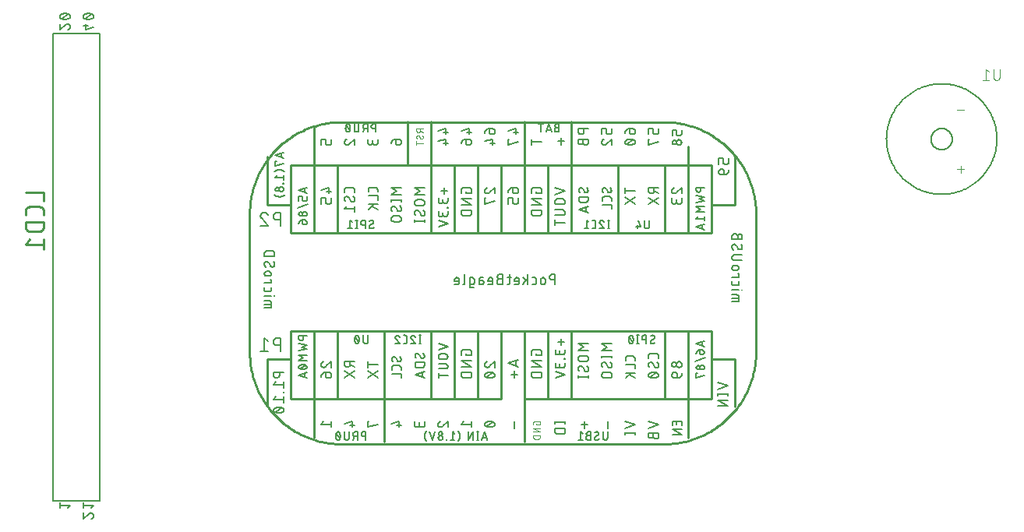
<source format=gbr>
G04 EAGLE Gerber RS-274X export*
G75*
%MOMM*%
%FSLAX34Y34*%
%LPD*%
%INSilkscreen Bottom*%
%IPPOS*%
%AMOC8*
5,1,8,0,0,1.08239X$1,22.5*%
G01*
%ADD10C,0.127000*%
%ADD11C,0.101600*%
%ADD12C,0.254000*%
%ADD13C,0.152400*%
%ADD14C,0.203200*%
%ADD15C,0.228600*%


D10*
X1235400Y723900D02*
X1235418Y725372D01*
X1235472Y726844D01*
X1235563Y728314D01*
X1235689Y729781D01*
X1235851Y731245D01*
X1236049Y732704D01*
X1236283Y734158D01*
X1236553Y735605D01*
X1236858Y737046D01*
X1237198Y738479D01*
X1237573Y739903D01*
X1237984Y741317D01*
X1238428Y742721D01*
X1238907Y744113D01*
X1239420Y745494D01*
X1239967Y746861D01*
X1240547Y748214D01*
X1241161Y749553D01*
X1241807Y750877D01*
X1242485Y752184D01*
X1243195Y753474D01*
X1243936Y754746D01*
X1244709Y756000D01*
X1245512Y757234D01*
X1246345Y758448D01*
X1247208Y759642D01*
X1248099Y760814D01*
X1249019Y761964D01*
X1249967Y763090D01*
X1250943Y764194D01*
X1251945Y765272D01*
X1252974Y766326D01*
X1254028Y767355D01*
X1255106Y768357D01*
X1256210Y769333D01*
X1257336Y770281D01*
X1258486Y771201D01*
X1259658Y772092D01*
X1260852Y772955D01*
X1262066Y773788D01*
X1263300Y774591D01*
X1264554Y775364D01*
X1265826Y776105D01*
X1267116Y776815D01*
X1268423Y777493D01*
X1269747Y778139D01*
X1271086Y778753D01*
X1272439Y779333D01*
X1273806Y779880D01*
X1275187Y780393D01*
X1276579Y780872D01*
X1277983Y781316D01*
X1279397Y781727D01*
X1280821Y782102D01*
X1282254Y782442D01*
X1283695Y782747D01*
X1285142Y783017D01*
X1286596Y783251D01*
X1288055Y783449D01*
X1289519Y783611D01*
X1290986Y783737D01*
X1292456Y783828D01*
X1293928Y783882D01*
X1295400Y783900D01*
X1296872Y783882D01*
X1298344Y783828D01*
X1299814Y783737D01*
X1301281Y783611D01*
X1302745Y783449D01*
X1304204Y783251D01*
X1305658Y783017D01*
X1307105Y782747D01*
X1308546Y782442D01*
X1309979Y782102D01*
X1311403Y781727D01*
X1312817Y781316D01*
X1314221Y780872D01*
X1315613Y780393D01*
X1316994Y779880D01*
X1318361Y779333D01*
X1319714Y778753D01*
X1321053Y778139D01*
X1322377Y777493D01*
X1323684Y776815D01*
X1324974Y776105D01*
X1326246Y775364D01*
X1327500Y774591D01*
X1328734Y773788D01*
X1329948Y772955D01*
X1331142Y772092D01*
X1332314Y771201D01*
X1333464Y770281D01*
X1334590Y769333D01*
X1335694Y768357D01*
X1336772Y767355D01*
X1337826Y766326D01*
X1338855Y765272D01*
X1339857Y764194D01*
X1340833Y763090D01*
X1341781Y761964D01*
X1342701Y760814D01*
X1343592Y759642D01*
X1344455Y758448D01*
X1345288Y757234D01*
X1346091Y756000D01*
X1346864Y754746D01*
X1347605Y753474D01*
X1348315Y752184D01*
X1348993Y750877D01*
X1349639Y749553D01*
X1350253Y748214D01*
X1350833Y746861D01*
X1351380Y745494D01*
X1351893Y744113D01*
X1352372Y742721D01*
X1352816Y741317D01*
X1353227Y739903D01*
X1353602Y738479D01*
X1353942Y737046D01*
X1354247Y735605D01*
X1354517Y734158D01*
X1354751Y732704D01*
X1354949Y731245D01*
X1355111Y729781D01*
X1355237Y728314D01*
X1355328Y726844D01*
X1355382Y725372D01*
X1355400Y723900D01*
X1355382Y722428D01*
X1355328Y720956D01*
X1355237Y719486D01*
X1355111Y718019D01*
X1354949Y716555D01*
X1354751Y715096D01*
X1354517Y713642D01*
X1354247Y712195D01*
X1353942Y710754D01*
X1353602Y709321D01*
X1353227Y707897D01*
X1352816Y706483D01*
X1352372Y705079D01*
X1351893Y703687D01*
X1351380Y702306D01*
X1350833Y700939D01*
X1350253Y699586D01*
X1349639Y698247D01*
X1348993Y696923D01*
X1348315Y695616D01*
X1347605Y694326D01*
X1346864Y693054D01*
X1346091Y691800D01*
X1345288Y690566D01*
X1344455Y689352D01*
X1343592Y688158D01*
X1342701Y686986D01*
X1341781Y685836D01*
X1340833Y684710D01*
X1339857Y683606D01*
X1338855Y682528D01*
X1337826Y681474D01*
X1336772Y680445D01*
X1335694Y679443D01*
X1334590Y678467D01*
X1333464Y677519D01*
X1332314Y676599D01*
X1331142Y675708D01*
X1329948Y674845D01*
X1328734Y674012D01*
X1327500Y673209D01*
X1326246Y672436D01*
X1324974Y671695D01*
X1323684Y670985D01*
X1322377Y670307D01*
X1321053Y669661D01*
X1319714Y669047D01*
X1318361Y668467D01*
X1316994Y667920D01*
X1315613Y667407D01*
X1314221Y666928D01*
X1312817Y666484D01*
X1311403Y666073D01*
X1309979Y665698D01*
X1308546Y665358D01*
X1307105Y665053D01*
X1305658Y664783D01*
X1304204Y664549D01*
X1302745Y664351D01*
X1301281Y664189D01*
X1299814Y664063D01*
X1298344Y663972D01*
X1296872Y663918D01*
X1295400Y663900D01*
X1293928Y663918D01*
X1292456Y663972D01*
X1290986Y664063D01*
X1289519Y664189D01*
X1288055Y664351D01*
X1286596Y664549D01*
X1285142Y664783D01*
X1283695Y665053D01*
X1282254Y665358D01*
X1280821Y665698D01*
X1279397Y666073D01*
X1277983Y666484D01*
X1276579Y666928D01*
X1275187Y667407D01*
X1273806Y667920D01*
X1272439Y668467D01*
X1271086Y669047D01*
X1269747Y669661D01*
X1268423Y670307D01*
X1267116Y670985D01*
X1265826Y671695D01*
X1264554Y672436D01*
X1263300Y673209D01*
X1262066Y674012D01*
X1260852Y674845D01*
X1259658Y675708D01*
X1258486Y676599D01*
X1257336Y677519D01*
X1256210Y678467D01*
X1255106Y679443D01*
X1254028Y680445D01*
X1252974Y681474D01*
X1251945Y682528D01*
X1250943Y683606D01*
X1249967Y684710D01*
X1249019Y685836D01*
X1248099Y686986D01*
X1247208Y688158D01*
X1246345Y689352D01*
X1245512Y690566D01*
X1244709Y691800D01*
X1243936Y693054D01*
X1243195Y694326D01*
X1242485Y695616D01*
X1241807Y696923D01*
X1241161Y698247D01*
X1240547Y699586D01*
X1239967Y700939D01*
X1239420Y702306D01*
X1238907Y703687D01*
X1238428Y705079D01*
X1237984Y706483D01*
X1237573Y707897D01*
X1237198Y709321D01*
X1236858Y710754D01*
X1236553Y712195D01*
X1236283Y713642D01*
X1236049Y715096D01*
X1235851Y716555D01*
X1235689Y718019D01*
X1235563Y719486D01*
X1235472Y720956D01*
X1235418Y722428D01*
X1235400Y723900D01*
X1283900Y723900D02*
X1283903Y724182D01*
X1283914Y724464D01*
X1283931Y724746D01*
X1283955Y725027D01*
X1283986Y725308D01*
X1284024Y725587D01*
X1284069Y725866D01*
X1284121Y726144D01*
X1284179Y726420D01*
X1284245Y726694D01*
X1284317Y726967D01*
X1284395Y727238D01*
X1284480Y727507D01*
X1284572Y727774D01*
X1284671Y728039D01*
X1284775Y728301D01*
X1284887Y728560D01*
X1285004Y728817D01*
X1285128Y729071D01*
X1285258Y729321D01*
X1285394Y729568D01*
X1285536Y729812D01*
X1285684Y730052D01*
X1285838Y730289D01*
X1285998Y730522D01*
X1286163Y730751D01*
X1286334Y730975D01*
X1286510Y731196D01*
X1286692Y731411D01*
X1286879Y731623D01*
X1287071Y731830D01*
X1287268Y732032D01*
X1287470Y732229D01*
X1287677Y732421D01*
X1287889Y732608D01*
X1288104Y732790D01*
X1288325Y732966D01*
X1288549Y733137D01*
X1288778Y733302D01*
X1289011Y733462D01*
X1289248Y733616D01*
X1289488Y733764D01*
X1289732Y733906D01*
X1289979Y734042D01*
X1290229Y734172D01*
X1290483Y734296D01*
X1290740Y734413D01*
X1290999Y734525D01*
X1291261Y734629D01*
X1291526Y734728D01*
X1291793Y734820D01*
X1292062Y734905D01*
X1292333Y734983D01*
X1292606Y735055D01*
X1292880Y735121D01*
X1293156Y735179D01*
X1293434Y735231D01*
X1293713Y735276D01*
X1293992Y735314D01*
X1294273Y735345D01*
X1294554Y735369D01*
X1294836Y735386D01*
X1295118Y735397D01*
X1295400Y735400D01*
X1295682Y735397D01*
X1295964Y735386D01*
X1296246Y735369D01*
X1296527Y735345D01*
X1296808Y735314D01*
X1297087Y735276D01*
X1297366Y735231D01*
X1297644Y735179D01*
X1297920Y735121D01*
X1298194Y735055D01*
X1298467Y734983D01*
X1298738Y734905D01*
X1299007Y734820D01*
X1299274Y734728D01*
X1299539Y734629D01*
X1299801Y734525D01*
X1300060Y734413D01*
X1300317Y734296D01*
X1300571Y734172D01*
X1300821Y734042D01*
X1301068Y733906D01*
X1301312Y733764D01*
X1301552Y733616D01*
X1301789Y733462D01*
X1302022Y733302D01*
X1302251Y733137D01*
X1302475Y732966D01*
X1302696Y732790D01*
X1302911Y732608D01*
X1303123Y732421D01*
X1303330Y732229D01*
X1303532Y732032D01*
X1303729Y731830D01*
X1303921Y731623D01*
X1304108Y731411D01*
X1304290Y731196D01*
X1304466Y730975D01*
X1304637Y730751D01*
X1304802Y730522D01*
X1304962Y730289D01*
X1305116Y730052D01*
X1305264Y729812D01*
X1305406Y729568D01*
X1305542Y729321D01*
X1305672Y729071D01*
X1305796Y728817D01*
X1305913Y728560D01*
X1306025Y728301D01*
X1306129Y728039D01*
X1306228Y727774D01*
X1306320Y727507D01*
X1306405Y727238D01*
X1306483Y726967D01*
X1306555Y726694D01*
X1306621Y726420D01*
X1306679Y726144D01*
X1306731Y725866D01*
X1306776Y725587D01*
X1306814Y725308D01*
X1306845Y725027D01*
X1306869Y724746D01*
X1306886Y724464D01*
X1306897Y724182D01*
X1306900Y723900D01*
X1306897Y723618D01*
X1306886Y723336D01*
X1306869Y723054D01*
X1306845Y722773D01*
X1306814Y722492D01*
X1306776Y722213D01*
X1306731Y721934D01*
X1306679Y721656D01*
X1306621Y721380D01*
X1306555Y721106D01*
X1306483Y720833D01*
X1306405Y720562D01*
X1306320Y720293D01*
X1306228Y720026D01*
X1306129Y719761D01*
X1306025Y719499D01*
X1305913Y719240D01*
X1305796Y718983D01*
X1305672Y718729D01*
X1305542Y718479D01*
X1305406Y718232D01*
X1305264Y717988D01*
X1305116Y717748D01*
X1304962Y717511D01*
X1304802Y717278D01*
X1304637Y717049D01*
X1304466Y716825D01*
X1304290Y716604D01*
X1304108Y716389D01*
X1303921Y716177D01*
X1303729Y715970D01*
X1303532Y715768D01*
X1303330Y715571D01*
X1303123Y715379D01*
X1302911Y715192D01*
X1302696Y715010D01*
X1302475Y714834D01*
X1302251Y714663D01*
X1302022Y714498D01*
X1301789Y714338D01*
X1301552Y714184D01*
X1301312Y714036D01*
X1301068Y713894D01*
X1300821Y713758D01*
X1300571Y713628D01*
X1300317Y713504D01*
X1300060Y713387D01*
X1299801Y713275D01*
X1299539Y713171D01*
X1299274Y713072D01*
X1299007Y712980D01*
X1298738Y712895D01*
X1298467Y712817D01*
X1298194Y712745D01*
X1297920Y712679D01*
X1297644Y712621D01*
X1297366Y712569D01*
X1297087Y712524D01*
X1296808Y712486D01*
X1296527Y712455D01*
X1296246Y712431D01*
X1295964Y712414D01*
X1295682Y712403D01*
X1295400Y712400D01*
X1295118Y712403D01*
X1294836Y712414D01*
X1294554Y712431D01*
X1294273Y712455D01*
X1293992Y712486D01*
X1293713Y712524D01*
X1293434Y712569D01*
X1293156Y712621D01*
X1292880Y712679D01*
X1292606Y712745D01*
X1292333Y712817D01*
X1292062Y712895D01*
X1291793Y712980D01*
X1291526Y713072D01*
X1291261Y713171D01*
X1290999Y713275D01*
X1290740Y713387D01*
X1290483Y713504D01*
X1290229Y713628D01*
X1289979Y713758D01*
X1289732Y713894D01*
X1289488Y714036D01*
X1289248Y714184D01*
X1289011Y714338D01*
X1288778Y714498D01*
X1288549Y714663D01*
X1288325Y714834D01*
X1288104Y715010D01*
X1287889Y715192D01*
X1287677Y715379D01*
X1287470Y715571D01*
X1287268Y715768D01*
X1287071Y715970D01*
X1286879Y716177D01*
X1286692Y716389D01*
X1286510Y716604D01*
X1286334Y716825D01*
X1286163Y717049D01*
X1285998Y717278D01*
X1285838Y717511D01*
X1285684Y717748D01*
X1285536Y717988D01*
X1285394Y718232D01*
X1285258Y718479D01*
X1285128Y718729D01*
X1285004Y718983D01*
X1284887Y719240D01*
X1284775Y719499D01*
X1284671Y719761D01*
X1284572Y720026D01*
X1284480Y720293D01*
X1284395Y720562D01*
X1284317Y720833D01*
X1284245Y721106D01*
X1284179Y721380D01*
X1284121Y721656D01*
X1284069Y721934D01*
X1284024Y722213D01*
X1283986Y722492D01*
X1283955Y722773D01*
X1283931Y723054D01*
X1283914Y723336D01*
X1283903Y723618D01*
X1283900Y723900D01*
D11*
X1312103Y690952D02*
X1319892Y690952D01*
X1315997Y694846D02*
X1315997Y687057D01*
X1312103Y755952D02*
X1319892Y755952D01*
X1358392Y791154D02*
X1358392Y799592D01*
X1358392Y791154D02*
X1358390Y791041D01*
X1358384Y790928D01*
X1358374Y790815D01*
X1358360Y790702D01*
X1358343Y790590D01*
X1358321Y790479D01*
X1358296Y790369D01*
X1358266Y790259D01*
X1358233Y790151D01*
X1358196Y790044D01*
X1358156Y789938D01*
X1358111Y789834D01*
X1358063Y789731D01*
X1358012Y789630D01*
X1357957Y789531D01*
X1357899Y789434D01*
X1357837Y789339D01*
X1357772Y789246D01*
X1357704Y789156D01*
X1357633Y789068D01*
X1357558Y788982D01*
X1357481Y788899D01*
X1357401Y788819D01*
X1357318Y788742D01*
X1357232Y788667D01*
X1357144Y788596D01*
X1357054Y788528D01*
X1356961Y788463D01*
X1356866Y788401D01*
X1356769Y788343D01*
X1356670Y788288D01*
X1356569Y788237D01*
X1356466Y788189D01*
X1356362Y788144D01*
X1356256Y788104D01*
X1356149Y788067D01*
X1356041Y788034D01*
X1355931Y788004D01*
X1355821Y787979D01*
X1355710Y787957D01*
X1355598Y787940D01*
X1355485Y787926D01*
X1355372Y787916D01*
X1355259Y787910D01*
X1355146Y787908D01*
X1355033Y787910D01*
X1354920Y787916D01*
X1354807Y787926D01*
X1354694Y787940D01*
X1354582Y787957D01*
X1354471Y787979D01*
X1354361Y788004D01*
X1354251Y788034D01*
X1354143Y788067D01*
X1354036Y788104D01*
X1353930Y788144D01*
X1353826Y788189D01*
X1353723Y788237D01*
X1353622Y788288D01*
X1353523Y788343D01*
X1353426Y788401D01*
X1353331Y788463D01*
X1353238Y788528D01*
X1353148Y788596D01*
X1353060Y788667D01*
X1352974Y788742D01*
X1352891Y788819D01*
X1352811Y788899D01*
X1352734Y788982D01*
X1352659Y789068D01*
X1352588Y789156D01*
X1352520Y789246D01*
X1352455Y789339D01*
X1352393Y789434D01*
X1352335Y789531D01*
X1352280Y789630D01*
X1352229Y789731D01*
X1352181Y789834D01*
X1352136Y789938D01*
X1352096Y790044D01*
X1352059Y790151D01*
X1352026Y790259D01*
X1351996Y790369D01*
X1351971Y790479D01*
X1351949Y790590D01*
X1351932Y790702D01*
X1351918Y790815D01*
X1351908Y790928D01*
X1351902Y791041D01*
X1351900Y791154D01*
X1351901Y791154D02*
X1351901Y799592D01*
X1346581Y796996D02*
X1343336Y799592D01*
X1343336Y787908D01*
X1346581Y787908D02*
X1340090Y787908D01*
D12*
X993470Y742430D02*
X643470Y742430D01*
X993470Y742430D02*
X995886Y742401D01*
X998301Y742313D01*
X1000713Y742167D01*
X1003121Y741963D01*
X1005524Y741701D01*
X1007919Y741381D01*
X1010306Y741003D01*
X1012683Y740567D01*
X1015048Y740074D01*
X1017402Y739524D01*
X1019741Y738918D01*
X1022065Y738255D01*
X1024372Y737536D01*
X1026661Y736761D01*
X1028930Y735932D01*
X1031179Y735047D01*
X1033406Y734109D01*
X1035610Y733117D01*
X1037789Y732073D01*
X1039942Y730976D01*
X1042068Y729827D01*
X1044166Y728627D01*
X1046234Y727377D01*
X1048271Y726077D01*
X1050276Y724728D01*
X1052249Y723332D01*
X1054186Y721888D01*
X1056089Y720397D01*
X1057954Y718862D01*
X1059782Y717281D01*
X1061572Y715657D01*
X1063321Y713990D01*
X1065030Y712281D01*
X1066697Y710532D01*
X1068321Y708742D01*
X1069902Y706914D01*
X1071437Y705049D01*
X1072928Y703146D01*
X1074372Y701209D01*
X1075768Y699236D01*
X1077117Y697231D01*
X1078417Y695194D01*
X1079667Y693126D01*
X1080867Y691028D01*
X1082016Y688902D01*
X1083113Y686749D01*
X1084157Y684570D01*
X1085149Y682366D01*
X1086087Y680139D01*
X1086972Y677890D01*
X1087801Y675621D01*
X1088576Y673332D01*
X1089295Y671025D01*
X1089958Y668701D01*
X1090564Y666362D01*
X1091114Y664008D01*
X1091607Y661643D01*
X1092043Y659266D01*
X1092421Y656879D01*
X1092741Y654484D01*
X1093003Y652081D01*
X1093207Y649673D01*
X1093353Y647261D01*
X1093441Y644846D01*
X1093470Y642430D01*
X1093470Y492430D01*
X1093441Y490014D01*
X1093353Y487599D01*
X1093207Y485187D01*
X1093003Y482779D01*
X1092741Y480376D01*
X1092421Y477981D01*
X1092043Y475594D01*
X1091607Y473217D01*
X1091114Y470852D01*
X1090564Y468498D01*
X1089958Y466159D01*
X1089295Y463835D01*
X1088576Y461528D01*
X1087801Y459239D01*
X1086972Y456970D01*
X1086087Y454721D01*
X1085149Y452494D01*
X1084157Y450290D01*
X1083113Y448111D01*
X1082016Y445958D01*
X1080867Y443832D01*
X1079667Y441734D01*
X1078417Y439666D01*
X1077117Y437629D01*
X1075768Y435624D01*
X1074372Y433651D01*
X1072928Y431714D01*
X1071437Y429811D01*
X1069902Y427946D01*
X1068321Y426118D01*
X1066697Y424328D01*
X1065030Y422579D01*
X1063321Y420870D01*
X1061572Y419203D01*
X1059782Y417579D01*
X1057954Y415998D01*
X1056089Y414463D01*
X1054186Y412972D01*
X1052249Y411528D01*
X1050276Y410132D01*
X1048271Y408783D01*
X1046234Y407483D01*
X1044166Y406233D01*
X1042068Y405033D01*
X1039942Y403884D01*
X1037789Y402787D01*
X1035610Y401743D01*
X1033406Y400751D01*
X1031179Y399813D01*
X1028930Y398928D01*
X1026661Y398099D01*
X1024372Y397324D01*
X1022065Y396605D01*
X1019741Y395942D01*
X1017402Y395336D01*
X1015048Y394786D01*
X1012683Y394293D01*
X1010306Y393857D01*
X1007919Y393479D01*
X1005524Y393159D01*
X1003121Y392897D01*
X1000713Y392693D01*
X998301Y392547D01*
X995886Y392459D01*
X993470Y392430D01*
X643470Y392430D01*
X641054Y392459D01*
X638639Y392547D01*
X636227Y392693D01*
X633819Y392897D01*
X631416Y393159D01*
X629021Y393479D01*
X626634Y393857D01*
X624257Y394293D01*
X621892Y394786D01*
X619538Y395336D01*
X617199Y395942D01*
X614875Y396605D01*
X612568Y397324D01*
X610279Y398099D01*
X608010Y398928D01*
X605761Y399813D01*
X603534Y400751D01*
X601330Y401743D01*
X599151Y402787D01*
X596998Y403884D01*
X594872Y405033D01*
X592774Y406233D01*
X590706Y407483D01*
X588669Y408783D01*
X586664Y410132D01*
X584691Y411528D01*
X582754Y412972D01*
X580851Y414463D01*
X578986Y415998D01*
X577158Y417579D01*
X575368Y419203D01*
X573619Y420870D01*
X571910Y422579D01*
X570243Y424328D01*
X568619Y426118D01*
X567038Y427946D01*
X565503Y429811D01*
X564012Y431714D01*
X562568Y433651D01*
X561172Y435624D01*
X559823Y437629D01*
X558523Y439666D01*
X557273Y441734D01*
X556073Y443832D01*
X554924Y445958D01*
X553827Y448111D01*
X552783Y450290D01*
X551791Y452494D01*
X550853Y454721D01*
X549968Y456970D01*
X549139Y459239D01*
X548364Y461528D01*
X547645Y463835D01*
X546982Y466159D01*
X546376Y468498D01*
X545826Y470852D01*
X545333Y473217D01*
X544897Y475594D01*
X544519Y477981D01*
X544199Y480376D01*
X543937Y482779D01*
X543733Y485187D01*
X543587Y487599D01*
X543499Y490014D01*
X543470Y492430D01*
X543470Y642430D01*
X543499Y644846D01*
X543587Y647261D01*
X543733Y649673D01*
X543937Y652081D01*
X544199Y654484D01*
X544519Y656879D01*
X544897Y659266D01*
X545333Y661643D01*
X545826Y664008D01*
X546376Y666362D01*
X546982Y668701D01*
X547645Y671025D01*
X548364Y673332D01*
X549139Y675621D01*
X549968Y677890D01*
X550853Y680139D01*
X551791Y682366D01*
X552783Y684570D01*
X553827Y686749D01*
X554924Y688902D01*
X556073Y691028D01*
X557273Y693126D01*
X558523Y695194D01*
X559823Y697231D01*
X561172Y699236D01*
X562568Y701209D01*
X564012Y703146D01*
X565503Y705049D01*
X567038Y706914D01*
X568619Y708742D01*
X570243Y710532D01*
X571910Y712281D01*
X573619Y713990D01*
X575368Y715657D01*
X577158Y717281D01*
X578986Y718862D01*
X580851Y720397D01*
X582754Y721888D01*
X584691Y723332D01*
X586664Y724728D01*
X588669Y726077D01*
X590706Y727377D01*
X592774Y728627D01*
X594872Y729827D01*
X596998Y730976D01*
X599151Y732073D01*
X601330Y733117D01*
X603534Y734109D01*
X605761Y735047D01*
X608010Y735932D01*
X610279Y736761D01*
X612568Y737536D01*
X614875Y738255D01*
X617199Y738918D01*
X619538Y739524D01*
X621892Y740074D01*
X624257Y740567D01*
X626634Y741003D01*
X629021Y741381D01*
X631416Y741701D01*
X633819Y741963D01*
X636227Y742167D01*
X638639Y742313D01*
X641054Y742401D01*
X643470Y742430D01*
D13*
X875538Y577088D02*
X875538Y565912D01*
X875538Y577088D02*
X872434Y577088D01*
X872323Y577086D01*
X872213Y577080D01*
X872102Y577070D01*
X871992Y577056D01*
X871883Y577039D01*
X871774Y577017D01*
X871666Y576992D01*
X871560Y576962D01*
X871454Y576929D01*
X871349Y576892D01*
X871246Y576852D01*
X871145Y576807D01*
X871045Y576760D01*
X870946Y576708D01*
X870850Y576653D01*
X870756Y576595D01*
X870664Y576534D01*
X870574Y576469D01*
X870486Y576401D01*
X870401Y576330D01*
X870319Y576256D01*
X870239Y576179D01*
X870162Y576099D01*
X870088Y576017D01*
X870017Y575932D01*
X869949Y575844D01*
X869884Y575754D01*
X869823Y575662D01*
X869765Y575568D01*
X869710Y575472D01*
X869658Y575373D01*
X869611Y575273D01*
X869566Y575172D01*
X869526Y575069D01*
X869489Y574964D01*
X869456Y574858D01*
X869426Y574752D01*
X869401Y574644D01*
X869379Y574535D01*
X869362Y574426D01*
X869348Y574316D01*
X869338Y574205D01*
X869332Y574095D01*
X869330Y573984D01*
X869332Y573873D01*
X869338Y573763D01*
X869348Y573652D01*
X869362Y573542D01*
X869379Y573433D01*
X869401Y573324D01*
X869426Y573216D01*
X869456Y573110D01*
X869489Y573004D01*
X869526Y572899D01*
X869566Y572796D01*
X869611Y572695D01*
X869658Y572595D01*
X869710Y572496D01*
X869765Y572400D01*
X869823Y572306D01*
X869884Y572214D01*
X869949Y572124D01*
X870017Y572036D01*
X870088Y571951D01*
X870162Y571869D01*
X870239Y571789D01*
X870319Y571712D01*
X870401Y571638D01*
X870486Y571567D01*
X870574Y571499D01*
X870664Y571434D01*
X870756Y571373D01*
X870850Y571315D01*
X870946Y571260D01*
X871045Y571208D01*
X871145Y571161D01*
X871246Y571116D01*
X871349Y571076D01*
X871454Y571039D01*
X871560Y571006D01*
X871666Y570976D01*
X871774Y570951D01*
X871883Y570929D01*
X871992Y570912D01*
X872102Y570898D01*
X872213Y570888D01*
X872323Y570882D01*
X872434Y570880D01*
X872434Y570879D02*
X875538Y570879D01*
X864842Y570879D02*
X864842Y568396D01*
X864842Y570879D02*
X864840Y570978D01*
X864834Y571076D01*
X864824Y571175D01*
X864811Y571272D01*
X864793Y571370D01*
X864772Y571466D01*
X864746Y571562D01*
X864717Y571656D01*
X864685Y571749D01*
X864648Y571841D01*
X864608Y571931D01*
X864564Y572020D01*
X864517Y572107D01*
X864467Y572192D01*
X864413Y572274D01*
X864356Y572355D01*
X864296Y572433D01*
X864232Y572509D01*
X864166Y572582D01*
X864097Y572653D01*
X864025Y572721D01*
X863950Y572785D01*
X863873Y572847D01*
X863794Y572906D01*
X863712Y572961D01*
X863628Y573014D01*
X863543Y573062D01*
X863455Y573108D01*
X863365Y573150D01*
X863274Y573188D01*
X863182Y573222D01*
X863088Y573253D01*
X862993Y573280D01*
X862897Y573304D01*
X862800Y573323D01*
X862703Y573339D01*
X862605Y573351D01*
X862506Y573359D01*
X862407Y573363D01*
X862309Y573363D01*
X862210Y573359D01*
X862111Y573351D01*
X862013Y573339D01*
X861916Y573323D01*
X861819Y573304D01*
X861723Y573280D01*
X861628Y573253D01*
X861534Y573222D01*
X861442Y573188D01*
X861351Y573150D01*
X861261Y573108D01*
X861173Y573062D01*
X861088Y573014D01*
X861004Y572961D01*
X860922Y572906D01*
X860843Y572847D01*
X860766Y572785D01*
X860691Y572721D01*
X860619Y572653D01*
X860550Y572582D01*
X860484Y572509D01*
X860420Y572433D01*
X860360Y572355D01*
X860303Y572274D01*
X860249Y572192D01*
X860199Y572107D01*
X860152Y572020D01*
X860108Y571931D01*
X860068Y571841D01*
X860031Y571749D01*
X859999Y571656D01*
X859970Y571562D01*
X859944Y571466D01*
X859923Y571370D01*
X859905Y571272D01*
X859892Y571175D01*
X859882Y571076D01*
X859876Y570978D01*
X859874Y570879D01*
X859875Y570879D02*
X859875Y568396D01*
X859874Y568396D02*
X859876Y568297D01*
X859882Y568199D01*
X859892Y568100D01*
X859905Y568003D01*
X859923Y567905D01*
X859944Y567809D01*
X859970Y567713D01*
X859999Y567619D01*
X860031Y567526D01*
X860068Y567434D01*
X860108Y567344D01*
X860152Y567255D01*
X860199Y567168D01*
X860249Y567083D01*
X860303Y567001D01*
X860360Y566920D01*
X860420Y566842D01*
X860484Y566766D01*
X860550Y566693D01*
X860619Y566622D01*
X860691Y566554D01*
X860766Y566490D01*
X860843Y566428D01*
X860922Y566369D01*
X861004Y566314D01*
X861088Y566261D01*
X861173Y566213D01*
X861261Y566167D01*
X861351Y566125D01*
X861442Y566087D01*
X861534Y566053D01*
X861628Y566022D01*
X861723Y565995D01*
X861819Y565971D01*
X861916Y565952D01*
X862013Y565936D01*
X862111Y565924D01*
X862210Y565916D01*
X862309Y565912D01*
X862407Y565912D01*
X862506Y565916D01*
X862605Y565924D01*
X862703Y565936D01*
X862800Y565952D01*
X862897Y565971D01*
X862993Y565995D01*
X863088Y566022D01*
X863182Y566053D01*
X863274Y566087D01*
X863365Y566125D01*
X863455Y566167D01*
X863543Y566213D01*
X863628Y566261D01*
X863712Y566314D01*
X863794Y566369D01*
X863873Y566428D01*
X863950Y566490D01*
X864025Y566554D01*
X864097Y566622D01*
X864166Y566693D01*
X864232Y566766D01*
X864296Y566842D01*
X864356Y566920D01*
X864413Y567001D01*
X864467Y567083D01*
X864517Y567168D01*
X864564Y567255D01*
X864608Y567344D01*
X864648Y567434D01*
X864685Y567526D01*
X864717Y567619D01*
X864746Y567713D01*
X864772Y567809D01*
X864793Y567905D01*
X864811Y568003D01*
X864824Y568100D01*
X864834Y568199D01*
X864840Y568297D01*
X864842Y568396D01*
X853057Y565912D02*
X850573Y565912D01*
X853057Y565912D02*
X853141Y565914D01*
X853224Y565920D01*
X853307Y565929D01*
X853390Y565942D01*
X853472Y565959D01*
X853553Y565979D01*
X853633Y566003D01*
X853712Y566031D01*
X853789Y566062D01*
X853865Y566096D01*
X853940Y566134D01*
X854013Y566176D01*
X854083Y566220D01*
X854152Y566268D01*
X854219Y566318D01*
X854283Y566372D01*
X854344Y566428D01*
X854404Y566488D01*
X854460Y566549D01*
X854514Y566613D01*
X854564Y566680D01*
X854612Y566749D01*
X854656Y566819D01*
X854698Y566892D01*
X854736Y566967D01*
X854770Y567043D01*
X854801Y567120D01*
X854829Y567199D01*
X854853Y567279D01*
X854873Y567360D01*
X854890Y567442D01*
X854903Y567525D01*
X854913Y567608D01*
X854918Y567691D01*
X854920Y567775D01*
X854919Y567775D02*
X854919Y571500D01*
X854920Y571500D02*
X854918Y571584D01*
X854913Y571667D01*
X854903Y571750D01*
X854890Y571833D01*
X854873Y571915D01*
X854853Y571996D01*
X854829Y572076D01*
X854801Y572155D01*
X854770Y572232D01*
X854736Y572308D01*
X854698Y572383D01*
X854656Y572456D01*
X854612Y572526D01*
X854564Y572595D01*
X854514Y572662D01*
X854460Y572726D01*
X854404Y572787D01*
X854344Y572847D01*
X854283Y572903D01*
X854219Y572957D01*
X854152Y573007D01*
X854083Y573055D01*
X854013Y573099D01*
X853940Y573141D01*
X853865Y573179D01*
X853789Y573213D01*
X853712Y573244D01*
X853633Y573272D01*
X853553Y573296D01*
X853472Y573316D01*
X853390Y573333D01*
X853307Y573346D01*
X853224Y573356D01*
X853141Y573361D01*
X853057Y573363D01*
X850573Y573363D01*
X845623Y577088D02*
X845623Y565912D01*
X845623Y569637D02*
X840655Y573363D01*
X843449Y571190D02*
X840655Y565912D01*
X834404Y565912D02*
X831300Y565912D01*
X834404Y565912D02*
X834488Y565914D01*
X834571Y565920D01*
X834654Y565929D01*
X834737Y565942D01*
X834819Y565959D01*
X834900Y565979D01*
X834980Y566003D01*
X835059Y566031D01*
X835136Y566062D01*
X835212Y566096D01*
X835287Y566134D01*
X835360Y566176D01*
X835430Y566220D01*
X835499Y566268D01*
X835566Y566318D01*
X835630Y566372D01*
X835691Y566428D01*
X835751Y566488D01*
X835807Y566549D01*
X835861Y566613D01*
X835911Y566680D01*
X835959Y566749D01*
X836003Y566819D01*
X836045Y566892D01*
X836083Y566967D01*
X836117Y567043D01*
X836148Y567120D01*
X836176Y567199D01*
X836200Y567279D01*
X836220Y567360D01*
X836237Y567442D01*
X836250Y567525D01*
X836260Y567608D01*
X836265Y567691D01*
X836267Y567775D01*
X836267Y570879D01*
X836265Y570978D01*
X836259Y571076D01*
X836249Y571175D01*
X836236Y571272D01*
X836218Y571370D01*
X836197Y571466D01*
X836171Y571562D01*
X836142Y571656D01*
X836110Y571749D01*
X836073Y571841D01*
X836033Y571931D01*
X835989Y572020D01*
X835942Y572107D01*
X835892Y572192D01*
X835838Y572274D01*
X835781Y572355D01*
X835721Y572433D01*
X835657Y572509D01*
X835591Y572582D01*
X835522Y572653D01*
X835450Y572721D01*
X835375Y572785D01*
X835298Y572847D01*
X835219Y572906D01*
X835137Y572961D01*
X835053Y573014D01*
X834968Y573062D01*
X834880Y573108D01*
X834790Y573150D01*
X834699Y573188D01*
X834607Y573222D01*
X834513Y573253D01*
X834418Y573280D01*
X834322Y573304D01*
X834225Y573323D01*
X834128Y573339D01*
X834030Y573351D01*
X833931Y573359D01*
X833832Y573363D01*
X833734Y573363D01*
X833635Y573359D01*
X833536Y573351D01*
X833438Y573339D01*
X833341Y573323D01*
X833244Y573304D01*
X833148Y573280D01*
X833053Y573253D01*
X832959Y573222D01*
X832867Y573188D01*
X832776Y573150D01*
X832686Y573108D01*
X832598Y573062D01*
X832513Y573014D01*
X832429Y572961D01*
X832347Y572906D01*
X832268Y572847D01*
X832191Y572785D01*
X832116Y572721D01*
X832044Y572653D01*
X831975Y572582D01*
X831909Y572509D01*
X831845Y572433D01*
X831785Y572355D01*
X831728Y572274D01*
X831674Y572192D01*
X831624Y572107D01*
X831577Y572020D01*
X831533Y571931D01*
X831493Y571841D01*
X831456Y571749D01*
X831424Y571656D01*
X831395Y571562D01*
X831369Y571466D01*
X831348Y571370D01*
X831330Y571272D01*
X831317Y571175D01*
X831307Y571076D01*
X831301Y570978D01*
X831299Y570879D01*
X831300Y570879D02*
X831300Y569637D01*
X836267Y569637D01*
X827380Y573363D02*
X823654Y573363D01*
X826138Y577088D02*
X826138Y567775D01*
X826136Y567691D01*
X826130Y567608D01*
X826121Y567525D01*
X826108Y567442D01*
X826091Y567360D01*
X826071Y567279D01*
X826047Y567199D01*
X826019Y567120D01*
X825988Y567043D01*
X825954Y566967D01*
X825916Y566892D01*
X825874Y566819D01*
X825830Y566749D01*
X825782Y566680D01*
X825732Y566613D01*
X825678Y566549D01*
X825622Y566488D01*
X825562Y566428D01*
X825501Y566372D01*
X825437Y566318D01*
X825370Y566268D01*
X825301Y566220D01*
X825231Y566176D01*
X825158Y566134D01*
X825083Y566096D01*
X825007Y566062D01*
X824930Y566031D01*
X824851Y566003D01*
X824771Y565979D01*
X824690Y565959D01*
X824608Y565942D01*
X824525Y565929D01*
X824442Y565919D01*
X824359Y565914D01*
X824275Y565912D01*
X823654Y565912D01*
X818388Y572121D02*
X815284Y572121D01*
X815284Y572120D02*
X815173Y572118D01*
X815063Y572112D01*
X814952Y572102D01*
X814842Y572088D01*
X814733Y572071D01*
X814624Y572049D01*
X814516Y572024D01*
X814410Y571994D01*
X814304Y571961D01*
X814199Y571924D01*
X814096Y571884D01*
X813995Y571839D01*
X813895Y571792D01*
X813796Y571740D01*
X813700Y571685D01*
X813606Y571627D01*
X813514Y571566D01*
X813424Y571501D01*
X813336Y571433D01*
X813251Y571362D01*
X813169Y571288D01*
X813089Y571211D01*
X813012Y571131D01*
X812938Y571049D01*
X812867Y570964D01*
X812799Y570876D01*
X812734Y570786D01*
X812673Y570694D01*
X812615Y570600D01*
X812560Y570504D01*
X812508Y570405D01*
X812461Y570305D01*
X812416Y570204D01*
X812376Y570101D01*
X812339Y569996D01*
X812306Y569890D01*
X812276Y569784D01*
X812251Y569676D01*
X812229Y569567D01*
X812212Y569458D01*
X812198Y569348D01*
X812188Y569237D01*
X812182Y569127D01*
X812180Y569016D01*
X812182Y568905D01*
X812188Y568795D01*
X812198Y568684D01*
X812212Y568574D01*
X812229Y568465D01*
X812251Y568356D01*
X812276Y568248D01*
X812306Y568142D01*
X812339Y568036D01*
X812376Y567931D01*
X812416Y567828D01*
X812461Y567727D01*
X812508Y567627D01*
X812560Y567528D01*
X812615Y567432D01*
X812673Y567338D01*
X812734Y567246D01*
X812799Y567156D01*
X812867Y567068D01*
X812938Y566983D01*
X813012Y566901D01*
X813089Y566821D01*
X813169Y566744D01*
X813251Y566670D01*
X813336Y566599D01*
X813424Y566531D01*
X813514Y566466D01*
X813606Y566405D01*
X813700Y566347D01*
X813796Y566292D01*
X813895Y566240D01*
X813995Y566193D01*
X814096Y566148D01*
X814199Y566108D01*
X814304Y566071D01*
X814410Y566038D01*
X814516Y566008D01*
X814624Y565983D01*
X814733Y565961D01*
X814842Y565944D01*
X814952Y565930D01*
X815063Y565920D01*
X815173Y565914D01*
X815284Y565912D01*
X818388Y565912D01*
X818388Y577088D01*
X815284Y577088D01*
X815185Y577086D01*
X815087Y577080D01*
X814988Y577070D01*
X814891Y577057D01*
X814793Y577039D01*
X814697Y577018D01*
X814601Y576992D01*
X814507Y576963D01*
X814414Y576931D01*
X814322Y576894D01*
X814232Y576854D01*
X814143Y576810D01*
X814056Y576763D01*
X813971Y576713D01*
X813889Y576659D01*
X813808Y576602D01*
X813730Y576542D01*
X813654Y576478D01*
X813581Y576412D01*
X813510Y576343D01*
X813442Y576271D01*
X813378Y576196D01*
X813316Y576119D01*
X813257Y576040D01*
X813202Y575958D01*
X813149Y575874D01*
X813101Y575789D01*
X813055Y575701D01*
X813013Y575611D01*
X812975Y575520D01*
X812941Y575428D01*
X812910Y575334D01*
X812883Y575239D01*
X812859Y575143D01*
X812840Y575046D01*
X812824Y574949D01*
X812812Y574851D01*
X812804Y574752D01*
X812800Y574653D01*
X812800Y574555D01*
X812804Y574456D01*
X812812Y574357D01*
X812824Y574259D01*
X812840Y574162D01*
X812859Y574065D01*
X812883Y573969D01*
X812910Y573874D01*
X812941Y573780D01*
X812975Y573688D01*
X813013Y573597D01*
X813055Y573507D01*
X813101Y573419D01*
X813149Y573334D01*
X813202Y573250D01*
X813257Y573168D01*
X813316Y573089D01*
X813378Y573012D01*
X813442Y572937D01*
X813510Y572865D01*
X813581Y572796D01*
X813654Y572730D01*
X813730Y572666D01*
X813808Y572606D01*
X813889Y572549D01*
X813971Y572495D01*
X814056Y572445D01*
X814143Y572398D01*
X814232Y572354D01*
X814322Y572314D01*
X814414Y572277D01*
X814507Y572245D01*
X814601Y572216D01*
X814697Y572190D01*
X814793Y572169D01*
X814891Y572151D01*
X814988Y572138D01*
X815087Y572128D01*
X815185Y572122D01*
X815284Y572120D01*
X805829Y565912D02*
X802725Y565912D01*
X805829Y565912D02*
X805913Y565914D01*
X805996Y565920D01*
X806079Y565929D01*
X806162Y565942D01*
X806244Y565959D01*
X806325Y565979D01*
X806405Y566003D01*
X806484Y566031D01*
X806561Y566062D01*
X806637Y566096D01*
X806712Y566134D01*
X806785Y566176D01*
X806855Y566220D01*
X806924Y566268D01*
X806991Y566318D01*
X807055Y566372D01*
X807116Y566428D01*
X807176Y566488D01*
X807232Y566549D01*
X807286Y566613D01*
X807336Y566680D01*
X807384Y566749D01*
X807428Y566819D01*
X807470Y566892D01*
X807508Y566967D01*
X807542Y567043D01*
X807573Y567120D01*
X807601Y567199D01*
X807625Y567279D01*
X807645Y567360D01*
X807662Y567442D01*
X807675Y567525D01*
X807685Y567608D01*
X807690Y567691D01*
X807692Y567775D01*
X807692Y570879D01*
X807690Y570978D01*
X807684Y571076D01*
X807674Y571175D01*
X807661Y571272D01*
X807643Y571370D01*
X807622Y571466D01*
X807596Y571562D01*
X807567Y571656D01*
X807535Y571749D01*
X807498Y571841D01*
X807458Y571931D01*
X807414Y572020D01*
X807367Y572107D01*
X807317Y572192D01*
X807263Y572274D01*
X807206Y572355D01*
X807146Y572433D01*
X807082Y572509D01*
X807016Y572582D01*
X806947Y572653D01*
X806875Y572721D01*
X806800Y572785D01*
X806723Y572847D01*
X806644Y572906D01*
X806562Y572961D01*
X806478Y573014D01*
X806393Y573062D01*
X806305Y573108D01*
X806215Y573150D01*
X806124Y573188D01*
X806032Y573222D01*
X805938Y573253D01*
X805843Y573280D01*
X805747Y573304D01*
X805650Y573323D01*
X805553Y573339D01*
X805455Y573351D01*
X805356Y573359D01*
X805257Y573363D01*
X805159Y573363D01*
X805060Y573359D01*
X804961Y573351D01*
X804863Y573339D01*
X804766Y573323D01*
X804669Y573304D01*
X804573Y573280D01*
X804478Y573253D01*
X804384Y573222D01*
X804292Y573188D01*
X804201Y573150D01*
X804111Y573108D01*
X804023Y573062D01*
X803938Y573014D01*
X803854Y572961D01*
X803772Y572906D01*
X803693Y572847D01*
X803616Y572785D01*
X803541Y572721D01*
X803469Y572653D01*
X803400Y572582D01*
X803334Y572509D01*
X803270Y572433D01*
X803210Y572355D01*
X803153Y572274D01*
X803099Y572192D01*
X803049Y572107D01*
X803002Y572020D01*
X802958Y571931D01*
X802918Y571841D01*
X802881Y571749D01*
X802849Y571656D01*
X802820Y571562D01*
X802794Y571466D01*
X802773Y571370D01*
X802755Y571272D01*
X802742Y571175D01*
X802732Y571076D01*
X802726Y570978D01*
X802724Y570879D01*
X802725Y570879D02*
X802725Y569637D01*
X807692Y569637D01*
X795687Y570258D02*
X792893Y570258D01*
X795687Y570258D02*
X795779Y570256D01*
X795871Y570250D01*
X795963Y570240D01*
X796054Y570227D01*
X796145Y570209D01*
X796235Y570188D01*
X796323Y570163D01*
X796411Y570134D01*
X796497Y570101D01*
X796582Y570065D01*
X796665Y570025D01*
X796747Y569982D01*
X796826Y569935D01*
X796904Y569885D01*
X796979Y569832D01*
X797052Y569776D01*
X797123Y569716D01*
X797191Y569654D01*
X797256Y569589D01*
X797318Y569521D01*
X797378Y569450D01*
X797434Y569377D01*
X797487Y569302D01*
X797537Y569224D01*
X797584Y569145D01*
X797627Y569063D01*
X797667Y568980D01*
X797703Y568895D01*
X797736Y568809D01*
X797765Y568721D01*
X797790Y568633D01*
X797811Y568543D01*
X797829Y568452D01*
X797842Y568361D01*
X797852Y568269D01*
X797858Y568177D01*
X797860Y568085D01*
X797858Y567993D01*
X797852Y567901D01*
X797842Y567809D01*
X797829Y567718D01*
X797811Y567627D01*
X797790Y567537D01*
X797765Y567449D01*
X797736Y567361D01*
X797703Y567275D01*
X797667Y567190D01*
X797627Y567107D01*
X797584Y567025D01*
X797537Y566946D01*
X797487Y566868D01*
X797434Y566793D01*
X797378Y566720D01*
X797318Y566649D01*
X797256Y566581D01*
X797191Y566516D01*
X797123Y566454D01*
X797052Y566394D01*
X796979Y566338D01*
X796904Y566285D01*
X796826Y566235D01*
X796747Y566188D01*
X796665Y566145D01*
X796582Y566105D01*
X796497Y566069D01*
X796411Y566036D01*
X796323Y566007D01*
X796235Y565982D01*
X796145Y565961D01*
X796054Y565943D01*
X795963Y565930D01*
X795871Y565920D01*
X795779Y565914D01*
X795687Y565912D01*
X792893Y565912D01*
X792893Y571500D01*
X792892Y571500D02*
X792894Y571584D01*
X792900Y571667D01*
X792909Y571750D01*
X792922Y571833D01*
X792939Y571915D01*
X792959Y571996D01*
X792983Y572076D01*
X793011Y572155D01*
X793042Y572232D01*
X793076Y572308D01*
X793114Y572383D01*
X793156Y572456D01*
X793200Y572526D01*
X793248Y572595D01*
X793298Y572662D01*
X793352Y572726D01*
X793408Y572787D01*
X793468Y572847D01*
X793529Y572903D01*
X793593Y572957D01*
X793660Y573007D01*
X793729Y573055D01*
X793799Y573099D01*
X793872Y573141D01*
X793947Y573179D01*
X794023Y573213D01*
X794100Y573244D01*
X794179Y573272D01*
X794259Y573296D01*
X794340Y573316D01*
X794422Y573333D01*
X794505Y573346D01*
X794588Y573356D01*
X794671Y573361D01*
X794755Y573363D01*
X797239Y573363D01*
X785710Y565912D02*
X782606Y565912D01*
X785710Y565912D02*
X785794Y565914D01*
X785877Y565920D01*
X785960Y565929D01*
X786043Y565942D01*
X786125Y565959D01*
X786206Y565979D01*
X786286Y566003D01*
X786365Y566031D01*
X786442Y566062D01*
X786518Y566096D01*
X786593Y566134D01*
X786666Y566176D01*
X786736Y566220D01*
X786805Y566268D01*
X786872Y566318D01*
X786936Y566372D01*
X786997Y566428D01*
X787057Y566488D01*
X787113Y566549D01*
X787167Y566613D01*
X787217Y566680D01*
X787265Y566749D01*
X787309Y566819D01*
X787351Y566892D01*
X787389Y566967D01*
X787423Y567043D01*
X787454Y567120D01*
X787482Y567199D01*
X787506Y567279D01*
X787526Y567360D01*
X787543Y567442D01*
X787556Y567525D01*
X787566Y567608D01*
X787571Y567691D01*
X787573Y567775D01*
X787573Y571500D01*
X787571Y571584D01*
X787566Y571667D01*
X787556Y571750D01*
X787543Y571833D01*
X787526Y571915D01*
X787506Y571996D01*
X787482Y572076D01*
X787454Y572155D01*
X787423Y572232D01*
X787389Y572308D01*
X787351Y572383D01*
X787309Y572456D01*
X787265Y572526D01*
X787217Y572595D01*
X787167Y572662D01*
X787113Y572726D01*
X787057Y572787D01*
X786997Y572847D01*
X786936Y572903D01*
X786872Y572957D01*
X786805Y573007D01*
X786736Y573055D01*
X786666Y573099D01*
X786593Y573141D01*
X786518Y573179D01*
X786442Y573213D01*
X786365Y573244D01*
X786286Y573272D01*
X786206Y573296D01*
X786125Y573316D01*
X786043Y573333D01*
X785960Y573346D01*
X785877Y573356D01*
X785794Y573361D01*
X785710Y573363D01*
X782606Y573363D01*
X782606Y564049D01*
X782605Y564049D02*
X782607Y563965D01*
X782612Y563882D01*
X782622Y563799D01*
X782635Y563716D01*
X782652Y563634D01*
X782672Y563553D01*
X782696Y563473D01*
X782724Y563394D01*
X782755Y563317D01*
X782789Y563241D01*
X782827Y563166D01*
X782869Y563093D01*
X782913Y563023D01*
X782961Y562954D01*
X783011Y562887D01*
X783065Y562823D01*
X783121Y562762D01*
X783181Y562702D01*
X783242Y562646D01*
X783306Y562592D01*
X783373Y562542D01*
X783442Y562494D01*
X783512Y562450D01*
X783585Y562408D01*
X783660Y562370D01*
X783736Y562336D01*
X783813Y562305D01*
X783892Y562277D01*
X783972Y562253D01*
X784053Y562233D01*
X784135Y562216D01*
X784218Y562203D01*
X784301Y562193D01*
X784384Y562188D01*
X784468Y562186D01*
X784468Y562187D02*
X786952Y562187D01*
X777120Y567775D02*
X777120Y577088D01*
X777121Y567775D02*
X777119Y567689D01*
X777113Y567603D01*
X777103Y567518D01*
X777089Y567433D01*
X777072Y567348D01*
X777050Y567265D01*
X777024Y567183D01*
X776995Y567102D01*
X776962Y567023D01*
X776926Y566945D01*
X776886Y566868D01*
X776842Y566794D01*
X776795Y566722D01*
X776745Y566652D01*
X776691Y566585D01*
X776635Y566520D01*
X776575Y566458D01*
X776513Y566398D01*
X776448Y566342D01*
X776381Y566288D01*
X776311Y566238D01*
X776239Y566191D01*
X776165Y566147D01*
X776088Y566107D01*
X776011Y566071D01*
X775931Y566038D01*
X775850Y566009D01*
X775768Y565983D01*
X775685Y565961D01*
X775600Y565944D01*
X775515Y565930D01*
X775430Y565920D01*
X775344Y565914D01*
X775258Y565912D01*
X769253Y565912D02*
X766149Y565912D01*
X769253Y565912D02*
X769337Y565914D01*
X769420Y565920D01*
X769503Y565929D01*
X769586Y565942D01*
X769668Y565959D01*
X769749Y565979D01*
X769829Y566003D01*
X769908Y566031D01*
X769985Y566062D01*
X770061Y566096D01*
X770136Y566134D01*
X770209Y566176D01*
X770279Y566220D01*
X770348Y566268D01*
X770415Y566318D01*
X770479Y566372D01*
X770540Y566428D01*
X770600Y566488D01*
X770656Y566549D01*
X770710Y566613D01*
X770760Y566680D01*
X770808Y566749D01*
X770852Y566819D01*
X770894Y566892D01*
X770932Y566967D01*
X770966Y567043D01*
X770997Y567120D01*
X771025Y567199D01*
X771049Y567279D01*
X771069Y567360D01*
X771086Y567442D01*
X771099Y567525D01*
X771109Y567608D01*
X771114Y567691D01*
X771116Y567775D01*
X771116Y570879D01*
X771117Y570879D02*
X771115Y570978D01*
X771109Y571076D01*
X771099Y571175D01*
X771086Y571272D01*
X771068Y571370D01*
X771047Y571466D01*
X771021Y571562D01*
X770992Y571656D01*
X770960Y571749D01*
X770923Y571841D01*
X770883Y571931D01*
X770839Y572020D01*
X770792Y572107D01*
X770742Y572192D01*
X770688Y572274D01*
X770631Y572355D01*
X770571Y572433D01*
X770507Y572509D01*
X770441Y572582D01*
X770372Y572653D01*
X770300Y572721D01*
X770225Y572785D01*
X770148Y572847D01*
X770069Y572906D01*
X769987Y572961D01*
X769903Y573014D01*
X769818Y573062D01*
X769730Y573108D01*
X769640Y573150D01*
X769549Y573188D01*
X769457Y573222D01*
X769363Y573253D01*
X769268Y573280D01*
X769172Y573304D01*
X769075Y573323D01*
X768978Y573339D01*
X768880Y573351D01*
X768781Y573359D01*
X768682Y573363D01*
X768584Y573363D01*
X768485Y573359D01*
X768386Y573351D01*
X768288Y573339D01*
X768191Y573323D01*
X768094Y573304D01*
X767998Y573280D01*
X767903Y573253D01*
X767809Y573222D01*
X767717Y573188D01*
X767626Y573150D01*
X767536Y573108D01*
X767448Y573062D01*
X767363Y573014D01*
X767279Y572961D01*
X767197Y572906D01*
X767118Y572847D01*
X767041Y572785D01*
X766966Y572721D01*
X766894Y572653D01*
X766825Y572582D01*
X766759Y572509D01*
X766695Y572433D01*
X766635Y572355D01*
X766578Y572274D01*
X766524Y572192D01*
X766474Y572107D01*
X766427Y572020D01*
X766383Y571931D01*
X766343Y571841D01*
X766306Y571749D01*
X766274Y571656D01*
X766245Y571562D01*
X766219Y571466D01*
X766198Y571370D01*
X766180Y571272D01*
X766167Y571175D01*
X766157Y571076D01*
X766151Y570978D01*
X766149Y570879D01*
X766149Y569637D01*
X771116Y569637D01*
X1067562Y547151D02*
X1075013Y547151D01*
X1075013Y552739D01*
X1075011Y552823D01*
X1075006Y552906D01*
X1074996Y552989D01*
X1074983Y553072D01*
X1074966Y553154D01*
X1074946Y553235D01*
X1074922Y553315D01*
X1074894Y553394D01*
X1074863Y553471D01*
X1074829Y553547D01*
X1074791Y553622D01*
X1074749Y553695D01*
X1074705Y553765D01*
X1074657Y553834D01*
X1074607Y553901D01*
X1074553Y553965D01*
X1074497Y554026D01*
X1074437Y554086D01*
X1074376Y554142D01*
X1074312Y554196D01*
X1074245Y554246D01*
X1074176Y554294D01*
X1074106Y554338D01*
X1074033Y554380D01*
X1073958Y554418D01*
X1073882Y554452D01*
X1073805Y554483D01*
X1073726Y554511D01*
X1073646Y554535D01*
X1073565Y554555D01*
X1073483Y554572D01*
X1073400Y554585D01*
X1073317Y554595D01*
X1073234Y554600D01*
X1073150Y554602D01*
X1067562Y554602D01*
X1067562Y550877D02*
X1075013Y550877D01*
X1075013Y560021D02*
X1067562Y560021D01*
X1078117Y559710D02*
X1078738Y559710D01*
X1078738Y560331D01*
X1078117Y560331D01*
X1078117Y559710D01*
X1067562Y566655D02*
X1067562Y569139D01*
X1067562Y566655D02*
X1067564Y566571D01*
X1067569Y566488D01*
X1067579Y566405D01*
X1067592Y566322D01*
X1067609Y566240D01*
X1067629Y566159D01*
X1067653Y566079D01*
X1067681Y566000D01*
X1067712Y565923D01*
X1067746Y565847D01*
X1067784Y565772D01*
X1067826Y565699D01*
X1067870Y565629D01*
X1067918Y565560D01*
X1067968Y565493D01*
X1068022Y565429D01*
X1068078Y565368D01*
X1068138Y565308D01*
X1068199Y565252D01*
X1068263Y565198D01*
X1068330Y565148D01*
X1068399Y565100D01*
X1068469Y565056D01*
X1068542Y565014D01*
X1068617Y564976D01*
X1068693Y564942D01*
X1068770Y564911D01*
X1068849Y564883D01*
X1068929Y564859D01*
X1069010Y564839D01*
X1069092Y564822D01*
X1069175Y564809D01*
X1069258Y564799D01*
X1069341Y564794D01*
X1069425Y564792D01*
X1069425Y564793D02*
X1073150Y564793D01*
X1073150Y564792D02*
X1073234Y564794D01*
X1073317Y564800D01*
X1073400Y564809D01*
X1073483Y564822D01*
X1073565Y564839D01*
X1073646Y564859D01*
X1073726Y564883D01*
X1073805Y564911D01*
X1073882Y564942D01*
X1073958Y564976D01*
X1074033Y565014D01*
X1074106Y565056D01*
X1074176Y565100D01*
X1074245Y565148D01*
X1074312Y565198D01*
X1074376Y565252D01*
X1074437Y565308D01*
X1074497Y565368D01*
X1074553Y565429D01*
X1074607Y565493D01*
X1074657Y565560D01*
X1074705Y565629D01*
X1074749Y565699D01*
X1074791Y565772D01*
X1074829Y565847D01*
X1074863Y565923D01*
X1074894Y566000D01*
X1074922Y566079D01*
X1074946Y566159D01*
X1074966Y566240D01*
X1074983Y566322D01*
X1074996Y566405D01*
X1075006Y566488D01*
X1075011Y566571D01*
X1075013Y566655D01*
X1075013Y569139D01*
X1075013Y574003D02*
X1067562Y574003D01*
X1075013Y574003D02*
X1075013Y577728D01*
X1073771Y577728D01*
X1072529Y581540D02*
X1070046Y581540D01*
X1072529Y581540D02*
X1072628Y581542D01*
X1072726Y581548D01*
X1072825Y581558D01*
X1072922Y581571D01*
X1073020Y581589D01*
X1073116Y581610D01*
X1073212Y581636D01*
X1073306Y581665D01*
X1073399Y581697D01*
X1073491Y581734D01*
X1073581Y581774D01*
X1073670Y581818D01*
X1073757Y581865D01*
X1073842Y581915D01*
X1073924Y581969D01*
X1074005Y582026D01*
X1074083Y582086D01*
X1074159Y582150D01*
X1074232Y582216D01*
X1074303Y582285D01*
X1074371Y582357D01*
X1074435Y582432D01*
X1074497Y582509D01*
X1074556Y582588D01*
X1074611Y582670D01*
X1074664Y582754D01*
X1074712Y582839D01*
X1074758Y582927D01*
X1074800Y583017D01*
X1074838Y583108D01*
X1074872Y583200D01*
X1074903Y583294D01*
X1074930Y583389D01*
X1074954Y583485D01*
X1074973Y583582D01*
X1074989Y583679D01*
X1075001Y583777D01*
X1075009Y583876D01*
X1075013Y583975D01*
X1075013Y584073D01*
X1075009Y584172D01*
X1075001Y584271D01*
X1074989Y584369D01*
X1074973Y584466D01*
X1074954Y584563D01*
X1074930Y584659D01*
X1074903Y584754D01*
X1074872Y584848D01*
X1074838Y584940D01*
X1074800Y585031D01*
X1074758Y585121D01*
X1074712Y585209D01*
X1074664Y585294D01*
X1074611Y585378D01*
X1074556Y585460D01*
X1074497Y585539D01*
X1074435Y585616D01*
X1074371Y585691D01*
X1074303Y585763D01*
X1074232Y585832D01*
X1074159Y585898D01*
X1074083Y585962D01*
X1074005Y586022D01*
X1073924Y586079D01*
X1073842Y586133D01*
X1073757Y586183D01*
X1073670Y586230D01*
X1073581Y586274D01*
X1073491Y586314D01*
X1073399Y586351D01*
X1073306Y586383D01*
X1073212Y586412D01*
X1073116Y586438D01*
X1073020Y586459D01*
X1072922Y586477D01*
X1072825Y586490D01*
X1072726Y586500D01*
X1072628Y586506D01*
X1072529Y586508D01*
X1072529Y586507D02*
X1070046Y586507D01*
X1070046Y586508D02*
X1069947Y586506D01*
X1069849Y586500D01*
X1069750Y586490D01*
X1069653Y586477D01*
X1069555Y586459D01*
X1069459Y586438D01*
X1069363Y586412D01*
X1069269Y586383D01*
X1069176Y586351D01*
X1069084Y586314D01*
X1068994Y586274D01*
X1068905Y586230D01*
X1068818Y586183D01*
X1068733Y586133D01*
X1068651Y586079D01*
X1068570Y586022D01*
X1068492Y585962D01*
X1068416Y585898D01*
X1068343Y585832D01*
X1068272Y585763D01*
X1068204Y585691D01*
X1068140Y585616D01*
X1068078Y585539D01*
X1068019Y585460D01*
X1067964Y585378D01*
X1067911Y585294D01*
X1067863Y585209D01*
X1067817Y585121D01*
X1067775Y585031D01*
X1067737Y584940D01*
X1067703Y584848D01*
X1067672Y584754D01*
X1067645Y584659D01*
X1067621Y584563D01*
X1067602Y584466D01*
X1067586Y584369D01*
X1067574Y584271D01*
X1067566Y584172D01*
X1067562Y584073D01*
X1067562Y583975D01*
X1067566Y583876D01*
X1067574Y583777D01*
X1067586Y583679D01*
X1067602Y583582D01*
X1067621Y583485D01*
X1067645Y583389D01*
X1067672Y583294D01*
X1067703Y583200D01*
X1067737Y583108D01*
X1067775Y583017D01*
X1067817Y582927D01*
X1067863Y582839D01*
X1067911Y582754D01*
X1067964Y582670D01*
X1068019Y582588D01*
X1068078Y582509D01*
X1068140Y582432D01*
X1068204Y582357D01*
X1068272Y582285D01*
X1068343Y582216D01*
X1068416Y582150D01*
X1068492Y582086D01*
X1068570Y582026D01*
X1068651Y581969D01*
X1068733Y581915D01*
X1068818Y581865D01*
X1068905Y581818D01*
X1068994Y581774D01*
X1069084Y581734D01*
X1069176Y581697D01*
X1069269Y581665D01*
X1069363Y581636D01*
X1069459Y581610D01*
X1069555Y581589D01*
X1069653Y581571D01*
X1069750Y581558D01*
X1069849Y581548D01*
X1069947Y581542D01*
X1070046Y581540D01*
X1070666Y591968D02*
X1078738Y591968D01*
X1070666Y591969D02*
X1070555Y591971D01*
X1070445Y591977D01*
X1070334Y591987D01*
X1070224Y592001D01*
X1070115Y592018D01*
X1070006Y592040D01*
X1069898Y592065D01*
X1069792Y592095D01*
X1069686Y592128D01*
X1069581Y592165D01*
X1069478Y592205D01*
X1069377Y592250D01*
X1069277Y592297D01*
X1069178Y592349D01*
X1069082Y592404D01*
X1068988Y592462D01*
X1068896Y592523D01*
X1068806Y592588D01*
X1068718Y592656D01*
X1068633Y592727D01*
X1068551Y592801D01*
X1068471Y592878D01*
X1068394Y592958D01*
X1068320Y593040D01*
X1068249Y593125D01*
X1068181Y593213D01*
X1068116Y593303D01*
X1068055Y593395D01*
X1067997Y593489D01*
X1067942Y593585D01*
X1067890Y593684D01*
X1067843Y593784D01*
X1067798Y593885D01*
X1067758Y593988D01*
X1067721Y594093D01*
X1067688Y594199D01*
X1067658Y594305D01*
X1067633Y594413D01*
X1067611Y594522D01*
X1067594Y594631D01*
X1067580Y594741D01*
X1067570Y594852D01*
X1067564Y594962D01*
X1067562Y595073D01*
X1067564Y595184D01*
X1067570Y595294D01*
X1067580Y595405D01*
X1067594Y595515D01*
X1067611Y595624D01*
X1067633Y595733D01*
X1067658Y595841D01*
X1067688Y595947D01*
X1067721Y596053D01*
X1067758Y596158D01*
X1067798Y596261D01*
X1067843Y596362D01*
X1067890Y596462D01*
X1067942Y596561D01*
X1067997Y596657D01*
X1068055Y596751D01*
X1068116Y596843D01*
X1068181Y596933D01*
X1068249Y597021D01*
X1068320Y597106D01*
X1068394Y597188D01*
X1068471Y597268D01*
X1068551Y597345D01*
X1068633Y597419D01*
X1068718Y597490D01*
X1068806Y597558D01*
X1068896Y597623D01*
X1068988Y597684D01*
X1069082Y597742D01*
X1069178Y597797D01*
X1069277Y597849D01*
X1069377Y597896D01*
X1069478Y597941D01*
X1069581Y597981D01*
X1069686Y598018D01*
X1069792Y598051D01*
X1069898Y598081D01*
X1070006Y598106D01*
X1070115Y598128D01*
X1070224Y598145D01*
X1070334Y598159D01*
X1070445Y598169D01*
X1070555Y598175D01*
X1070666Y598177D01*
X1078738Y598177D01*
X1067562Y607123D02*
X1067564Y607221D01*
X1067570Y607318D01*
X1067579Y607415D01*
X1067593Y607512D01*
X1067610Y607608D01*
X1067631Y607703D01*
X1067655Y607797D01*
X1067684Y607891D01*
X1067716Y607983D01*
X1067751Y608074D01*
X1067790Y608163D01*
X1067833Y608251D01*
X1067879Y608337D01*
X1067928Y608421D01*
X1067981Y608503D01*
X1068036Y608583D01*
X1068095Y608661D01*
X1068157Y608736D01*
X1068222Y608809D01*
X1068290Y608879D01*
X1068360Y608947D01*
X1068433Y609012D01*
X1068508Y609074D01*
X1068586Y609133D01*
X1068666Y609188D01*
X1068748Y609241D01*
X1068832Y609290D01*
X1068918Y609336D01*
X1069006Y609379D01*
X1069095Y609418D01*
X1069186Y609453D01*
X1069278Y609485D01*
X1069372Y609514D01*
X1069466Y609538D01*
X1069561Y609559D01*
X1069657Y609576D01*
X1069754Y609590D01*
X1069851Y609599D01*
X1069948Y609605D01*
X1070046Y609607D01*
X1067562Y607123D02*
X1067564Y606980D01*
X1067570Y606837D01*
X1067579Y606695D01*
X1067593Y606553D01*
X1067611Y606411D01*
X1067632Y606270D01*
X1067657Y606129D01*
X1067686Y605989D01*
X1067719Y605850D01*
X1067755Y605712D01*
X1067796Y605575D01*
X1067840Y605439D01*
X1067887Y605305D01*
X1067939Y605171D01*
X1067993Y605040D01*
X1068052Y604909D01*
X1068114Y604781D01*
X1068179Y604654D01*
X1068248Y604529D01*
X1068321Y604405D01*
X1068396Y604284D01*
X1068475Y604165D01*
X1068557Y604048D01*
X1068643Y603934D01*
X1068731Y603822D01*
X1068822Y603712D01*
X1068917Y603605D01*
X1069014Y603500D01*
X1069114Y603398D01*
X1076254Y603708D02*
X1076352Y603710D01*
X1076449Y603716D01*
X1076546Y603725D01*
X1076643Y603739D01*
X1076739Y603756D01*
X1076834Y603777D01*
X1076928Y603801D01*
X1077022Y603830D01*
X1077114Y603862D01*
X1077205Y603897D01*
X1077294Y603936D01*
X1077382Y603979D01*
X1077468Y604025D01*
X1077552Y604074D01*
X1077634Y604127D01*
X1077714Y604182D01*
X1077792Y604241D01*
X1077867Y604303D01*
X1077940Y604368D01*
X1078010Y604436D01*
X1078078Y604506D01*
X1078143Y604579D01*
X1078205Y604654D01*
X1078264Y604732D01*
X1078319Y604812D01*
X1078372Y604894D01*
X1078421Y604978D01*
X1078467Y605064D01*
X1078510Y605152D01*
X1078549Y605241D01*
X1078584Y605332D01*
X1078616Y605424D01*
X1078645Y605518D01*
X1078669Y605612D01*
X1078690Y605707D01*
X1078707Y605803D01*
X1078721Y605900D01*
X1078730Y605997D01*
X1078736Y606094D01*
X1078738Y606192D01*
X1078736Y606322D01*
X1078731Y606452D01*
X1078722Y606582D01*
X1078709Y606712D01*
X1078693Y606841D01*
X1078673Y606970D01*
X1078649Y607098D01*
X1078622Y607226D01*
X1078591Y607352D01*
X1078557Y607478D01*
X1078519Y607603D01*
X1078478Y607726D01*
X1078433Y607849D01*
X1078385Y607970D01*
X1078334Y608090D01*
X1078279Y608208D01*
X1078221Y608324D01*
X1078160Y608439D01*
X1078095Y608553D01*
X1078028Y608664D01*
X1077957Y608773D01*
X1077883Y608881D01*
X1077807Y608986D01*
X1074081Y604951D02*
X1074132Y604868D01*
X1074186Y604787D01*
X1074243Y604709D01*
X1074303Y604633D01*
X1074366Y604559D01*
X1074432Y604488D01*
X1074500Y604419D01*
X1074571Y604353D01*
X1074644Y604289D01*
X1074720Y604229D01*
X1074798Y604172D01*
X1074879Y604117D01*
X1074961Y604066D01*
X1075045Y604018D01*
X1075131Y603973D01*
X1075219Y603931D01*
X1075308Y603893D01*
X1075398Y603859D01*
X1075490Y603827D01*
X1075583Y603800D01*
X1075677Y603776D01*
X1075772Y603755D01*
X1075868Y603739D01*
X1075964Y603726D01*
X1076060Y603716D01*
X1076157Y603711D01*
X1076254Y603709D01*
X1072219Y608365D02*
X1072168Y608448D01*
X1072114Y608529D01*
X1072057Y608607D01*
X1071997Y608683D01*
X1071934Y608757D01*
X1071868Y608828D01*
X1071800Y608897D01*
X1071729Y608963D01*
X1071656Y609027D01*
X1071580Y609087D01*
X1071502Y609144D01*
X1071421Y609199D01*
X1071339Y609250D01*
X1071255Y609298D01*
X1071169Y609343D01*
X1071081Y609385D01*
X1070992Y609423D01*
X1070902Y609457D01*
X1070810Y609489D01*
X1070717Y609516D01*
X1070623Y609540D01*
X1070528Y609561D01*
X1070432Y609577D01*
X1070336Y609590D01*
X1070240Y609600D01*
X1070143Y609605D01*
X1070046Y609607D01*
X1072219Y608365D02*
X1074081Y604950D01*
X1073771Y615040D02*
X1073771Y618144D01*
X1073770Y618144D02*
X1073768Y618255D01*
X1073762Y618365D01*
X1073752Y618476D01*
X1073738Y618586D01*
X1073721Y618695D01*
X1073699Y618804D01*
X1073674Y618912D01*
X1073644Y619018D01*
X1073611Y619124D01*
X1073574Y619229D01*
X1073534Y619332D01*
X1073489Y619433D01*
X1073442Y619533D01*
X1073390Y619632D01*
X1073335Y619728D01*
X1073277Y619822D01*
X1073216Y619914D01*
X1073151Y620004D01*
X1073083Y620092D01*
X1073012Y620177D01*
X1072938Y620259D01*
X1072861Y620339D01*
X1072781Y620416D01*
X1072699Y620490D01*
X1072614Y620561D01*
X1072526Y620629D01*
X1072436Y620694D01*
X1072344Y620755D01*
X1072250Y620813D01*
X1072154Y620868D01*
X1072055Y620920D01*
X1071955Y620967D01*
X1071854Y621012D01*
X1071751Y621052D01*
X1071646Y621089D01*
X1071540Y621122D01*
X1071434Y621152D01*
X1071326Y621177D01*
X1071217Y621199D01*
X1071108Y621216D01*
X1070998Y621230D01*
X1070887Y621240D01*
X1070777Y621246D01*
X1070666Y621248D01*
X1070555Y621246D01*
X1070445Y621240D01*
X1070334Y621230D01*
X1070224Y621216D01*
X1070115Y621199D01*
X1070006Y621177D01*
X1069898Y621152D01*
X1069792Y621122D01*
X1069686Y621089D01*
X1069581Y621052D01*
X1069478Y621012D01*
X1069377Y620967D01*
X1069277Y620920D01*
X1069178Y620868D01*
X1069082Y620813D01*
X1068988Y620755D01*
X1068896Y620694D01*
X1068806Y620629D01*
X1068718Y620561D01*
X1068633Y620490D01*
X1068551Y620416D01*
X1068471Y620339D01*
X1068394Y620259D01*
X1068320Y620177D01*
X1068249Y620092D01*
X1068181Y620004D01*
X1068116Y619914D01*
X1068055Y619822D01*
X1067997Y619728D01*
X1067942Y619632D01*
X1067890Y619533D01*
X1067843Y619433D01*
X1067798Y619332D01*
X1067758Y619229D01*
X1067721Y619124D01*
X1067688Y619018D01*
X1067658Y618912D01*
X1067633Y618804D01*
X1067611Y618695D01*
X1067594Y618586D01*
X1067580Y618476D01*
X1067570Y618365D01*
X1067564Y618255D01*
X1067562Y618144D01*
X1067562Y615040D01*
X1078738Y615040D01*
X1078738Y618144D01*
X1078736Y618243D01*
X1078730Y618341D01*
X1078720Y618440D01*
X1078707Y618537D01*
X1078689Y618635D01*
X1078668Y618731D01*
X1078642Y618827D01*
X1078613Y618921D01*
X1078581Y619014D01*
X1078544Y619106D01*
X1078504Y619196D01*
X1078460Y619285D01*
X1078413Y619372D01*
X1078363Y619457D01*
X1078309Y619539D01*
X1078252Y619620D01*
X1078192Y619698D01*
X1078128Y619774D01*
X1078062Y619847D01*
X1077993Y619918D01*
X1077921Y619986D01*
X1077846Y620050D01*
X1077769Y620112D01*
X1077690Y620171D01*
X1077608Y620226D01*
X1077524Y620279D01*
X1077439Y620327D01*
X1077351Y620373D01*
X1077261Y620415D01*
X1077170Y620453D01*
X1077078Y620487D01*
X1076984Y620518D01*
X1076889Y620545D01*
X1076793Y620569D01*
X1076696Y620588D01*
X1076599Y620604D01*
X1076501Y620616D01*
X1076402Y620624D01*
X1076303Y620628D01*
X1076205Y620628D01*
X1076106Y620624D01*
X1076007Y620616D01*
X1075909Y620604D01*
X1075812Y620588D01*
X1075715Y620569D01*
X1075619Y620545D01*
X1075524Y620518D01*
X1075430Y620487D01*
X1075338Y620453D01*
X1075247Y620415D01*
X1075157Y620373D01*
X1075069Y620327D01*
X1074984Y620279D01*
X1074900Y620226D01*
X1074818Y620171D01*
X1074739Y620112D01*
X1074662Y620050D01*
X1074587Y619986D01*
X1074515Y619918D01*
X1074446Y619847D01*
X1074380Y619774D01*
X1074316Y619698D01*
X1074256Y619620D01*
X1074199Y619539D01*
X1074145Y619457D01*
X1074095Y619372D01*
X1074048Y619285D01*
X1074004Y619196D01*
X1073964Y619106D01*
X1073927Y619014D01*
X1073895Y618921D01*
X1073866Y618827D01*
X1073840Y618731D01*
X1073819Y618635D01*
X1073801Y618537D01*
X1073788Y618440D01*
X1073778Y618341D01*
X1073772Y618243D01*
X1073770Y618144D01*
X567013Y540653D02*
X559562Y540653D01*
X567013Y540653D02*
X567013Y546241D01*
X567011Y546325D01*
X567006Y546408D01*
X566996Y546491D01*
X566983Y546574D01*
X566966Y546656D01*
X566946Y546737D01*
X566922Y546817D01*
X566894Y546896D01*
X566863Y546973D01*
X566829Y547049D01*
X566791Y547124D01*
X566749Y547197D01*
X566705Y547267D01*
X566657Y547336D01*
X566607Y547403D01*
X566553Y547467D01*
X566497Y547528D01*
X566437Y547588D01*
X566376Y547644D01*
X566312Y547698D01*
X566245Y547748D01*
X566176Y547796D01*
X566106Y547840D01*
X566033Y547882D01*
X565958Y547920D01*
X565882Y547954D01*
X565805Y547985D01*
X565726Y548013D01*
X565646Y548037D01*
X565565Y548057D01*
X565483Y548074D01*
X565400Y548087D01*
X565317Y548097D01*
X565234Y548102D01*
X565150Y548104D01*
X559562Y548104D01*
X559562Y544379D02*
X567013Y544379D01*
X567013Y553523D02*
X559562Y553523D01*
X570117Y553212D02*
X570738Y553212D01*
X570738Y553833D01*
X570117Y553833D01*
X570117Y553212D01*
X559562Y560157D02*
X559562Y562641D01*
X559562Y560157D02*
X559564Y560073D01*
X559569Y559990D01*
X559579Y559907D01*
X559592Y559824D01*
X559609Y559742D01*
X559629Y559661D01*
X559653Y559581D01*
X559681Y559502D01*
X559712Y559425D01*
X559746Y559349D01*
X559784Y559274D01*
X559826Y559201D01*
X559870Y559131D01*
X559918Y559062D01*
X559968Y558995D01*
X560022Y558931D01*
X560078Y558870D01*
X560138Y558810D01*
X560199Y558754D01*
X560263Y558700D01*
X560330Y558650D01*
X560399Y558602D01*
X560469Y558558D01*
X560542Y558516D01*
X560617Y558478D01*
X560693Y558444D01*
X560770Y558413D01*
X560849Y558385D01*
X560929Y558361D01*
X561010Y558341D01*
X561092Y558324D01*
X561175Y558311D01*
X561258Y558301D01*
X561341Y558296D01*
X561425Y558294D01*
X561425Y558295D02*
X565150Y558295D01*
X565150Y558294D02*
X565234Y558296D01*
X565317Y558302D01*
X565400Y558311D01*
X565483Y558324D01*
X565565Y558341D01*
X565646Y558361D01*
X565726Y558385D01*
X565805Y558413D01*
X565882Y558444D01*
X565958Y558478D01*
X566033Y558516D01*
X566106Y558558D01*
X566176Y558602D01*
X566245Y558650D01*
X566312Y558700D01*
X566376Y558754D01*
X566437Y558810D01*
X566497Y558870D01*
X566553Y558931D01*
X566607Y558995D01*
X566657Y559062D01*
X566705Y559131D01*
X566749Y559201D01*
X566791Y559274D01*
X566829Y559349D01*
X566863Y559425D01*
X566894Y559502D01*
X566922Y559581D01*
X566946Y559661D01*
X566966Y559742D01*
X566983Y559824D01*
X566996Y559907D01*
X567006Y559990D01*
X567011Y560073D01*
X567013Y560157D01*
X567013Y562641D01*
X567013Y567505D02*
X559562Y567505D01*
X567013Y567505D02*
X567013Y571230D01*
X565771Y571230D01*
X564529Y575042D02*
X562046Y575042D01*
X564529Y575041D02*
X564628Y575043D01*
X564726Y575049D01*
X564825Y575059D01*
X564922Y575072D01*
X565020Y575090D01*
X565116Y575111D01*
X565212Y575137D01*
X565306Y575166D01*
X565399Y575198D01*
X565491Y575235D01*
X565581Y575275D01*
X565670Y575319D01*
X565757Y575366D01*
X565842Y575416D01*
X565924Y575470D01*
X566005Y575527D01*
X566083Y575587D01*
X566159Y575651D01*
X566232Y575717D01*
X566303Y575786D01*
X566371Y575858D01*
X566435Y575933D01*
X566497Y576010D01*
X566556Y576089D01*
X566611Y576171D01*
X566664Y576255D01*
X566712Y576340D01*
X566758Y576428D01*
X566800Y576518D01*
X566838Y576609D01*
X566872Y576701D01*
X566903Y576795D01*
X566930Y576890D01*
X566954Y576986D01*
X566973Y577083D01*
X566989Y577180D01*
X567001Y577278D01*
X567009Y577377D01*
X567013Y577476D01*
X567013Y577574D01*
X567009Y577673D01*
X567001Y577772D01*
X566989Y577870D01*
X566973Y577967D01*
X566954Y578064D01*
X566930Y578160D01*
X566903Y578255D01*
X566872Y578349D01*
X566838Y578441D01*
X566800Y578532D01*
X566758Y578622D01*
X566712Y578710D01*
X566664Y578795D01*
X566611Y578879D01*
X566556Y578961D01*
X566497Y579040D01*
X566435Y579117D01*
X566371Y579192D01*
X566303Y579264D01*
X566232Y579333D01*
X566159Y579399D01*
X566083Y579463D01*
X566005Y579523D01*
X565924Y579580D01*
X565842Y579634D01*
X565757Y579684D01*
X565670Y579731D01*
X565581Y579775D01*
X565491Y579815D01*
X565399Y579852D01*
X565306Y579884D01*
X565212Y579913D01*
X565116Y579939D01*
X565020Y579960D01*
X564922Y579978D01*
X564825Y579991D01*
X564726Y580001D01*
X564628Y580007D01*
X564529Y580009D01*
X562046Y580009D01*
X561947Y580007D01*
X561849Y580001D01*
X561750Y579991D01*
X561653Y579978D01*
X561555Y579960D01*
X561459Y579939D01*
X561363Y579913D01*
X561269Y579884D01*
X561176Y579852D01*
X561084Y579815D01*
X560994Y579775D01*
X560905Y579731D01*
X560818Y579684D01*
X560733Y579634D01*
X560651Y579580D01*
X560570Y579523D01*
X560492Y579463D01*
X560416Y579399D01*
X560343Y579333D01*
X560272Y579264D01*
X560204Y579192D01*
X560140Y579117D01*
X560078Y579040D01*
X560019Y578961D01*
X559964Y578879D01*
X559911Y578795D01*
X559863Y578710D01*
X559817Y578622D01*
X559775Y578532D01*
X559737Y578441D01*
X559703Y578349D01*
X559672Y578255D01*
X559645Y578160D01*
X559621Y578064D01*
X559602Y577967D01*
X559586Y577870D01*
X559574Y577772D01*
X559566Y577673D01*
X559562Y577574D01*
X559562Y577476D01*
X559566Y577377D01*
X559574Y577278D01*
X559586Y577180D01*
X559602Y577083D01*
X559621Y576986D01*
X559645Y576890D01*
X559672Y576795D01*
X559703Y576701D01*
X559737Y576609D01*
X559775Y576518D01*
X559817Y576428D01*
X559863Y576340D01*
X559911Y576255D01*
X559964Y576171D01*
X560019Y576089D01*
X560078Y576010D01*
X560140Y575933D01*
X560204Y575858D01*
X560272Y575786D01*
X560343Y575717D01*
X560416Y575651D01*
X560492Y575587D01*
X560570Y575527D01*
X560651Y575470D01*
X560733Y575416D01*
X560818Y575366D01*
X560905Y575319D01*
X560994Y575275D01*
X561084Y575235D01*
X561176Y575198D01*
X561269Y575166D01*
X561363Y575137D01*
X561459Y575111D01*
X561555Y575090D01*
X561653Y575072D01*
X561750Y575059D01*
X561849Y575049D01*
X561947Y575043D01*
X562046Y575041D01*
X559562Y588433D02*
X559564Y588531D01*
X559570Y588628D01*
X559579Y588725D01*
X559593Y588822D01*
X559610Y588918D01*
X559631Y589013D01*
X559655Y589107D01*
X559684Y589201D01*
X559716Y589293D01*
X559751Y589384D01*
X559790Y589473D01*
X559833Y589561D01*
X559879Y589647D01*
X559928Y589731D01*
X559981Y589813D01*
X560036Y589893D01*
X560095Y589971D01*
X560157Y590046D01*
X560222Y590119D01*
X560290Y590189D01*
X560360Y590257D01*
X560433Y590322D01*
X560508Y590384D01*
X560586Y590443D01*
X560666Y590498D01*
X560748Y590551D01*
X560832Y590600D01*
X560918Y590646D01*
X561006Y590689D01*
X561095Y590728D01*
X561186Y590763D01*
X561278Y590795D01*
X561372Y590824D01*
X561466Y590848D01*
X561561Y590869D01*
X561657Y590886D01*
X561754Y590900D01*
X561851Y590909D01*
X561948Y590915D01*
X562046Y590917D01*
X559562Y588433D02*
X559564Y588290D01*
X559570Y588147D01*
X559579Y588005D01*
X559593Y587863D01*
X559611Y587721D01*
X559632Y587580D01*
X559657Y587439D01*
X559686Y587299D01*
X559719Y587160D01*
X559755Y587022D01*
X559796Y586885D01*
X559840Y586749D01*
X559887Y586615D01*
X559939Y586481D01*
X559993Y586350D01*
X560052Y586219D01*
X560114Y586091D01*
X560179Y585964D01*
X560248Y585839D01*
X560321Y585715D01*
X560396Y585594D01*
X560475Y585475D01*
X560557Y585358D01*
X560643Y585244D01*
X560731Y585132D01*
X560822Y585022D01*
X560917Y584915D01*
X561014Y584810D01*
X561114Y584708D01*
X568254Y585018D02*
X568352Y585020D01*
X568449Y585026D01*
X568546Y585035D01*
X568643Y585049D01*
X568739Y585066D01*
X568834Y585087D01*
X568928Y585111D01*
X569022Y585140D01*
X569114Y585172D01*
X569205Y585207D01*
X569294Y585246D01*
X569382Y585289D01*
X569468Y585335D01*
X569552Y585384D01*
X569634Y585437D01*
X569714Y585492D01*
X569792Y585551D01*
X569867Y585613D01*
X569940Y585678D01*
X570010Y585746D01*
X570078Y585816D01*
X570143Y585889D01*
X570205Y585964D01*
X570264Y586042D01*
X570319Y586122D01*
X570372Y586204D01*
X570421Y586288D01*
X570467Y586374D01*
X570510Y586462D01*
X570549Y586551D01*
X570584Y586642D01*
X570616Y586734D01*
X570645Y586828D01*
X570669Y586922D01*
X570690Y587017D01*
X570707Y587113D01*
X570721Y587210D01*
X570730Y587307D01*
X570736Y587404D01*
X570738Y587502D01*
X570736Y587632D01*
X570731Y587762D01*
X570722Y587892D01*
X570709Y588022D01*
X570693Y588151D01*
X570673Y588280D01*
X570649Y588408D01*
X570622Y588536D01*
X570591Y588662D01*
X570557Y588788D01*
X570519Y588913D01*
X570478Y589036D01*
X570433Y589159D01*
X570385Y589280D01*
X570334Y589400D01*
X570279Y589518D01*
X570221Y589634D01*
X570160Y589749D01*
X570095Y589863D01*
X570028Y589974D01*
X569957Y590083D01*
X569883Y590191D01*
X569807Y590296D01*
X566081Y586261D02*
X566132Y586178D01*
X566186Y586097D01*
X566243Y586019D01*
X566303Y585943D01*
X566366Y585869D01*
X566432Y585798D01*
X566500Y585729D01*
X566571Y585663D01*
X566644Y585599D01*
X566720Y585539D01*
X566798Y585482D01*
X566879Y585427D01*
X566961Y585376D01*
X567045Y585328D01*
X567131Y585283D01*
X567219Y585241D01*
X567308Y585203D01*
X567398Y585169D01*
X567490Y585137D01*
X567583Y585110D01*
X567677Y585086D01*
X567772Y585065D01*
X567868Y585049D01*
X567964Y585036D01*
X568060Y585026D01*
X568157Y585021D01*
X568254Y585019D01*
X564219Y589674D02*
X564168Y589757D01*
X564114Y589838D01*
X564057Y589916D01*
X563997Y589992D01*
X563934Y590066D01*
X563868Y590137D01*
X563800Y590206D01*
X563729Y590272D01*
X563656Y590336D01*
X563580Y590396D01*
X563502Y590453D01*
X563421Y590508D01*
X563339Y590559D01*
X563255Y590607D01*
X563169Y590652D01*
X563081Y590694D01*
X562992Y590732D01*
X562902Y590766D01*
X562810Y590798D01*
X562717Y590825D01*
X562623Y590849D01*
X562528Y590870D01*
X562432Y590886D01*
X562336Y590899D01*
X562240Y590909D01*
X562143Y590914D01*
X562046Y590916D01*
X564219Y589675D02*
X566081Y586260D01*
X570738Y596138D02*
X559562Y596138D01*
X570738Y596138D02*
X570738Y599242D01*
X570736Y599353D01*
X570730Y599463D01*
X570720Y599574D01*
X570706Y599684D01*
X570689Y599793D01*
X570667Y599902D01*
X570642Y600010D01*
X570612Y600116D01*
X570579Y600222D01*
X570542Y600327D01*
X570502Y600430D01*
X570457Y600531D01*
X570410Y600631D01*
X570358Y600730D01*
X570303Y600826D01*
X570245Y600920D01*
X570184Y601012D01*
X570119Y601102D01*
X570051Y601190D01*
X569980Y601275D01*
X569906Y601357D01*
X569829Y601437D01*
X569749Y601514D01*
X569667Y601588D01*
X569582Y601659D01*
X569494Y601727D01*
X569404Y601792D01*
X569312Y601853D01*
X569218Y601911D01*
X569122Y601966D01*
X569023Y602018D01*
X568923Y602065D01*
X568822Y602110D01*
X568719Y602150D01*
X568614Y602187D01*
X568508Y602220D01*
X568402Y602250D01*
X568294Y602275D01*
X568185Y602297D01*
X568076Y602314D01*
X567966Y602328D01*
X567855Y602338D01*
X567745Y602344D01*
X567634Y602346D01*
X567634Y602347D02*
X562666Y602347D01*
X562666Y602346D02*
X562555Y602344D01*
X562445Y602338D01*
X562334Y602328D01*
X562224Y602314D01*
X562115Y602297D01*
X562006Y602275D01*
X561898Y602250D01*
X561792Y602220D01*
X561686Y602187D01*
X561581Y602150D01*
X561478Y602110D01*
X561377Y602065D01*
X561277Y602018D01*
X561178Y601966D01*
X561082Y601911D01*
X560988Y601853D01*
X560896Y601792D01*
X560806Y601727D01*
X560718Y601659D01*
X560633Y601588D01*
X560551Y601514D01*
X560471Y601437D01*
X560394Y601357D01*
X560320Y601275D01*
X560249Y601190D01*
X560181Y601102D01*
X560116Y601012D01*
X560055Y600920D01*
X559997Y600826D01*
X559942Y600730D01*
X559890Y600631D01*
X559843Y600531D01*
X559798Y600430D01*
X559758Y600327D01*
X559721Y600222D01*
X559688Y600116D01*
X559658Y600010D01*
X559633Y599902D01*
X559611Y599793D01*
X559594Y599684D01*
X559580Y599574D01*
X559570Y599463D01*
X559564Y599353D01*
X559562Y599242D01*
X559562Y596138D01*
D12*
X842518Y441706D02*
X867918Y441706D01*
X893318Y441706D01*
X994918Y441706D01*
X1020318Y441706D01*
X817118Y441706D02*
X817118Y515366D01*
X817118Y441706D02*
X791718Y441706D01*
X766318Y441706D01*
X740918Y441706D01*
X690118Y441706D01*
X639318Y441706D01*
X613918Y441706D01*
X842518Y695706D02*
X867918Y695706D01*
X893318Y695706D01*
X944118Y695706D01*
X994918Y695706D01*
X842518Y695706D02*
X817118Y695706D01*
X791718Y695706D01*
X766318Y695706D01*
X740918Y695706D01*
X715518Y695706D01*
X639318Y695706D01*
X613918Y695706D01*
X1020318Y441706D02*
X1020318Y398780D01*
X842518Y394970D02*
X842518Y441706D01*
X690118Y441706D02*
X690118Y394970D01*
X613918Y398780D02*
X613918Y441706D01*
X639318Y441706D02*
X639318Y515366D01*
X690118Y515366D02*
X690118Y441706D01*
X740918Y441706D02*
X740918Y515366D01*
X842518Y515366D02*
X842518Y441706D01*
X994918Y441706D02*
X994918Y515366D01*
X994918Y622046D02*
X994918Y695706D01*
X944118Y695706D02*
X944118Y622046D01*
X893318Y622046D02*
X893318Y695706D01*
X842518Y695706D02*
X842518Y622046D01*
X893318Y695706D02*
X893318Y742696D01*
X842518Y742696D02*
X842518Y695706D01*
X613918Y695706D02*
X613918Y737616D01*
X715518Y742696D02*
X715518Y695706D01*
X740918Y695706D02*
X740918Y622046D01*
X639318Y622046D02*
X639318Y695706D01*
X791718Y515366D02*
X791718Y441706D01*
X791718Y622046D02*
X791718Y695706D01*
D10*
X798868Y405765D02*
X801832Y396875D01*
X795905Y396875D02*
X798868Y405765D01*
X796646Y399098D02*
X801091Y399098D01*
X791553Y396875D02*
X791553Y405765D01*
X792541Y396875D02*
X790565Y396875D01*
X790565Y405765D02*
X792541Y405765D01*
X786403Y405765D02*
X786403Y396875D01*
X781464Y396875D02*
X786403Y405765D01*
X781464Y405765D02*
X781464Y396875D01*
X772089Y401320D02*
X772087Y401523D01*
X772079Y401727D01*
X772067Y401930D01*
X772050Y402133D01*
X772028Y402335D01*
X772001Y402536D01*
X771969Y402737D01*
X771933Y402937D01*
X771892Y403137D01*
X771846Y403335D01*
X771795Y403532D01*
X771739Y403728D01*
X771679Y403922D01*
X771614Y404115D01*
X771544Y404306D01*
X771470Y404495D01*
X771392Y404683D01*
X771309Y404869D01*
X771221Y405052D01*
X771129Y405234D01*
X771033Y405413D01*
X770932Y405590D01*
X770827Y405764D01*
X770718Y405936D01*
X770605Y406105D01*
X770488Y406271D01*
X770367Y406435D01*
X770242Y406595D01*
X770113Y406753D01*
X772089Y401320D02*
X772087Y401117D01*
X772079Y400913D01*
X772067Y400710D01*
X772050Y400507D01*
X772028Y400305D01*
X772001Y400104D01*
X771969Y399903D01*
X771933Y399703D01*
X771892Y399503D01*
X771846Y399305D01*
X771795Y399108D01*
X771739Y398912D01*
X771679Y398718D01*
X771614Y398525D01*
X771544Y398334D01*
X771470Y398145D01*
X771392Y397957D01*
X771309Y397771D01*
X771221Y397588D01*
X771129Y397406D01*
X771033Y397227D01*
X770932Y397050D01*
X770827Y396876D01*
X770718Y396704D01*
X770605Y396535D01*
X770488Y396369D01*
X770367Y396205D01*
X770242Y396045D01*
X770113Y395887D01*
X766286Y403789D02*
X763817Y405765D01*
X763817Y396875D01*
X766286Y396875D02*
X761347Y396875D01*
X757663Y396875D02*
X757663Y397369D01*
X757169Y397369D01*
X757169Y396875D01*
X757663Y396875D01*
X753484Y399344D02*
X753482Y399442D01*
X753476Y399540D01*
X753466Y399638D01*
X753453Y399735D01*
X753435Y399832D01*
X753414Y399928D01*
X753389Y400022D01*
X753360Y400116D01*
X753328Y400209D01*
X753291Y400300D01*
X753252Y400390D01*
X753208Y400478D01*
X753161Y400564D01*
X753111Y400649D01*
X753058Y400731D01*
X753001Y400811D01*
X752941Y400889D01*
X752878Y400964D01*
X752812Y401037D01*
X752743Y401107D01*
X752672Y401174D01*
X752598Y401239D01*
X752521Y401300D01*
X752442Y401359D01*
X752361Y401414D01*
X752278Y401466D01*
X752192Y401514D01*
X752105Y401559D01*
X752016Y401601D01*
X751926Y401639D01*
X751834Y401673D01*
X751741Y401704D01*
X751646Y401731D01*
X751551Y401754D01*
X751454Y401774D01*
X751358Y401789D01*
X751260Y401801D01*
X751162Y401809D01*
X751064Y401813D01*
X750966Y401813D01*
X750868Y401809D01*
X750770Y401801D01*
X750672Y401789D01*
X750576Y401774D01*
X750479Y401754D01*
X750384Y401731D01*
X750289Y401704D01*
X750196Y401673D01*
X750104Y401639D01*
X750014Y401601D01*
X749925Y401559D01*
X749838Y401514D01*
X749752Y401466D01*
X749669Y401414D01*
X749588Y401359D01*
X749509Y401300D01*
X749432Y401239D01*
X749358Y401174D01*
X749287Y401107D01*
X749218Y401037D01*
X749152Y400964D01*
X749089Y400889D01*
X749029Y400811D01*
X748972Y400731D01*
X748919Y400649D01*
X748869Y400564D01*
X748822Y400478D01*
X748778Y400390D01*
X748739Y400300D01*
X748702Y400209D01*
X748670Y400116D01*
X748641Y400022D01*
X748616Y399928D01*
X748595Y399832D01*
X748577Y399735D01*
X748564Y399638D01*
X748554Y399540D01*
X748548Y399442D01*
X748546Y399344D01*
X748548Y399246D01*
X748554Y399148D01*
X748564Y399050D01*
X748577Y398953D01*
X748595Y398856D01*
X748616Y398760D01*
X748641Y398666D01*
X748670Y398572D01*
X748702Y398479D01*
X748739Y398388D01*
X748778Y398298D01*
X748822Y398210D01*
X748869Y398124D01*
X748919Y398039D01*
X748972Y397957D01*
X749029Y397877D01*
X749089Y397799D01*
X749152Y397724D01*
X749218Y397651D01*
X749287Y397581D01*
X749358Y397514D01*
X749432Y397449D01*
X749509Y397388D01*
X749588Y397329D01*
X749669Y397274D01*
X749752Y397222D01*
X749838Y397174D01*
X749925Y397129D01*
X750014Y397087D01*
X750104Y397049D01*
X750196Y397015D01*
X750289Y396984D01*
X750384Y396957D01*
X750479Y396934D01*
X750576Y396914D01*
X750672Y396899D01*
X750770Y396887D01*
X750868Y396879D01*
X750966Y396875D01*
X751064Y396875D01*
X751162Y396879D01*
X751260Y396887D01*
X751358Y396899D01*
X751454Y396914D01*
X751551Y396934D01*
X751646Y396957D01*
X751741Y396984D01*
X751834Y397015D01*
X751926Y397049D01*
X752016Y397087D01*
X752105Y397129D01*
X752192Y397174D01*
X752278Y397222D01*
X752361Y397274D01*
X752442Y397329D01*
X752521Y397388D01*
X752598Y397449D01*
X752672Y397514D01*
X752743Y397581D01*
X752812Y397651D01*
X752878Y397724D01*
X752941Y397799D01*
X753001Y397877D01*
X753058Y397957D01*
X753111Y398039D01*
X753161Y398124D01*
X753208Y398210D01*
X753252Y398298D01*
X753291Y398388D01*
X753328Y398479D01*
X753360Y398572D01*
X753389Y398666D01*
X753414Y398760D01*
X753435Y398856D01*
X753453Y398953D01*
X753466Y399050D01*
X753476Y399148D01*
X753482Y399246D01*
X753484Y399344D01*
X752991Y403789D02*
X752989Y403876D01*
X752983Y403964D01*
X752974Y404051D01*
X752960Y404137D01*
X752943Y404223D01*
X752922Y404307D01*
X752897Y404391D01*
X752868Y404474D01*
X752836Y404555D01*
X752801Y404635D01*
X752762Y404713D01*
X752719Y404790D01*
X752673Y404864D01*
X752624Y404936D01*
X752572Y405006D01*
X752516Y405074D01*
X752458Y405139D01*
X752397Y405202D01*
X752333Y405261D01*
X752266Y405318D01*
X752198Y405372D01*
X752126Y405423D01*
X752053Y405470D01*
X751978Y405515D01*
X751900Y405556D01*
X751821Y405593D01*
X751741Y405627D01*
X751659Y405657D01*
X751576Y405684D01*
X751491Y405707D01*
X751406Y405726D01*
X751320Y405741D01*
X751233Y405753D01*
X751146Y405761D01*
X751059Y405765D01*
X750971Y405765D01*
X750884Y405761D01*
X750797Y405753D01*
X750710Y405741D01*
X750624Y405726D01*
X750539Y405707D01*
X750454Y405684D01*
X750371Y405657D01*
X750289Y405627D01*
X750209Y405593D01*
X750130Y405556D01*
X750052Y405515D01*
X749977Y405470D01*
X749904Y405423D01*
X749832Y405372D01*
X749764Y405318D01*
X749697Y405261D01*
X749633Y405202D01*
X749572Y405139D01*
X749514Y405074D01*
X749458Y405006D01*
X749406Y404936D01*
X749357Y404864D01*
X749311Y404790D01*
X749268Y404713D01*
X749229Y404635D01*
X749194Y404555D01*
X749162Y404474D01*
X749133Y404391D01*
X749108Y404307D01*
X749087Y404223D01*
X749070Y404137D01*
X749056Y404051D01*
X749047Y403964D01*
X749041Y403876D01*
X749039Y403789D01*
X749041Y403702D01*
X749047Y403614D01*
X749056Y403527D01*
X749070Y403441D01*
X749087Y403355D01*
X749108Y403271D01*
X749133Y403187D01*
X749162Y403104D01*
X749194Y403023D01*
X749229Y402943D01*
X749268Y402865D01*
X749311Y402788D01*
X749357Y402714D01*
X749406Y402642D01*
X749458Y402572D01*
X749514Y402504D01*
X749572Y402439D01*
X749633Y402376D01*
X749697Y402317D01*
X749764Y402260D01*
X749832Y402206D01*
X749904Y402155D01*
X749977Y402108D01*
X750052Y402063D01*
X750130Y402022D01*
X750209Y401985D01*
X750289Y401951D01*
X750371Y401921D01*
X750454Y401894D01*
X750539Y401871D01*
X750624Y401852D01*
X750710Y401837D01*
X750797Y401825D01*
X750884Y401817D01*
X750971Y401813D01*
X751059Y401813D01*
X751146Y401817D01*
X751233Y401825D01*
X751320Y401837D01*
X751406Y401852D01*
X751491Y401871D01*
X751576Y401894D01*
X751659Y401921D01*
X751741Y401951D01*
X751821Y401985D01*
X751900Y402022D01*
X751978Y402063D01*
X752053Y402108D01*
X752126Y402155D01*
X752198Y402206D01*
X752266Y402260D01*
X752333Y402317D01*
X752397Y402376D01*
X752458Y402439D01*
X752516Y402504D01*
X752572Y402572D01*
X752624Y402642D01*
X752673Y402714D01*
X752719Y402788D01*
X752762Y402865D01*
X752801Y402943D01*
X752836Y403023D01*
X752868Y403104D01*
X752897Y403187D01*
X752922Y403271D01*
X752943Y403355D01*
X752960Y403441D01*
X752974Y403527D01*
X752983Y403614D01*
X752989Y403702D01*
X752991Y403789D01*
X744834Y405765D02*
X741871Y396875D01*
X738908Y405765D01*
X733598Y401320D02*
X733600Y401117D01*
X733608Y400913D01*
X733620Y400710D01*
X733637Y400507D01*
X733659Y400305D01*
X733686Y400104D01*
X733718Y399903D01*
X733754Y399703D01*
X733795Y399503D01*
X733841Y399305D01*
X733892Y399108D01*
X733948Y398912D01*
X734008Y398718D01*
X734073Y398525D01*
X734143Y398334D01*
X734217Y398145D01*
X734295Y397957D01*
X734378Y397771D01*
X734466Y397588D01*
X734558Y397406D01*
X734654Y397227D01*
X734755Y397050D01*
X734860Y396876D01*
X734969Y396704D01*
X735082Y396535D01*
X735199Y396369D01*
X735320Y396205D01*
X735445Y396045D01*
X735574Y395887D01*
X733598Y401320D02*
X733600Y401523D01*
X733608Y401727D01*
X733620Y401930D01*
X733637Y402133D01*
X733659Y402335D01*
X733686Y402536D01*
X733718Y402737D01*
X733754Y402937D01*
X733795Y403137D01*
X733841Y403335D01*
X733892Y403532D01*
X733948Y403728D01*
X734008Y403922D01*
X734073Y404115D01*
X734143Y404306D01*
X734217Y404495D01*
X734295Y404683D01*
X734378Y404869D01*
X734466Y405052D01*
X734558Y405234D01*
X734654Y405413D01*
X734755Y405590D01*
X734860Y405764D01*
X734969Y405936D01*
X735082Y406105D01*
X735199Y406271D01*
X735320Y406435D01*
X735445Y406595D01*
X735574Y406753D01*
D11*
X731901Y734969D02*
X724789Y734969D01*
X724789Y732993D01*
X724791Y732906D01*
X724797Y732818D01*
X724806Y732731D01*
X724820Y732645D01*
X724837Y732559D01*
X724858Y732475D01*
X724883Y732391D01*
X724912Y732308D01*
X724944Y732227D01*
X724979Y732147D01*
X725018Y732069D01*
X725061Y731992D01*
X725107Y731918D01*
X725156Y731846D01*
X725208Y731776D01*
X725264Y731708D01*
X725322Y731643D01*
X725383Y731580D01*
X725447Y731521D01*
X725514Y731464D01*
X725582Y731410D01*
X725654Y731359D01*
X725727Y731312D01*
X725802Y731267D01*
X725880Y731226D01*
X725959Y731189D01*
X726039Y731155D01*
X726121Y731125D01*
X726204Y731098D01*
X726289Y731075D01*
X726374Y731056D01*
X726460Y731041D01*
X726547Y731029D01*
X726634Y731021D01*
X726721Y731017D01*
X726809Y731017D01*
X726896Y731021D01*
X726983Y731029D01*
X727070Y731041D01*
X727156Y731056D01*
X727241Y731075D01*
X727326Y731098D01*
X727409Y731125D01*
X727491Y731155D01*
X727571Y731189D01*
X727650Y731226D01*
X727728Y731267D01*
X727803Y731312D01*
X727876Y731359D01*
X727948Y731410D01*
X728016Y731464D01*
X728083Y731521D01*
X728147Y731580D01*
X728208Y731643D01*
X728266Y731708D01*
X728322Y731776D01*
X728374Y731846D01*
X728423Y731918D01*
X728469Y731992D01*
X728512Y732069D01*
X728551Y732147D01*
X728586Y732227D01*
X728618Y732308D01*
X728647Y732391D01*
X728672Y732475D01*
X728693Y732559D01*
X728710Y732645D01*
X728724Y732731D01*
X728733Y732818D01*
X728739Y732906D01*
X728741Y732993D01*
X728740Y732993D02*
X728740Y734969D01*
X728740Y732598D02*
X731901Y731018D01*
X731901Y725587D02*
X731899Y725509D01*
X731893Y725432D01*
X731884Y725355D01*
X731871Y725279D01*
X731854Y725203D01*
X731833Y725128D01*
X731809Y725055D01*
X731781Y724982D01*
X731749Y724911D01*
X731714Y724842D01*
X731676Y724775D01*
X731635Y724709D01*
X731590Y724646D01*
X731542Y724585D01*
X731492Y724526D01*
X731438Y724470D01*
X731382Y724416D01*
X731323Y724366D01*
X731262Y724318D01*
X731199Y724273D01*
X731133Y724232D01*
X731066Y724194D01*
X730997Y724159D01*
X730926Y724127D01*
X730853Y724099D01*
X730780Y724075D01*
X730705Y724054D01*
X730629Y724037D01*
X730553Y724024D01*
X730476Y724015D01*
X730399Y724009D01*
X730321Y724007D01*
X731901Y725587D02*
X731899Y725702D01*
X731893Y725816D01*
X731883Y725930D01*
X731870Y726044D01*
X731852Y726157D01*
X731830Y726270D01*
X731805Y726382D01*
X731776Y726493D01*
X731743Y726602D01*
X731706Y726711D01*
X731666Y726818D01*
X731622Y726924D01*
X731574Y727028D01*
X731523Y727131D01*
X731468Y727231D01*
X731410Y727330D01*
X731348Y727427D01*
X731284Y727521D01*
X731216Y727614D01*
X731144Y727704D01*
X731070Y727791D01*
X730993Y727876D01*
X730913Y727958D01*
X726369Y727761D02*
X726291Y727759D01*
X726214Y727753D01*
X726137Y727744D01*
X726061Y727731D01*
X725985Y727714D01*
X725910Y727693D01*
X725836Y727669D01*
X725764Y727641D01*
X725693Y727609D01*
X725624Y727574D01*
X725556Y727536D01*
X725491Y727495D01*
X725427Y727450D01*
X725366Y727402D01*
X725307Y727351D01*
X725251Y727298D01*
X725198Y727242D01*
X725147Y727183D01*
X725099Y727122D01*
X725054Y727058D01*
X725013Y726993D01*
X724975Y726925D01*
X724940Y726856D01*
X724908Y726785D01*
X724880Y726713D01*
X724856Y726639D01*
X724835Y726564D01*
X724818Y726488D01*
X724805Y726412D01*
X724796Y726335D01*
X724790Y726258D01*
X724788Y726180D01*
X724789Y726180D02*
X724791Y726074D01*
X724797Y725968D01*
X724806Y725863D01*
X724819Y725758D01*
X724836Y725653D01*
X724857Y725549D01*
X724881Y725446D01*
X724909Y725344D01*
X724941Y725243D01*
X724976Y725143D01*
X725015Y725045D01*
X725058Y724947D01*
X725103Y724852D01*
X725152Y724758D01*
X725205Y724666D01*
X725261Y724576D01*
X725320Y724488D01*
X725382Y724402D01*
X727752Y726970D02*
X727710Y727037D01*
X727665Y727102D01*
X727616Y727165D01*
X727565Y727226D01*
X727510Y727283D01*
X727453Y727338D01*
X727393Y727391D01*
X727331Y727440D01*
X727266Y727486D01*
X727200Y727528D01*
X727131Y727568D01*
X727060Y727604D01*
X726987Y727636D01*
X726913Y727665D01*
X726838Y727690D01*
X726762Y727711D01*
X726684Y727729D01*
X726606Y727742D01*
X726527Y727752D01*
X726448Y727758D01*
X726369Y727760D01*
X728938Y724797D02*
X728980Y724730D01*
X729025Y724665D01*
X729074Y724602D01*
X729125Y724541D01*
X729180Y724484D01*
X729237Y724429D01*
X729297Y724376D01*
X729359Y724327D01*
X729424Y724281D01*
X729490Y724239D01*
X729559Y724199D01*
X729630Y724163D01*
X729703Y724131D01*
X729777Y724102D01*
X729852Y724077D01*
X729928Y724056D01*
X730006Y724038D01*
X730084Y724025D01*
X730163Y724015D01*
X730242Y724009D01*
X730321Y724007D01*
X728938Y724797D02*
X727752Y726970D01*
X724789Y719399D02*
X731901Y719399D01*
X724789Y721374D02*
X724789Y717423D01*
D13*
X824357Y480229D02*
X835533Y483955D01*
X835533Y476504D02*
X824357Y480229D01*
X832739Y477435D02*
X832739Y483023D01*
X831187Y471763D02*
X831187Y464312D01*
X834912Y468037D02*
X827461Y468037D01*
X801751Y475742D02*
X801647Y475744D01*
X801542Y475750D01*
X801438Y475760D01*
X801335Y475773D01*
X801232Y475791D01*
X801129Y475812D01*
X801028Y475837D01*
X800927Y475866D01*
X800828Y475899D01*
X800730Y475935D01*
X800634Y475975D01*
X800539Y476019D01*
X800445Y476066D01*
X800354Y476116D01*
X800265Y476170D01*
X800177Y476227D01*
X800092Y476288D01*
X800009Y476352D01*
X799929Y476418D01*
X799851Y476488D01*
X799775Y476560D01*
X799703Y476636D01*
X799633Y476714D01*
X799567Y476794D01*
X799503Y476877D01*
X799442Y476962D01*
X799385Y477050D01*
X799331Y477139D01*
X799281Y477230D01*
X799234Y477324D01*
X799190Y477419D01*
X799150Y477515D01*
X799114Y477613D01*
X799081Y477712D01*
X799052Y477813D01*
X799027Y477914D01*
X799006Y478017D01*
X798988Y478120D01*
X798975Y478223D01*
X798965Y478327D01*
X798959Y478432D01*
X798957Y478536D01*
X798959Y478655D01*
X798965Y478773D01*
X798975Y478892D01*
X798988Y479010D01*
X799006Y479127D01*
X799028Y479244D01*
X799053Y479360D01*
X799082Y479475D01*
X799115Y479590D01*
X799152Y479703D01*
X799192Y479814D01*
X799236Y479925D01*
X799284Y480033D01*
X799335Y480140D01*
X799390Y480246D01*
X799449Y480349D01*
X799510Y480451D01*
X799575Y480550D01*
X799644Y480648D01*
X799715Y480742D01*
X799790Y480835D01*
X799867Y480925D01*
X799948Y481012D01*
X800031Y481097D01*
X800117Y481179D01*
X800206Y481258D01*
X800297Y481334D01*
X800391Y481407D01*
X800487Y481476D01*
X800586Y481543D01*
X800686Y481606D01*
X800789Y481666D01*
X800893Y481723D01*
X801000Y481775D01*
X801108Y481825D01*
X801217Y481871D01*
X801329Y481913D01*
X801441Y481951D01*
X803924Y476673D02*
X803850Y476598D01*
X803773Y476526D01*
X803694Y476456D01*
X803612Y476389D01*
X803528Y476325D01*
X803442Y476264D01*
X803354Y476206D01*
X803263Y476151D01*
X803171Y476099D01*
X803077Y476051D01*
X802982Y476006D01*
X802884Y475964D01*
X802786Y475926D01*
X802686Y475891D01*
X802585Y475860D01*
X802483Y475833D01*
X802380Y475809D01*
X802277Y475788D01*
X802172Y475772D01*
X802067Y475759D01*
X801962Y475749D01*
X801857Y475744D01*
X801751Y475742D01*
X803924Y476673D02*
X810133Y481951D01*
X810133Y475742D01*
X804545Y470521D02*
X804325Y470518D01*
X804105Y470511D01*
X803886Y470497D01*
X803667Y470479D01*
X803448Y470455D01*
X803230Y470427D01*
X803013Y470393D01*
X802797Y470354D01*
X802581Y470309D01*
X802367Y470260D01*
X802154Y470205D01*
X801942Y470146D01*
X801732Y470081D01*
X801524Y470011D01*
X801317Y469937D01*
X801112Y469857D01*
X800909Y469773D01*
X800708Y469684D01*
X800509Y469590D01*
X800509Y469589D02*
X800420Y469556D01*
X800332Y469520D01*
X800246Y469480D01*
X800161Y469437D01*
X800079Y469390D01*
X799998Y469339D01*
X799920Y469286D01*
X799844Y469229D01*
X799770Y469169D01*
X799699Y469106D01*
X799630Y469041D01*
X799564Y468972D01*
X799502Y468901D01*
X799442Y468827D01*
X799385Y468751D01*
X799331Y468673D01*
X799281Y468592D01*
X799234Y468510D01*
X799191Y468425D01*
X799151Y468339D01*
X799114Y468251D01*
X799082Y468162D01*
X799053Y468072D01*
X799027Y467980D01*
X799006Y467888D01*
X798988Y467794D01*
X798975Y467700D01*
X798965Y467606D01*
X798959Y467511D01*
X798957Y467416D01*
X798959Y467321D01*
X798965Y467226D01*
X798975Y467132D01*
X798988Y467038D01*
X799006Y466944D01*
X799027Y466852D01*
X799053Y466760D01*
X799082Y466670D01*
X799114Y466581D01*
X799151Y466493D01*
X799191Y466407D01*
X799234Y466322D01*
X799281Y466240D01*
X799331Y466159D01*
X799385Y466081D01*
X799442Y466005D01*
X799502Y465931D01*
X799564Y465860D01*
X799630Y465791D01*
X799699Y465726D01*
X799770Y465663D01*
X799844Y465603D01*
X799920Y465546D01*
X799998Y465493D01*
X800079Y465442D01*
X800161Y465395D01*
X800246Y465352D01*
X800332Y465312D01*
X800420Y465276D01*
X800509Y465243D01*
X800708Y465149D01*
X800909Y465060D01*
X801112Y464976D01*
X801317Y464896D01*
X801524Y464822D01*
X801732Y464752D01*
X801942Y464687D01*
X802154Y464628D01*
X802367Y464573D01*
X802581Y464524D01*
X802797Y464479D01*
X803013Y464440D01*
X803230Y464406D01*
X803448Y464378D01*
X803667Y464354D01*
X803886Y464336D01*
X804105Y464322D01*
X804325Y464315D01*
X804545Y464312D01*
X804545Y470521D02*
X804765Y470518D01*
X804985Y470511D01*
X805204Y470497D01*
X805423Y470479D01*
X805642Y470455D01*
X805860Y470427D01*
X806077Y470393D01*
X806293Y470354D01*
X806509Y470309D01*
X806723Y470260D01*
X806936Y470205D01*
X807148Y470146D01*
X807358Y470081D01*
X807566Y470011D01*
X807773Y469937D01*
X807978Y469857D01*
X808181Y469773D01*
X808382Y469684D01*
X808581Y469590D01*
X808581Y469589D02*
X808670Y469556D01*
X808758Y469520D01*
X808844Y469480D01*
X808929Y469437D01*
X809011Y469390D01*
X809092Y469339D01*
X809170Y469286D01*
X809246Y469229D01*
X809320Y469169D01*
X809391Y469106D01*
X809460Y469041D01*
X809526Y468972D01*
X809588Y468901D01*
X809648Y468827D01*
X809705Y468751D01*
X809759Y468673D01*
X809809Y468592D01*
X809856Y468510D01*
X809899Y468425D01*
X809939Y468339D01*
X809976Y468251D01*
X810008Y468162D01*
X810037Y468072D01*
X810063Y467980D01*
X810084Y467888D01*
X810102Y467794D01*
X810115Y467700D01*
X810125Y467606D01*
X810131Y467511D01*
X810133Y467416D01*
X808581Y465243D02*
X808382Y465149D01*
X808181Y465060D01*
X807978Y464976D01*
X807773Y464896D01*
X807566Y464822D01*
X807358Y464752D01*
X807148Y464687D01*
X806936Y464628D01*
X806723Y464573D01*
X806509Y464524D01*
X806293Y464479D01*
X806077Y464440D01*
X805860Y464406D01*
X805642Y464378D01*
X805423Y464354D01*
X805204Y464336D01*
X804985Y464322D01*
X804765Y464315D01*
X804545Y464312D01*
X808581Y465243D02*
X808670Y465276D01*
X808758Y465312D01*
X808844Y465352D01*
X808929Y465395D01*
X809011Y465442D01*
X809092Y465493D01*
X809170Y465546D01*
X809246Y465603D01*
X809320Y465663D01*
X809391Y465726D01*
X809460Y465791D01*
X809526Y465860D01*
X809588Y465931D01*
X809648Y466005D01*
X809705Y466081D01*
X809759Y466159D01*
X809809Y466240D01*
X809856Y466322D01*
X809899Y466407D01*
X809939Y466493D01*
X809976Y466581D01*
X810008Y466670D01*
X810037Y466760D01*
X810063Y466852D01*
X810084Y466944D01*
X810102Y467038D01*
X810115Y467132D01*
X810125Y467226D01*
X810131Y467321D01*
X810133Y467416D01*
X807649Y469900D02*
X801441Y464933D01*
X778524Y488696D02*
X778524Y490559D01*
X778524Y488696D02*
X784733Y488696D01*
X784733Y492421D01*
X784731Y492519D01*
X784725Y492616D01*
X784716Y492713D01*
X784702Y492810D01*
X784685Y492906D01*
X784664Y493001D01*
X784640Y493095D01*
X784611Y493189D01*
X784579Y493281D01*
X784544Y493372D01*
X784505Y493461D01*
X784462Y493549D01*
X784416Y493635D01*
X784367Y493719D01*
X784314Y493801D01*
X784259Y493881D01*
X784200Y493959D01*
X784138Y494034D01*
X784073Y494107D01*
X784005Y494177D01*
X783935Y494245D01*
X783862Y494310D01*
X783787Y494372D01*
X783709Y494431D01*
X783629Y494486D01*
X783547Y494539D01*
X783463Y494588D01*
X783377Y494634D01*
X783289Y494677D01*
X783200Y494716D01*
X783109Y494751D01*
X783017Y494783D01*
X782923Y494812D01*
X782829Y494836D01*
X782734Y494857D01*
X782638Y494874D01*
X782541Y494888D01*
X782444Y494897D01*
X782347Y494903D01*
X782249Y494905D01*
X776041Y494905D01*
X775943Y494903D01*
X775846Y494897D01*
X775749Y494888D01*
X775652Y494874D01*
X775556Y494857D01*
X775461Y494836D01*
X775367Y494812D01*
X775273Y494783D01*
X775181Y494751D01*
X775090Y494716D01*
X775001Y494677D01*
X774913Y494634D01*
X774827Y494588D01*
X774743Y494539D01*
X774661Y494486D01*
X774581Y494431D01*
X774503Y494372D01*
X774428Y494310D01*
X774355Y494245D01*
X774285Y494177D01*
X774217Y494107D01*
X774152Y494034D01*
X774090Y493959D01*
X774031Y493881D01*
X773976Y493801D01*
X773923Y493719D01*
X773874Y493635D01*
X773828Y493549D01*
X773785Y493461D01*
X773746Y493372D01*
X773711Y493281D01*
X773679Y493189D01*
X773650Y493095D01*
X773626Y493001D01*
X773605Y492906D01*
X773588Y492810D01*
X773574Y492713D01*
X773565Y492616D01*
X773559Y492519D01*
X773557Y492421D01*
X773557Y488696D01*
X773557Y482713D02*
X784733Y482713D01*
X784733Y476504D02*
X773557Y482713D01*
X773557Y476504D02*
X784733Y476504D01*
X784733Y470521D02*
X773557Y470521D01*
X773557Y467416D01*
X773559Y467308D01*
X773565Y467199D01*
X773574Y467092D01*
X773587Y466984D01*
X773604Y466877D01*
X773625Y466771D01*
X773649Y466665D01*
X773677Y466560D01*
X773709Y466457D01*
X773744Y466354D01*
X773783Y466253D01*
X773825Y466153D01*
X773871Y466055D01*
X773920Y465959D01*
X773973Y465864D01*
X774029Y465771D01*
X774088Y465680D01*
X774150Y465592D01*
X774215Y465505D01*
X774283Y465421D01*
X774354Y465339D01*
X774428Y465260D01*
X774505Y465183D01*
X774584Y465109D01*
X774666Y465038D01*
X774750Y464970D01*
X774837Y464905D01*
X774925Y464843D01*
X775016Y464784D01*
X775109Y464728D01*
X775204Y464675D01*
X775300Y464626D01*
X775399Y464580D01*
X775498Y464538D01*
X775599Y464499D01*
X775702Y464464D01*
X775805Y464432D01*
X775910Y464404D01*
X776016Y464380D01*
X776122Y464359D01*
X776229Y464342D01*
X776337Y464329D01*
X776445Y464320D01*
X776553Y464314D01*
X776661Y464312D01*
X781629Y464312D01*
X781740Y464314D01*
X781850Y464320D01*
X781961Y464330D01*
X782071Y464344D01*
X782180Y464361D01*
X782289Y464383D01*
X782397Y464408D01*
X782503Y464438D01*
X782609Y464471D01*
X782714Y464508D01*
X782817Y464548D01*
X782918Y464593D01*
X783018Y464640D01*
X783117Y464692D01*
X783213Y464747D01*
X783307Y464805D01*
X783399Y464866D01*
X783489Y464931D01*
X783577Y464999D01*
X783662Y465070D01*
X783744Y465144D01*
X783824Y465221D01*
X783901Y465301D01*
X783975Y465383D01*
X784046Y465468D01*
X784114Y465556D01*
X784179Y465646D01*
X784240Y465738D01*
X784298Y465832D01*
X784353Y465928D01*
X784405Y466027D01*
X784452Y466127D01*
X784497Y466228D01*
X784537Y466331D01*
X784574Y466436D01*
X784607Y466542D01*
X784637Y466648D01*
X784662Y466756D01*
X784684Y466865D01*
X784701Y466974D01*
X784715Y467084D01*
X784725Y467195D01*
X784731Y467305D01*
X784733Y467416D01*
X784733Y470521D01*
D10*
X758825Y497868D02*
X748665Y501255D01*
X748665Y494481D02*
X758825Y497868D01*
X756003Y490403D02*
X751487Y490403D01*
X751381Y490401D01*
X751276Y490395D01*
X751171Y490385D01*
X751066Y490371D01*
X750962Y490354D01*
X750859Y490332D01*
X750757Y490307D01*
X750655Y490278D01*
X750555Y490245D01*
X750456Y490208D01*
X750359Y490168D01*
X750263Y490124D01*
X750168Y490076D01*
X750076Y490025D01*
X749986Y489970D01*
X749897Y489913D01*
X749811Y489852D01*
X749728Y489787D01*
X749646Y489720D01*
X749568Y489650D01*
X749492Y489576D01*
X749418Y489500D01*
X749348Y489422D01*
X749281Y489340D01*
X749216Y489257D01*
X749155Y489171D01*
X749098Y489082D01*
X749043Y488992D01*
X748992Y488900D01*
X748944Y488805D01*
X748900Y488709D01*
X748860Y488612D01*
X748823Y488513D01*
X748790Y488413D01*
X748761Y488311D01*
X748736Y488209D01*
X748714Y488106D01*
X748697Y488002D01*
X748683Y487897D01*
X748673Y487792D01*
X748667Y487687D01*
X748665Y487581D01*
X748667Y487475D01*
X748673Y487370D01*
X748683Y487265D01*
X748697Y487160D01*
X748714Y487056D01*
X748736Y486953D01*
X748761Y486851D01*
X748790Y486749D01*
X748823Y486649D01*
X748860Y486550D01*
X748900Y486453D01*
X748944Y486357D01*
X748992Y486262D01*
X749043Y486170D01*
X749098Y486080D01*
X749155Y485991D01*
X749216Y485905D01*
X749281Y485822D01*
X749348Y485740D01*
X749418Y485662D01*
X749492Y485586D01*
X749568Y485512D01*
X749646Y485442D01*
X749728Y485375D01*
X749811Y485310D01*
X749897Y485249D01*
X749986Y485192D01*
X750076Y485137D01*
X750168Y485086D01*
X750263Y485038D01*
X750359Y484994D01*
X750456Y484954D01*
X750555Y484917D01*
X750655Y484884D01*
X750757Y484855D01*
X750859Y484830D01*
X750962Y484808D01*
X751066Y484791D01*
X751171Y484777D01*
X751276Y484767D01*
X751381Y484761D01*
X751487Y484759D01*
X756003Y484759D01*
X756109Y484761D01*
X756214Y484767D01*
X756319Y484777D01*
X756424Y484791D01*
X756528Y484808D01*
X756631Y484830D01*
X756733Y484855D01*
X756835Y484884D01*
X756935Y484917D01*
X757034Y484954D01*
X757131Y484994D01*
X757227Y485038D01*
X757322Y485086D01*
X757414Y485137D01*
X757504Y485192D01*
X757593Y485249D01*
X757679Y485310D01*
X757762Y485375D01*
X757844Y485442D01*
X757922Y485512D01*
X757998Y485586D01*
X758072Y485662D01*
X758142Y485740D01*
X758209Y485822D01*
X758274Y485905D01*
X758335Y485991D01*
X758392Y486080D01*
X758447Y486170D01*
X758498Y486262D01*
X758546Y486357D01*
X758590Y486453D01*
X758630Y486550D01*
X758667Y486649D01*
X758700Y486749D01*
X758729Y486851D01*
X758754Y486953D01*
X758776Y487056D01*
X758793Y487160D01*
X758807Y487265D01*
X758817Y487370D01*
X758823Y487475D01*
X758825Y487581D01*
X758823Y487687D01*
X758817Y487792D01*
X758807Y487897D01*
X758793Y488002D01*
X758776Y488106D01*
X758754Y488209D01*
X758729Y488311D01*
X758700Y488413D01*
X758667Y488513D01*
X758630Y488612D01*
X758590Y488709D01*
X758546Y488805D01*
X758498Y488900D01*
X758447Y488992D01*
X758392Y489082D01*
X758335Y489171D01*
X758274Y489257D01*
X758209Y489340D01*
X758142Y489422D01*
X758072Y489500D01*
X757998Y489576D01*
X757922Y489650D01*
X757844Y489720D01*
X757762Y489787D01*
X757679Y489852D01*
X757593Y489913D01*
X757504Y489970D01*
X757414Y490025D01*
X757322Y490076D01*
X757227Y490124D01*
X757131Y490168D01*
X757034Y490208D01*
X756935Y490245D01*
X756835Y490278D01*
X756733Y490307D01*
X756631Y490332D01*
X756528Y490354D01*
X756424Y490371D01*
X756319Y490385D01*
X756214Y490395D01*
X756109Y490401D01*
X756003Y490403D01*
X756003Y479774D02*
X748665Y479774D01*
X756003Y479773D02*
X756109Y479771D01*
X756214Y479765D01*
X756319Y479755D01*
X756424Y479741D01*
X756528Y479724D01*
X756631Y479702D01*
X756733Y479677D01*
X756835Y479648D01*
X756935Y479615D01*
X757034Y479578D01*
X757131Y479538D01*
X757227Y479494D01*
X757322Y479446D01*
X757414Y479395D01*
X757504Y479340D01*
X757593Y479283D01*
X757679Y479222D01*
X757762Y479157D01*
X757844Y479090D01*
X757922Y479020D01*
X757998Y478946D01*
X758072Y478870D01*
X758142Y478792D01*
X758209Y478710D01*
X758274Y478627D01*
X758335Y478541D01*
X758392Y478452D01*
X758447Y478362D01*
X758498Y478270D01*
X758546Y478175D01*
X758590Y478079D01*
X758630Y477982D01*
X758667Y477883D01*
X758700Y477783D01*
X758729Y477681D01*
X758754Y477579D01*
X758776Y477476D01*
X758793Y477372D01*
X758807Y477267D01*
X758817Y477162D01*
X758823Y477057D01*
X758825Y476951D01*
X758823Y476845D01*
X758817Y476740D01*
X758807Y476635D01*
X758793Y476530D01*
X758776Y476426D01*
X758754Y476323D01*
X758729Y476221D01*
X758700Y476119D01*
X758667Y476019D01*
X758630Y475920D01*
X758590Y475823D01*
X758546Y475727D01*
X758498Y475632D01*
X758447Y475540D01*
X758392Y475450D01*
X758335Y475361D01*
X758274Y475275D01*
X758209Y475192D01*
X758142Y475110D01*
X758072Y475032D01*
X757998Y474956D01*
X757922Y474882D01*
X757844Y474812D01*
X757762Y474745D01*
X757679Y474680D01*
X757593Y474619D01*
X757504Y474562D01*
X757414Y474507D01*
X757322Y474456D01*
X757227Y474408D01*
X757131Y474364D01*
X757034Y474324D01*
X756935Y474287D01*
X756835Y474254D01*
X756733Y474225D01*
X756631Y474200D01*
X756528Y474178D01*
X756424Y474161D01*
X756319Y474147D01*
X756214Y474137D01*
X756109Y474131D01*
X756003Y474129D01*
X748665Y474129D01*
X748665Y467007D02*
X758825Y467007D01*
X748665Y469829D02*
X748665Y464185D01*
X731167Y485666D02*
X731260Y485668D01*
X731353Y485674D01*
X731446Y485683D01*
X731539Y485697D01*
X731630Y485714D01*
X731721Y485735D01*
X731811Y485760D01*
X731900Y485788D01*
X731988Y485820D01*
X732074Y485856D01*
X732159Y485895D01*
X732242Y485938D01*
X732323Y485984D01*
X732402Y486034D01*
X732479Y486086D01*
X732554Y486142D01*
X732626Y486201D01*
X732696Y486263D01*
X732764Y486327D01*
X732828Y486395D01*
X732890Y486465D01*
X732949Y486537D01*
X733005Y486612D01*
X733057Y486689D01*
X733107Y486768D01*
X733153Y486849D01*
X733196Y486932D01*
X733235Y487017D01*
X733271Y487103D01*
X733303Y487191D01*
X733331Y487280D01*
X733356Y487370D01*
X733377Y487461D01*
X733394Y487552D01*
X733408Y487645D01*
X733417Y487738D01*
X733423Y487831D01*
X733425Y487924D01*
X733423Y488059D01*
X733417Y488193D01*
X733408Y488327D01*
X733395Y488461D01*
X733378Y488594D01*
X733357Y488727D01*
X733332Y488859D01*
X733304Y488991D01*
X733272Y489122D01*
X733237Y489251D01*
X733197Y489380D01*
X733154Y489507D01*
X733108Y489634D01*
X733058Y489759D01*
X733005Y489882D01*
X732948Y490004D01*
X732887Y490124D01*
X732824Y490243D01*
X732757Y490359D01*
X732686Y490474D01*
X732613Y490586D01*
X732536Y490697D01*
X732456Y490805D01*
X732374Y490911D01*
X732288Y491015D01*
X732199Y491116D01*
X732108Y491215D01*
X732014Y491311D01*
X725523Y491029D02*
X725430Y491027D01*
X725337Y491021D01*
X725244Y491012D01*
X725151Y490998D01*
X725060Y490981D01*
X724969Y490960D01*
X724879Y490935D01*
X724790Y490907D01*
X724702Y490875D01*
X724616Y490839D01*
X724531Y490800D01*
X724448Y490757D01*
X724367Y490711D01*
X724288Y490661D01*
X724211Y490609D01*
X724136Y490553D01*
X724064Y490494D01*
X723994Y490432D01*
X723926Y490368D01*
X723862Y490300D01*
X723800Y490230D01*
X723741Y490158D01*
X723685Y490083D01*
X723633Y490006D01*
X723583Y489927D01*
X723537Y489846D01*
X723494Y489763D01*
X723455Y489678D01*
X723419Y489592D01*
X723387Y489504D01*
X723359Y489415D01*
X723334Y489325D01*
X723313Y489234D01*
X723296Y489143D01*
X723282Y489050D01*
X723273Y488957D01*
X723267Y488864D01*
X723265Y488771D01*
X723267Y488641D01*
X723273Y488512D01*
X723283Y488382D01*
X723297Y488253D01*
X723315Y488125D01*
X723336Y487997D01*
X723362Y487870D01*
X723392Y487744D01*
X723425Y487618D01*
X723462Y487494D01*
X723503Y487371D01*
X723548Y487249D01*
X723596Y487129D01*
X723649Y487010D01*
X723704Y486893D01*
X723764Y486778D01*
X723827Y486664D01*
X723893Y486553D01*
X723962Y486443D01*
X724035Y486336D01*
X724112Y486231D01*
X727498Y489899D02*
X727448Y489980D01*
X727395Y490059D01*
X727339Y490136D01*
X727279Y490210D01*
X727216Y490281D01*
X727150Y490350D01*
X727082Y490417D01*
X727011Y490480D01*
X726937Y490540D01*
X726861Y490597D01*
X726782Y490651D01*
X726702Y490702D01*
X726619Y490749D01*
X726534Y490793D01*
X726448Y490833D01*
X726360Y490870D01*
X726271Y490903D01*
X726180Y490932D01*
X726088Y490957D01*
X725996Y490979D01*
X725902Y490996D01*
X725808Y491010D01*
X725713Y491020D01*
X725618Y491026D01*
X725523Y491028D01*
X729191Y486795D02*
X729242Y486714D01*
X729295Y486635D01*
X729351Y486558D01*
X729411Y486484D01*
X729474Y486413D01*
X729540Y486344D01*
X729608Y486277D01*
X729679Y486214D01*
X729753Y486154D01*
X729829Y486097D01*
X729908Y486043D01*
X729988Y485992D01*
X730071Y485945D01*
X730155Y485901D01*
X730242Y485861D01*
X730330Y485824D01*
X730419Y485791D01*
X730510Y485762D01*
X730601Y485737D01*
X730694Y485715D01*
X730788Y485698D01*
X730882Y485684D01*
X730977Y485674D01*
X731072Y485668D01*
X731167Y485666D01*
X729192Y486795D02*
X727498Y489900D01*
X723265Y481024D02*
X733425Y481024D01*
X723265Y481024D02*
X723265Y478202D01*
X723267Y478096D01*
X723273Y477991D01*
X723283Y477886D01*
X723297Y477781D01*
X723314Y477677D01*
X723336Y477574D01*
X723361Y477472D01*
X723390Y477370D01*
X723423Y477270D01*
X723460Y477171D01*
X723500Y477074D01*
X723544Y476978D01*
X723592Y476883D01*
X723643Y476791D01*
X723698Y476701D01*
X723755Y476612D01*
X723816Y476526D01*
X723881Y476443D01*
X723948Y476361D01*
X724018Y476283D01*
X724092Y476207D01*
X724168Y476133D01*
X724246Y476063D01*
X724328Y475996D01*
X724411Y475931D01*
X724497Y475870D01*
X724586Y475813D01*
X724676Y475758D01*
X724768Y475707D01*
X724863Y475659D01*
X724959Y475615D01*
X725056Y475575D01*
X725155Y475538D01*
X725255Y475505D01*
X725357Y475476D01*
X725459Y475451D01*
X725562Y475429D01*
X725666Y475412D01*
X725771Y475398D01*
X725876Y475388D01*
X725981Y475382D01*
X726087Y475380D01*
X726087Y475379D02*
X730603Y475379D01*
X730709Y475381D01*
X730814Y475387D01*
X730919Y475397D01*
X731024Y475411D01*
X731128Y475428D01*
X731231Y475450D01*
X731333Y475475D01*
X731435Y475504D01*
X731535Y475537D01*
X731634Y475574D01*
X731732Y475614D01*
X731827Y475658D01*
X731922Y475706D01*
X732014Y475757D01*
X732104Y475812D01*
X732193Y475869D01*
X732279Y475930D01*
X732362Y475995D01*
X732444Y476062D01*
X732522Y476132D01*
X732598Y476206D01*
X732672Y476282D01*
X732742Y476360D01*
X732809Y476442D01*
X732874Y476525D01*
X732935Y476611D01*
X732992Y476700D01*
X733047Y476790D01*
X733098Y476882D01*
X733146Y476977D01*
X733190Y477073D01*
X733230Y477170D01*
X733267Y477269D01*
X733300Y477369D01*
X733329Y477471D01*
X733354Y477573D01*
X733376Y477676D01*
X733393Y477780D01*
X733407Y477885D01*
X733417Y477990D01*
X733423Y478096D01*
X733425Y478201D01*
X733425Y478202D02*
X733425Y481024D01*
X733425Y470958D02*
X723265Y467572D01*
X733425Y464185D01*
X730885Y465032D02*
X730885Y470112D01*
X708025Y484198D02*
X708023Y484105D01*
X708017Y484012D01*
X708008Y483919D01*
X707994Y483826D01*
X707977Y483735D01*
X707956Y483644D01*
X707931Y483554D01*
X707903Y483465D01*
X707871Y483377D01*
X707835Y483291D01*
X707796Y483206D01*
X707753Y483123D01*
X707707Y483042D01*
X707657Y482963D01*
X707605Y482886D01*
X707549Y482811D01*
X707490Y482739D01*
X707428Y482669D01*
X707364Y482601D01*
X707296Y482537D01*
X707226Y482475D01*
X707154Y482416D01*
X707079Y482360D01*
X707002Y482308D01*
X706923Y482258D01*
X706842Y482212D01*
X706759Y482169D01*
X706674Y482130D01*
X706588Y482094D01*
X706500Y482062D01*
X706411Y482034D01*
X706321Y482009D01*
X706230Y481988D01*
X706139Y481971D01*
X706046Y481957D01*
X705953Y481948D01*
X705860Y481942D01*
X705767Y481940D01*
X708025Y484198D02*
X708023Y484333D01*
X708017Y484467D01*
X708008Y484601D01*
X707995Y484735D01*
X707978Y484868D01*
X707957Y485001D01*
X707932Y485133D01*
X707904Y485265D01*
X707872Y485396D01*
X707837Y485525D01*
X707797Y485654D01*
X707754Y485781D01*
X707708Y485908D01*
X707658Y486033D01*
X707605Y486156D01*
X707548Y486278D01*
X707487Y486398D01*
X707424Y486517D01*
X707357Y486633D01*
X707286Y486748D01*
X707213Y486860D01*
X707136Y486971D01*
X707056Y487079D01*
X706974Y487185D01*
X706888Y487289D01*
X706799Y487390D01*
X706708Y487489D01*
X706614Y487585D01*
X700123Y487302D02*
X700030Y487300D01*
X699937Y487294D01*
X699844Y487285D01*
X699751Y487271D01*
X699660Y487254D01*
X699569Y487233D01*
X699479Y487208D01*
X699390Y487180D01*
X699302Y487148D01*
X699216Y487112D01*
X699131Y487073D01*
X699048Y487030D01*
X698967Y486984D01*
X698888Y486934D01*
X698811Y486882D01*
X698736Y486826D01*
X698664Y486767D01*
X698594Y486705D01*
X698526Y486641D01*
X698462Y486573D01*
X698400Y486503D01*
X698341Y486431D01*
X698285Y486356D01*
X698233Y486279D01*
X698183Y486200D01*
X698137Y486119D01*
X698094Y486036D01*
X698055Y485951D01*
X698019Y485865D01*
X697987Y485777D01*
X697959Y485688D01*
X697934Y485598D01*
X697913Y485507D01*
X697896Y485416D01*
X697882Y485323D01*
X697873Y485230D01*
X697867Y485137D01*
X697865Y485044D01*
X697867Y484914D01*
X697873Y484785D01*
X697883Y484655D01*
X697897Y484526D01*
X697915Y484398D01*
X697936Y484270D01*
X697962Y484143D01*
X697992Y484017D01*
X698025Y483891D01*
X698062Y483767D01*
X698103Y483644D01*
X698148Y483522D01*
X698196Y483402D01*
X698249Y483283D01*
X698304Y483166D01*
X698364Y483051D01*
X698427Y482937D01*
X698493Y482826D01*
X698562Y482716D01*
X698635Y482609D01*
X698712Y482504D01*
X702098Y486173D02*
X702048Y486254D01*
X701995Y486333D01*
X701939Y486410D01*
X701879Y486484D01*
X701816Y486555D01*
X701750Y486624D01*
X701682Y486691D01*
X701611Y486754D01*
X701537Y486814D01*
X701461Y486871D01*
X701382Y486925D01*
X701302Y486976D01*
X701219Y487023D01*
X701134Y487067D01*
X701048Y487107D01*
X700960Y487144D01*
X700871Y487177D01*
X700780Y487206D01*
X700688Y487231D01*
X700596Y487253D01*
X700502Y487270D01*
X700408Y487284D01*
X700313Y487294D01*
X700218Y487300D01*
X700123Y487302D01*
X703791Y483069D02*
X703842Y482988D01*
X703895Y482909D01*
X703951Y482832D01*
X704011Y482758D01*
X704074Y482687D01*
X704140Y482618D01*
X704208Y482551D01*
X704279Y482488D01*
X704353Y482428D01*
X704429Y482371D01*
X704508Y482317D01*
X704588Y482266D01*
X704671Y482219D01*
X704755Y482175D01*
X704842Y482135D01*
X704930Y482098D01*
X705019Y482065D01*
X705110Y482036D01*
X705201Y482011D01*
X705294Y481989D01*
X705388Y481972D01*
X705482Y481958D01*
X705577Y481948D01*
X705672Y481942D01*
X705767Y481940D01*
X703792Y483069D02*
X702098Y486173D01*
X708025Y475418D02*
X708025Y473160D01*
X708025Y475418D02*
X708023Y475511D01*
X708017Y475604D01*
X708008Y475697D01*
X707994Y475790D01*
X707977Y475881D01*
X707956Y475972D01*
X707931Y476062D01*
X707903Y476151D01*
X707871Y476239D01*
X707835Y476325D01*
X707796Y476410D01*
X707753Y476493D01*
X707707Y476574D01*
X707657Y476653D01*
X707605Y476730D01*
X707549Y476805D01*
X707490Y476877D01*
X707428Y476947D01*
X707364Y477015D01*
X707296Y477079D01*
X707226Y477141D01*
X707154Y477200D01*
X707079Y477256D01*
X707002Y477308D01*
X706923Y477358D01*
X706842Y477404D01*
X706759Y477447D01*
X706674Y477486D01*
X706588Y477522D01*
X706500Y477554D01*
X706411Y477582D01*
X706321Y477607D01*
X706230Y477628D01*
X706139Y477645D01*
X706046Y477659D01*
X705953Y477668D01*
X705860Y477674D01*
X705767Y477676D01*
X700123Y477676D01*
X700030Y477674D01*
X699937Y477668D01*
X699844Y477659D01*
X699751Y477645D01*
X699660Y477628D01*
X699569Y477607D01*
X699479Y477582D01*
X699390Y477554D01*
X699302Y477522D01*
X699216Y477486D01*
X699131Y477447D01*
X699048Y477404D01*
X698967Y477358D01*
X698888Y477308D01*
X698811Y477256D01*
X698736Y477200D01*
X698664Y477141D01*
X698594Y477079D01*
X698526Y477015D01*
X698462Y476947D01*
X698400Y476877D01*
X698341Y476805D01*
X698285Y476730D01*
X698233Y476653D01*
X698183Y476574D01*
X698137Y476493D01*
X698094Y476410D01*
X698055Y476325D01*
X698019Y476239D01*
X697987Y476151D01*
X697959Y476062D01*
X697934Y475972D01*
X697913Y475881D01*
X697896Y475790D01*
X697882Y475697D01*
X697873Y475605D01*
X697867Y475511D01*
X697865Y475418D01*
X697865Y473160D01*
X697865Y468701D02*
X708025Y468701D01*
X708025Y464185D01*
D13*
X683133Y478705D02*
X671957Y478705D01*
X671957Y475601D02*
X671957Y481810D01*
X683133Y471763D02*
X671957Y464312D01*
X671957Y471763D02*
X683133Y464312D01*
X657733Y482480D02*
X646557Y482480D01*
X646557Y479375D01*
X646559Y479264D01*
X646565Y479154D01*
X646575Y479043D01*
X646589Y478933D01*
X646606Y478824D01*
X646628Y478715D01*
X646653Y478607D01*
X646683Y478501D01*
X646716Y478395D01*
X646753Y478290D01*
X646793Y478187D01*
X646838Y478086D01*
X646885Y477986D01*
X646937Y477887D01*
X646992Y477791D01*
X647050Y477697D01*
X647111Y477605D01*
X647176Y477515D01*
X647244Y477427D01*
X647315Y477342D01*
X647389Y477260D01*
X647466Y477180D01*
X647546Y477103D01*
X647628Y477029D01*
X647713Y476958D01*
X647801Y476890D01*
X647891Y476825D01*
X647983Y476764D01*
X648077Y476706D01*
X648173Y476651D01*
X648272Y476599D01*
X648372Y476552D01*
X648473Y476507D01*
X648576Y476467D01*
X648681Y476430D01*
X648787Y476397D01*
X648893Y476367D01*
X649001Y476342D01*
X649110Y476320D01*
X649219Y476303D01*
X649329Y476289D01*
X649440Y476279D01*
X649550Y476273D01*
X649661Y476271D01*
X649772Y476273D01*
X649882Y476279D01*
X649993Y476289D01*
X650103Y476303D01*
X650212Y476320D01*
X650321Y476342D01*
X650429Y476367D01*
X650535Y476397D01*
X650641Y476430D01*
X650746Y476467D01*
X650849Y476507D01*
X650950Y476552D01*
X651050Y476599D01*
X651149Y476651D01*
X651245Y476706D01*
X651339Y476764D01*
X651431Y476825D01*
X651521Y476890D01*
X651609Y476958D01*
X651694Y477029D01*
X651776Y477103D01*
X651856Y477180D01*
X651933Y477260D01*
X652007Y477342D01*
X652078Y477427D01*
X652146Y477515D01*
X652211Y477605D01*
X652272Y477697D01*
X652330Y477791D01*
X652385Y477887D01*
X652437Y477986D01*
X652484Y478086D01*
X652529Y478187D01*
X652569Y478290D01*
X652606Y478395D01*
X652639Y478501D01*
X652669Y478607D01*
X652694Y478715D01*
X652716Y478824D01*
X652733Y478933D01*
X652747Y479043D01*
X652757Y479154D01*
X652763Y479264D01*
X652765Y479375D01*
X652766Y479375D02*
X652766Y482480D01*
X652766Y478754D02*
X657733Y476271D01*
X657733Y471763D02*
X646557Y464312D01*
X646557Y471763D02*
X657733Y464312D01*
X623951Y475742D02*
X623847Y475744D01*
X623742Y475750D01*
X623638Y475760D01*
X623535Y475773D01*
X623432Y475791D01*
X623329Y475812D01*
X623228Y475837D01*
X623127Y475866D01*
X623028Y475899D01*
X622930Y475935D01*
X622834Y475975D01*
X622739Y476019D01*
X622645Y476066D01*
X622554Y476116D01*
X622465Y476170D01*
X622377Y476227D01*
X622292Y476288D01*
X622209Y476352D01*
X622129Y476418D01*
X622051Y476488D01*
X621975Y476560D01*
X621903Y476636D01*
X621833Y476714D01*
X621767Y476794D01*
X621703Y476877D01*
X621642Y476962D01*
X621585Y477050D01*
X621531Y477139D01*
X621481Y477230D01*
X621434Y477324D01*
X621390Y477419D01*
X621350Y477515D01*
X621314Y477613D01*
X621281Y477712D01*
X621252Y477813D01*
X621227Y477914D01*
X621206Y478017D01*
X621188Y478120D01*
X621175Y478223D01*
X621165Y478327D01*
X621159Y478432D01*
X621157Y478536D01*
X621159Y478655D01*
X621165Y478773D01*
X621175Y478892D01*
X621188Y479010D01*
X621206Y479127D01*
X621228Y479244D01*
X621253Y479360D01*
X621282Y479475D01*
X621315Y479590D01*
X621352Y479703D01*
X621392Y479814D01*
X621436Y479925D01*
X621484Y480033D01*
X621535Y480140D01*
X621590Y480246D01*
X621649Y480349D01*
X621710Y480451D01*
X621775Y480550D01*
X621844Y480648D01*
X621915Y480742D01*
X621990Y480835D01*
X622067Y480925D01*
X622148Y481012D01*
X622231Y481097D01*
X622317Y481179D01*
X622406Y481258D01*
X622497Y481334D01*
X622591Y481407D01*
X622687Y481476D01*
X622786Y481543D01*
X622886Y481606D01*
X622989Y481666D01*
X623093Y481723D01*
X623200Y481775D01*
X623308Y481825D01*
X623417Y481871D01*
X623529Y481913D01*
X623641Y481951D01*
X626124Y476673D02*
X626050Y476598D01*
X625973Y476526D01*
X625894Y476456D01*
X625812Y476389D01*
X625728Y476325D01*
X625642Y476264D01*
X625554Y476206D01*
X625463Y476151D01*
X625371Y476099D01*
X625277Y476051D01*
X625182Y476006D01*
X625084Y475964D01*
X624986Y475926D01*
X624886Y475891D01*
X624785Y475860D01*
X624683Y475833D01*
X624580Y475809D01*
X624477Y475788D01*
X624372Y475772D01*
X624267Y475759D01*
X624162Y475749D01*
X624057Y475744D01*
X623951Y475742D01*
X626124Y476673D02*
X632333Y481951D01*
X632333Y475742D01*
X626124Y470521D02*
X626124Y466796D01*
X626126Y466698D01*
X626132Y466601D01*
X626141Y466504D01*
X626155Y466407D01*
X626172Y466311D01*
X626193Y466216D01*
X626217Y466122D01*
X626246Y466028D01*
X626278Y465936D01*
X626313Y465845D01*
X626352Y465756D01*
X626395Y465668D01*
X626441Y465582D01*
X626490Y465498D01*
X626543Y465416D01*
X626598Y465336D01*
X626657Y465258D01*
X626719Y465183D01*
X626784Y465110D01*
X626852Y465040D01*
X626922Y464972D01*
X626995Y464907D01*
X627070Y464845D01*
X627148Y464786D01*
X627228Y464731D01*
X627310Y464678D01*
X627394Y464629D01*
X627480Y464583D01*
X627568Y464540D01*
X627657Y464501D01*
X627748Y464466D01*
X627840Y464434D01*
X627934Y464405D01*
X628028Y464381D01*
X628123Y464360D01*
X628219Y464343D01*
X628316Y464329D01*
X628413Y464320D01*
X628510Y464314D01*
X628608Y464312D01*
X629229Y464312D01*
X629340Y464314D01*
X629450Y464320D01*
X629561Y464330D01*
X629671Y464344D01*
X629780Y464361D01*
X629889Y464383D01*
X629997Y464408D01*
X630103Y464438D01*
X630209Y464471D01*
X630314Y464508D01*
X630417Y464548D01*
X630518Y464593D01*
X630618Y464640D01*
X630717Y464692D01*
X630813Y464747D01*
X630907Y464805D01*
X630999Y464866D01*
X631089Y464931D01*
X631177Y464999D01*
X631262Y465070D01*
X631344Y465144D01*
X631424Y465221D01*
X631501Y465301D01*
X631575Y465383D01*
X631646Y465468D01*
X631714Y465556D01*
X631779Y465646D01*
X631840Y465738D01*
X631898Y465832D01*
X631953Y465928D01*
X632005Y466027D01*
X632052Y466127D01*
X632097Y466228D01*
X632137Y466331D01*
X632174Y466436D01*
X632207Y466542D01*
X632237Y466648D01*
X632262Y466756D01*
X632284Y466865D01*
X632301Y466974D01*
X632315Y467084D01*
X632325Y467195D01*
X632331Y467305D01*
X632333Y467416D01*
X632331Y467527D01*
X632325Y467637D01*
X632315Y467748D01*
X632301Y467858D01*
X632284Y467967D01*
X632262Y468076D01*
X632237Y468184D01*
X632207Y468290D01*
X632174Y468396D01*
X632137Y468501D01*
X632097Y468604D01*
X632052Y468705D01*
X632005Y468805D01*
X631953Y468904D01*
X631898Y469000D01*
X631840Y469094D01*
X631779Y469186D01*
X631714Y469276D01*
X631646Y469364D01*
X631575Y469449D01*
X631501Y469531D01*
X631424Y469611D01*
X631344Y469688D01*
X631262Y469762D01*
X631177Y469833D01*
X631089Y469901D01*
X630999Y469966D01*
X630907Y470027D01*
X630813Y470085D01*
X630717Y470140D01*
X630618Y470192D01*
X630518Y470239D01*
X630417Y470284D01*
X630314Y470324D01*
X630209Y470361D01*
X630103Y470394D01*
X629997Y470424D01*
X629889Y470449D01*
X629780Y470471D01*
X629671Y470488D01*
X629561Y470502D01*
X629450Y470512D01*
X629340Y470518D01*
X629229Y470520D01*
X629229Y470521D02*
X626124Y470521D01*
X625985Y470519D01*
X625846Y470513D01*
X625707Y470503D01*
X625568Y470490D01*
X625430Y470472D01*
X625292Y470451D01*
X625155Y470426D01*
X625019Y470396D01*
X624883Y470364D01*
X624749Y470327D01*
X624616Y470286D01*
X624484Y470242D01*
X624353Y470194D01*
X624223Y470143D01*
X624095Y470088D01*
X623969Y470029D01*
X623844Y469967D01*
X623721Y469901D01*
X623600Y469832D01*
X623481Y469760D01*
X623365Y469684D01*
X623250Y469605D01*
X623137Y469523D01*
X623027Y469437D01*
X622919Y469349D01*
X622814Y469258D01*
X622712Y469163D01*
X622612Y469066D01*
X622515Y468966D01*
X622420Y468864D01*
X622329Y468759D01*
X622241Y468651D01*
X622155Y468541D01*
X622073Y468428D01*
X621994Y468314D01*
X621918Y468197D01*
X621846Y468078D01*
X621777Y467957D01*
X621711Y467834D01*
X621649Y467709D01*
X621590Y467583D01*
X621535Y467455D01*
X621484Y467325D01*
X621436Y467195D01*
X621392Y467062D01*
X621351Y466929D01*
X621314Y466795D01*
X621282Y466659D01*
X621252Y466523D01*
X621227Y466386D01*
X621206Y466248D01*
X621188Y466110D01*
X621175Y465972D01*
X621165Y465833D01*
X621159Y465693D01*
X621157Y465554D01*
X854724Y488696D02*
X854724Y490559D01*
X854724Y488696D02*
X860933Y488696D01*
X860933Y492421D01*
X860931Y492519D01*
X860925Y492616D01*
X860916Y492713D01*
X860902Y492810D01*
X860885Y492906D01*
X860864Y493001D01*
X860840Y493095D01*
X860811Y493189D01*
X860779Y493281D01*
X860744Y493372D01*
X860705Y493461D01*
X860662Y493549D01*
X860616Y493635D01*
X860567Y493719D01*
X860514Y493801D01*
X860459Y493881D01*
X860400Y493959D01*
X860338Y494034D01*
X860273Y494107D01*
X860205Y494177D01*
X860135Y494245D01*
X860062Y494310D01*
X859987Y494372D01*
X859909Y494431D01*
X859829Y494486D01*
X859747Y494539D01*
X859663Y494588D01*
X859577Y494634D01*
X859489Y494677D01*
X859400Y494716D01*
X859309Y494751D01*
X859217Y494783D01*
X859123Y494812D01*
X859029Y494836D01*
X858934Y494857D01*
X858838Y494874D01*
X858741Y494888D01*
X858644Y494897D01*
X858547Y494903D01*
X858449Y494905D01*
X852241Y494905D01*
X852143Y494903D01*
X852046Y494897D01*
X851949Y494888D01*
X851852Y494874D01*
X851756Y494857D01*
X851661Y494836D01*
X851567Y494812D01*
X851473Y494783D01*
X851381Y494751D01*
X851290Y494716D01*
X851201Y494677D01*
X851113Y494634D01*
X851027Y494588D01*
X850943Y494539D01*
X850861Y494486D01*
X850781Y494431D01*
X850703Y494372D01*
X850628Y494310D01*
X850555Y494245D01*
X850485Y494177D01*
X850417Y494107D01*
X850352Y494034D01*
X850290Y493959D01*
X850231Y493881D01*
X850176Y493801D01*
X850123Y493719D01*
X850074Y493635D01*
X850028Y493549D01*
X849985Y493461D01*
X849946Y493372D01*
X849911Y493281D01*
X849879Y493189D01*
X849850Y493095D01*
X849826Y493001D01*
X849805Y492906D01*
X849788Y492810D01*
X849774Y492713D01*
X849765Y492616D01*
X849759Y492519D01*
X849757Y492421D01*
X849757Y488696D01*
X849757Y482713D02*
X860933Y482713D01*
X860933Y476504D02*
X849757Y482713D01*
X849757Y476504D02*
X860933Y476504D01*
X860933Y470521D02*
X849757Y470521D01*
X849757Y467416D01*
X849759Y467308D01*
X849765Y467199D01*
X849774Y467092D01*
X849787Y466984D01*
X849804Y466877D01*
X849825Y466771D01*
X849849Y466665D01*
X849877Y466560D01*
X849909Y466457D01*
X849944Y466354D01*
X849983Y466253D01*
X850025Y466153D01*
X850071Y466055D01*
X850120Y465959D01*
X850173Y465864D01*
X850229Y465771D01*
X850288Y465680D01*
X850350Y465592D01*
X850415Y465505D01*
X850483Y465421D01*
X850554Y465339D01*
X850628Y465260D01*
X850705Y465183D01*
X850784Y465109D01*
X850866Y465038D01*
X850950Y464970D01*
X851037Y464905D01*
X851125Y464843D01*
X851216Y464784D01*
X851309Y464728D01*
X851404Y464675D01*
X851500Y464626D01*
X851599Y464580D01*
X851698Y464538D01*
X851799Y464499D01*
X851902Y464464D01*
X852005Y464432D01*
X852110Y464404D01*
X852216Y464380D01*
X852322Y464359D01*
X852429Y464342D01*
X852537Y464329D01*
X852645Y464320D01*
X852753Y464314D01*
X852861Y464312D01*
X857829Y464312D01*
X857940Y464314D01*
X858050Y464320D01*
X858161Y464330D01*
X858271Y464344D01*
X858380Y464361D01*
X858489Y464383D01*
X858597Y464408D01*
X858703Y464438D01*
X858809Y464471D01*
X858914Y464508D01*
X859017Y464548D01*
X859118Y464593D01*
X859218Y464640D01*
X859317Y464692D01*
X859413Y464747D01*
X859507Y464805D01*
X859599Y464866D01*
X859689Y464931D01*
X859777Y464999D01*
X859862Y465070D01*
X859944Y465144D01*
X860024Y465221D01*
X860101Y465301D01*
X860175Y465383D01*
X860246Y465468D01*
X860314Y465556D01*
X860379Y465646D01*
X860440Y465738D01*
X860498Y465832D01*
X860553Y465928D01*
X860605Y466027D01*
X860652Y466127D01*
X860697Y466228D01*
X860737Y466331D01*
X860774Y466436D01*
X860807Y466542D01*
X860837Y466648D01*
X860862Y466756D01*
X860884Y466865D01*
X860901Y466974D01*
X860915Y467084D01*
X860925Y467195D01*
X860931Y467305D01*
X860933Y467416D01*
X860933Y470521D01*
D10*
X881874Y499847D02*
X881874Y506620D01*
X885261Y503233D02*
X878487Y503233D01*
X885825Y495083D02*
X885825Y492260D01*
X885823Y492154D01*
X885817Y492049D01*
X885807Y491944D01*
X885793Y491839D01*
X885776Y491735D01*
X885754Y491632D01*
X885729Y491530D01*
X885700Y491428D01*
X885667Y491328D01*
X885630Y491229D01*
X885590Y491132D01*
X885546Y491036D01*
X885498Y490941D01*
X885447Y490849D01*
X885392Y490759D01*
X885335Y490670D01*
X885274Y490584D01*
X885209Y490501D01*
X885142Y490419D01*
X885072Y490341D01*
X884998Y490265D01*
X884922Y490191D01*
X884844Y490121D01*
X884762Y490054D01*
X884679Y489989D01*
X884593Y489928D01*
X884504Y489871D01*
X884414Y489816D01*
X884322Y489765D01*
X884227Y489717D01*
X884131Y489673D01*
X884034Y489633D01*
X883935Y489596D01*
X883835Y489563D01*
X883733Y489534D01*
X883631Y489509D01*
X883528Y489487D01*
X883424Y489470D01*
X883319Y489456D01*
X883214Y489446D01*
X883109Y489440D01*
X883003Y489438D01*
X882897Y489440D01*
X882792Y489446D01*
X882687Y489456D01*
X882582Y489470D01*
X882478Y489487D01*
X882375Y489509D01*
X882273Y489534D01*
X882171Y489563D01*
X882071Y489596D01*
X881972Y489633D01*
X881875Y489673D01*
X881779Y489717D01*
X881684Y489765D01*
X881592Y489816D01*
X881502Y489871D01*
X881413Y489928D01*
X881327Y489989D01*
X881244Y490054D01*
X881162Y490121D01*
X881084Y490191D01*
X881008Y490265D01*
X880934Y490341D01*
X880864Y490419D01*
X880797Y490501D01*
X880732Y490584D01*
X880671Y490670D01*
X880614Y490759D01*
X880559Y490849D01*
X880508Y490941D01*
X880460Y491036D01*
X880416Y491132D01*
X880376Y491229D01*
X880339Y491328D01*
X880306Y491428D01*
X880277Y491530D01*
X880252Y491632D01*
X880230Y491735D01*
X880213Y491839D01*
X880199Y491944D01*
X880189Y492049D01*
X880183Y492154D01*
X880181Y492260D01*
X875665Y491696D02*
X875665Y495083D01*
X875665Y491696D02*
X875667Y491603D01*
X875673Y491510D01*
X875682Y491417D01*
X875696Y491324D01*
X875713Y491233D01*
X875734Y491142D01*
X875759Y491052D01*
X875787Y490963D01*
X875819Y490875D01*
X875855Y490789D01*
X875894Y490704D01*
X875937Y490621D01*
X875983Y490540D01*
X876033Y490461D01*
X876085Y490384D01*
X876141Y490309D01*
X876200Y490237D01*
X876262Y490167D01*
X876326Y490099D01*
X876394Y490035D01*
X876464Y489973D01*
X876536Y489914D01*
X876611Y489858D01*
X876688Y489806D01*
X876767Y489756D01*
X876848Y489710D01*
X876931Y489667D01*
X877016Y489628D01*
X877102Y489592D01*
X877190Y489560D01*
X877279Y489532D01*
X877369Y489507D01*
X877460Y489486D01*
X877551Y489469D01*
X877644Y489455D01*
X877737Y489446D01*
X877830Y489440D01*
X877923Y489438D01*
X878016Y489440D01*
X878109Y489446D01*
X878202Y489455D01*
X878295Y489469D01*
X878386Y489486D01*
X878477Y489507D01*
X878567Y489532D01*
X878656Y489560D01*
X878744Y489592D01*
X878830Y489628D01*
X878915Y489667D01*
X878998Y489710D01*
X879079Y489756D01*
X879158Y489806D01*
X879235Y489858D01*
X879310Y489914D01*
X879382Y489973D01*
X879452Y490035D01*
X879520Y490099D01*
X879584Y490167D01*
X879646Y490237D01*
X879705Y490309D01*
X879761Y490384D01*
X879813Y490461D01*
X879863Y490540D01*
X879909Y490621D01*
X879952Y490704D01*
X879991Y490789D01*
X880027Y490875D01*
X880059Y490963D01*
X880087Y491052D01*
X880112Y491142D01*
X880133Y491233D01*
X880150Y491324D01*
X880164Y491417D01*
X880173Y491510D01*
X880179Y491603D01*
X880181Y491696D01*
X880181Y493954D01*
X885261Y485342D02*
X885825Y485342D01*
X885261Y485342D02*
X885261Y484777D01*
X885825Y484777D01*
X885825Y485342D01*
X885825Y480681D02*
X885825Y477859D01*
X885823Y477753D01*
X885817Y477648D01*
X885807Y477543D01*
X885793Y477438D01*
X885776Y477334D01*
X885754Y477231D01*
X885729Y477129D01*
X885700Y477027D01*
X885667Y476927D01*
X885630Y476828D01*
X885590Y476731D01*
X885546Y476635D01*
X885498Y476540D01*
X885447Y476448D01*
X885392Y476358D01*
X885335Y476269D01*
X885274Y476183D01*
X885209Y476100D01*
X885142Y476018D01*
X885072Y475940D01*
X884998Y475864D01*
X884922Y475790D01*
X884844Y475720D01*
X884762Y475653D01*
X884679Y475588D01*
X884593Y475527D01*
X884504Y475470D01*
X884414Y475415D01*
X884322Y475364D01*
X884227Y475316D01*
X884131Y475272D01*
X884034Y475232D01*
X883935Y475195D01*
X883835Y475162D01*
X883733Y475133D01*
X883631Y475108D01*
X883528Y475086D01*
X883424Y475069D01*
X883319Y475055D01*
X883214Y475045D01*
X883109Y475039D01*
X883003Y475037D01*
X882897Y475039D01*
X882792Y475045D01*
X882687Y475055D01*
X882582Y475069D01*
X882478Y475086D01*
X882375Y475108D01*
X882273Y475133D01*
X882171Y475162D01*
X882071Y475195D01*
X881972Y475232D01*
X881875Y475272D01*
X881779Y475316D01*
X881684Y475364D01*
X881592Y475415D01*
X881502Y475470D01*
X881413Y475527D01*
X881327Y475588D01*
X881244Y475653D01*
X881162Y475720D01*
X881084Y475790D01*
X881008Y475864D01*
X880934Y475940D01*
X880864Y476018D01*
X880797Y476100D01*
X880732Y476183D01*
X880671Y476269D01*
X880614Y476358D01*
X880559Y476448D01*
X880508Y476540D01*
X880460Y476635D01*
X880416Y476731D01*
X880376Y476828D01*
X880339Y476927D01*
X880306Y477027D01*
X880277Y477129D01*
X880252Y477231D01*
X880230Y477334D01*
X880213Y477438D01*
X880199Y477543D01*
X880189Y477648D01*
X880183Y477753D01*
X880181Y477859D01*
X875665Y477294D02*
X875665Y480681D01*
X875665Y477294D02*
X875667Y477201D01*
X875673Y477108D01*
X875682Y477015D01*
X875696Y476922D01*
X875713Y476831D01*
X875734Y476740D01*
X875759Y476650D01*
X875787Y476561D01*
X875819Y476473D01*
X875855Y476387D01*
X875894Y476302D01*
X875937Y476219D01*
X875983Y476138D01*
X876033Y476059D01*
X876085Y475982D01*
X876141Y475907D01*
X876200Y475835D01*
X876262Y475765D01*
X876326Y475697D01*
X876394Y475633D01*
X876464Y475571D01*
X876536Y475512D01*
X876611Y475456D01*
X876688Y475404D01*
X876767Y475354D01*
X876848Y475308D01*
X876931Y475265D01*
X877016Y475226D01*
X877102Y475190D01*
X877190Y475158D01*
X877279Y475130D01*
X877369Y475105D01*
X877460Y475084D01*
X877551Y475067D01*
X877644Y475053D01*
X877737Y475044D01*
X877830Y475038D01*
X877923Y475036D01*
X878016Y475038D01*
X878109Y475044D01*
X878202Y475053D01*
X878295Y475067D01*
X878386Y475084D01*
X878477Y475105D01*
X878567Y475130D01*
X878656Y475158D01*
X878744Y475190D01*
X878830Y475226D01*
X878915Y475265D01*
X878998Y475308D01*
X879079Y475354D01*
X879158Y475404D01*
X879235Y475456D01*
X879310Y475512D01*
X879382Y475571D01*
X879452Y475633D01*
X879520Y475697D01*
X879584Y475765D01*
X879646Y475835D01*
X879705Y475907D01*
X879761Y475982D01*
X879813Y476059D01*
X879863Y476138D01*
X879909Y476219D01*
X879952Y476302D01*
X879991Y476387D01*
X880027Y476473D01*
X880059Y476561D01*
X880087Y476650D01*
X880112Y476740D01*
X880133Y476831D01*
X880150Y476922D01*
X880164Y477015D01*
X880173Y477108D01*
X880179Y477201D01*
X880181Y477294D01*
X880181Y479552D01*
X875665Y470958D02*
X885825Y467572D01*
X875665Y464185D01*
D13*
X900557Y501664D02*
X911733Y501664D01*
X906766Y497939D02*
X900557Y501664D01*
X906766Y497939D02*
X900557Y494213D01*
X911733Y494213D01*
X908629Y488470D02*
X903661Y488470D01*
X903550Y488468D01*
X903440Y488462D01*
X903329Y488452D01*
X903219Y488438D01*
X903110Y488421D01*
X903001Y488399D01*
X902893Y488374D01*
X902787Y488344D01*
X902681Y488311D01*
X902576Y488274D01*
X902473Y488234D01*
X902372Y488189D01*
X902272Y488142D01*
X902173Y488090D01*
X902077Y488035D01*
X901983Y487977D01*
X901891Y487916D01*
X901801Y487851D01*
X901713Y487783D01*
X901628Y487712D01*
X901546Y487638D01*
X901466Y487561D01*
X901389Y487481D01*
X901315Y487399D01*
X901244Y487314D01*
X901176Y487226D01*
X901111Y487136D01*
X901050Y487044D01*
X900992Y486950D01*
X900937Y486854D01*
X900885Y486755D01*
X900838Y486655D01*
X900793Y486554D01*
X900753Y486451D01*
X900716Y486346D01*
X900683Y486240D01*
X900653Y486134D01*
X900628Y486026D01*
X900606Y485917D01*
X900589Y485808D01*
X900575Y485698D01*
X900565Y485587D01*
X900559Y485477D01*
X900557Y485366D01*
X900559Y485255D01*
X900565Y485145D01*
X900575Y485034D01*
X900589Y484924D01*
X900606Y484815D01*
X900628Y484706D01*
X900653Y484598D01*
X900683Y484492D01*
X900716Y484386D01*
X900753Y484281D01*
X900793Y484178D01*
X900838Y484077D01*
X900885Y483977D01*
X900937Y483878D01*
X900992Y483782D01*
X901050Y483688D01*
X901111Y483596D01*
X901176Y483506D01*
X901244Y483418D01*
X901315Y483333D01*
X901389Y483251D01*
X901466Y483171D01*
X901546Y483094D01*
X901628Y483020D01*
X901713Y482949D01*
X901801Y482881D01*
X901891Y482816D01*
X901983Y482755D01*
X902077Y482697D01*
X902173Y482642D01*
X902272Y482590D01*
X902372Y482543D01*
X902473Y482498D01*
X902576Y482458D01*
X902681Y482421D01*
X902787Y482388D01*
X902893Y482358D01*
X903001Y482333D01*
X903110Y482311D01*
X903219Y482294D01*
X903329Y482280D01*
X903440Y482270D01*
X903550Y482264D01*
X903661Y482262D01*
X903661Y482261D02*
X908629Y482261D01*
X908629Y482262D02*
X908740Y482264D01*
X908850Y482270D01*
X908961Y482280D01*
X909071Y482294D01*
X909180Y482311D01*
X909289Y482333D01*
X909397Y482358D01*
X909503Y482388D01*
X909609Y482421D01*
X909714Y482458D01*
X909817Y482498D01*
X909918Y482543D01*
X910018Y482590D01*
X910117Y482642D01*
X910213Y482697D01*
X910307Y482755D01*
X910399Y482816D01*
X910489Y482881D01*
X910577Y482949D01*
X910662Y483020D01*
X910744Y483094D01*
X910824Y483171D01*
X910901Y483251D01*
X910975Y483333D01*
X911046Y483418D01*
X911114Y483506D01*
X911179Y483596D01*
X911240Y483688D01*
X911298Y483782D01*
X911353Y483878D01*
X911405Y483977D01*
X911452Y484077D01*
X911497Y484178D01*
X911537Y484281D01*
X911574Y484386D01*
X911607Y484492D01*
X911637Y484598D01*
X911662Y484706D01*
X911684Y484815D01*
X911701Y484924D01*
X911715Y485034D01*
X911725Y485145D01*
X911731Y485255D01*
X911733Y485366D01*
X911731Y485477D01*
X911725Y485587D01*
X911715Y485698D01*
X911701Y485808D01*
X911684Y485917D01*
X911662Y486026D01*
X911637Y486134D01*
X911607Y486240D01*
X911574Y486346D01*
X911537Y486451D01*
X911497Y486554D01*
X911452Y486655D01*
X911405Y486755D01*
X911353Y486854D01*
X911298Y486950D01*
X911240Y487044D01*
X911179Y487136D01*
X911114Y487226D01*
X911046Y487314D01*
X910975Y487399D01*
X910901Y487481D01*
X910824Y487561D01*
X910744Y487638D01*
X910662Y487712D01*
X910577Y487783D01*
X910489Y487851D01*
X910399Y487916D01*
X910307Y487977D01*
X910213Y488035D01*
X910117Y488090D01*
X910018Y488142D01*
X909918Y488189D01*
X909817Y488234D01*
X909714Y488274D01*
X909609Y488311D01*
X909503Y488344D01*
X909397Y488374D01*
X909289Y488399D01*
X909180Y488421D01*
X909071Y488438D01*
X908961Y488452D01*
X908850Y488462D01*
X908740Y488468D01*
X908629Y488470D01*
X911733Y473696D02*
X911731Y473599D01*
X911725Y473501D01*
X911716Y473404D01*
X911702Y473307D01*
X911685Y473211D01*
X911664Y473116D01*
X911640Y473022D01*
X911611Y472928D01*
X911579Y472836D01*
X911544Y472745D01*
X911505Y472656D01*
X911462Y472568D01*
X911416Y472482D01*
X911367Y472398D01*
X911314Y472316D01*
X911259Y472236D01*
X911200Y472158D01*
X911138Y472083D01*
X911073Y472010D01*
X911005Y471940D01*
X910935Y471872D01*
X910862Y471807D01*
X910787Y471745D01*
X910709Y471686D01*
X910629Y471631D01*
X910547Y471578D01*
X910463Y471529D01*
X910377Y471483D01*
X910289Y471440D01*
X910200Y471401D01*
X910109Y471366D01*
X910017Y471334D01*
X909923Y471305D01*
X909829Y471281D01*
X909734Y471260D01*
X909638Y471243D01*
X909541Y471229D01*
X909444Y471220D01*
X909347Y471214D01*
X909249Y471212D01*
X911733Y473696D02*
X911731Y473839D01*
X911725Y473982D01*
X911716Y474124D01*
X911702Y474266D01*
X911684Y474408D01*
X911663Y474549D01*
X911638Y474690D01*
X911609Y474830D01*
X911576Y474969D01*
X911540Y475107D01*
X911499Y475244D01*
X911455Y475380D01*
X911408Y475515D01*
X911356Y475648D01*
X911301Y475780D01*
X911243Y475910D01*
X911181Y476039D01*
X911115Y476166D01*
X911046Y476291D01*
X910974Y476414D01*
X910898Y476535D01*
X910820Y476654D01*
X910737Y476771D01*
X910652Y476886D01*
X910564Y476998D01*
X910472Y477108D01*
X910378Y477215D01*
X910281Y477320D01*
X910181Y477422D01*
X903041Y477111D02*
X902943Y477109D01*
X902846Y477103D01*
X902749Y477094D01*
X902652Y477080D01*
X902556Y477063D01*
X902461Y477042D01*
X902367Y477018D01*
X902273Y476989D01*
X902181Y476957D01*
X902090Y476922D01*
X902001Y476883D01*
X901913Y476840D01*
X901827Y476794D01*
X901743Y476745D01*
X901661Y476692D01*
X901581Y476637D01*
X901503Y476578D01*
X901428Y476516D01*
X901355Y476451D01*
X901285Y476383D01*
X901217Y476313D01*
X901152Y476240D01*
X901090Y476165D01*
X901031Y476087D01*
X900976Y476007D01*
X900923Y475925D01*
X900874Y475841D01*
X900828Y475755D01*
X900785Y475667D01*
X900746Y475578D01*
X900711Y475487D01*
X900679Y475395D01*
X900650Y475301D01*
X900626Y475207D01*
X900605Y475112D01*
X900588Y475016D01*
X900574Y474919D01*
X900565Y474822D01*
X900559Y474725D01*
X900557Y474627D01*
X900559Y474497D01*
X900564Y474367D01*
X900573Y474237D01*
X900586Y474107D01*
X900602Y473978D01*
X900622Y473849D01*
X900646Y473721D01*
X900673Y473593D01*
X900704Y473467D01*
X900738Y473341D01*
X900776Y473216D01*
X900817Y473093D01*
X900862Y472970D01*
X900910Y472849D01*
X900961Y472729D01*
X901016Y472611D01*
X901074Y472495D01*
X901135Y472380D01*
X901200Y472266D01*
X901267Y472155D01*
X901338Y472046D01*
X901412Y471938D01*
X901488Y471833D01*
X905214Y475868D02*
X905163Y475951D01*
X905109Y476032D01*
X905052Y476110D01*
X904992Y476186D01*
X904929Y476260D01*
X904863Y476331D01*
X904795Y476400D01*
X904724Y476466D01*
X904651Y476530D01*
X904575Y476590D01*
X904497Y476647D01*
X904416Y476702D01*
X904334Y476753D01*
X904250Y476801D01*
X904164Y476846D01*
X904076Y476888D01*
X903987Y476926D01*
X903897Y476960D01*
X903805Y476992D01*
X903712Y477019D01*
X903618Y477043D01*
X903523Y477064D01*
X903427Y477080D01*
X903331Y477093D01*
X903235Y477103D01*
X903138Y477108D01*
X903041Y477110D01*
X907076Y472455D02*
X907127Y472372D01*
X907181Y472291D01*
X907238Y472213D01*
X907298Y472137D01*
X907361Y472063D01*
X907427Y471992D01*
X907495Y471923D01*
X907566Y471857D01*
X907639Y471793D01*
X907715Y471733D01*
X907793Y471676D01*
X907874Y471621D01*
X907956Y471570D01*
X908040Y471522D01*
X908126Y471477D01*
X908214Y471435D01*
X908303Y471397D01*
X908393Y471363D01*
X908485Y471331D01*
X908578Y471304D01*
X908672Y471280D01*
X908767Y471259D01*
X908863Y471243D01*
X908959Y471230D01*
X909055Y471220D01*
X909152Y471215D01*
X909249Y471213D01*
X907076Y472454D02*
X905214Y475869D01*
X900557Y465554D02*
X911733Y465554D01*
X911733Y466796D02*
X911733Y464312D01*
X900557Y464312D02*
X900557Y466796D01*
X925957Y501241D02*
X937133Y501241D01*
X932166Y497515D02*
X925957Y501241D01*
X932166Y497515D02*
X925957Y493790D01*
X937133Y493790D01*
X937133Y487228D02*
X925957Y487228D01*
X937133Y488470D02*
X937133Y485987D01*
X925957Y485987D02*
X925957Y488470D01*
X937133Y477845D02*
X937131Y477748D01*
X937125Y477650D01*
X937116Y477553D01*
X937102Y477456D01*
X937085Y477360D01*
X937064Y477265D01*
X937040Y477171D01*
X937011Y477077D01*
X936979Y476985D01*
X936944Y476894D01*
X936905Y476805D01*
X936862Y476717D01*
X936816Y476631D01*
X936767Y476547D01*
X936714Y476465D01*
X936659Y476385D01*
X936600Y476307D01*
X936538Y476232D01*
X936473Y476159D01*
X936405Y476089D01*
X936335Y476021D01*
X936262Y475956D01*
X936187Y475894D01*
X936109Y475835D01*
X936029Y475780D01*
X935947Y475727D01*
X935863Y475678D01*
X935777Y475632D01*
X935689Y475589D01*
X935600Y475550D01*
X935509Y475515D01*
X935417Y475483D01*
X935323Y475454D01*
X935229Y475430D01*
X935134Y475409D01*
X935038Y475392D01*
X934941Y475378D01*
X934844Y475369D01*
X934747Y475363D01*
X934649Y475361D01*
X937133Y477845D02*
X937131Y477988D01*
X937125Y478131D01*
X937116Y478273D01*
X937102Y478415D01*
X937084Y478557D01*
X937063Y478698D01*
X937038Y478839D01*
X937009Y478979D01*
X936976Y479118D01*
X936940Y479256D01*
X936899Y479393D01*
X936855Y479529D01*
X936808Y479664D01*
X936756Y479797D01*
X936701Y479929D01*
X936643Y480059D01*
X936581Y480188D01*
X936515Y480315D01*
X936446Y480440D01*
X936374Y480563D01*
X936298Y480684D01*
X936220Y480803D01*
X936137Y480920D01*
X936052Y481035D01*
X935964Y481147D01*
X935872Y481257D01*
X935778Y481364D01*
X935681Y481469D01*
X935581Y481571D01*
X928441Y481260D02*
X928343Y481258D01*
X928246Y481252D01*
X928149Y481243D01*
X928052Y481229D01*
X927956Y481212D01*
X927861Y481191D01*
X927767Y481167D01*
X927673Y481138D01*
X927581Y481106D01*
X927490Y481071D01*
X927401Y481032D01*
X927313Y480989D01*
X927227Y480943D01*
X927143Y480894D01*
X927061Y480841D01*
X926981Y480786D01*
X926903Y480727D01*
X926828Y480665D01*
X926755Y480600D01*
X926685Y480532D01*
X926617Y480462D01*
X926552Y480389D01*
X926490Y480314D01*
X926431Y480236D01*
X926376Y480156D01*
X926323Y480074D01*
X926274Y479990D01*
X926228Y479904D01*
X926185Y479816D01*
X926146Y479727D01*
X926111Y479636D01*
X926079Y479544D01*
X926050Y479450D01*
X926026Y479356D01*
X926005Y479261D01*
X925988Y479165D01*
X925974Y479068D01*
X925965Y478971D01*
X925959Y478874D01*
X925957Y478776D01*
X925959Y478646D01*
X925964Y478516D01*
X925973Y478386D01*
X925986Y478256D01*
X926002Y478127D01*
X926022Y477998D01*
X926046Y477870D01*
X926073Y477742D01*
X926104Y477616D01*
X926138Y477490D01*
X926176Y477365D01*
X926217Y477242D01*
X926262Y477119D01*
X926310Y476998D01*
X926361Y476878D01*
X926416Y476760D01*
X926474Y476644D01*
X926535Y476529D01*
X926600Y476415D01*
X926667Y476304D01*
X926738Y476195D01*
X926812Y476087D01*
X926888Y475982D01*
X930614Y480017D02*
X930563Y480100D01*
X930509Y480181D01*
X930452Y480259D01*
X930392Y480335D01*
X930329Y480409D01*
X930263Y480480D01*
X930195Y480549D01*
X930124Y480615D01*
X930051Y480679D01*
X929975Y480739D01*
X929897Y480796D01*
X929816Y480851D01*
X929734Y480902D01*
X929650Y480950D01*
X929564Y480995D01*
X929476Y481037D01*
X929387Y481075D01*
X929297Y481109D01*
X929205Y481141D01*
X929112Y481168D01*
X929018Y481192D01*
X928923Y481213D01*
X928827Y481229D01*
X928731Y481242D01*
X928635Y481252D01*
X928538Y481257D01*
X928441Y481259D01*
X932476Y476603D02*
X932527Y476520D01*
X932581Y476439D01*
X932638Y476361D01*
X932698Y476285D01*
X932761Y476211D01*
X932827Y476140D01*
X932895Y476071D01*
X932966Y476005D01*
X933039Y475941D01*
X933115Y475881D01*
X933193Y475824D01*
X933274Y475769D01*
X933356Y475718D01*
X933440Y475670D01*
X933526Y475625D01*
X933614Y475583D01*
X933703Y475545D01*
X933793Y475511D01*
X933885Y475479D01*
X933978Y475452D01*
X934072Y475428D01*
X934167Y475407D01*
X934263Y475391D01*
X934359Y475378D01*
X934455Y475368D01*
X934552Y475363D01*
X934649Y475361D01*
X932476Y476603D02*
X930614Y480018D01*
X929061Y470521D02*
X934029Y470521D01*
X929061Y470520D02*
X928950Y470518D01*
X928840Y470512D01*
X928729Y470502D01*
X928619Y470488D01*
X928510Y470471D01*
X928401Y470449D01*
X928293Y470424D01*
X928187Y470394D01*
X928081Y470361D01*
X927976Y470324D01*
X927873Y470284D01*
X927772Y470239D01*
X927672Y470192D01*
X927573Y470140D01*
X927477Y470085D01*
X927383Y470027D01*
X927291Y469966D01*
X927201Y469901D01*
X927113Y469833D01*
X927028Y469762D01*
X926946Y469688D01*
X926866Y469611D01*
X926789Y469531D01*
X926715Y469449D01*
X926644Y469364D01*
X926576Y469276D01*
X926511Y469186D01*
X926450Y469094D01*
X926392Y469000D01*
X926337Y468904D01*
X926285Y468805D01*
X926238Y468705D01*
X926193Y468604D01*
X926153Y468501D01*
X926116Y468396D01*
X926083Y468290D01*
X926053Y468184D01*
X926028Y468076D01*
X926006Y467967D01*
X925989Y467858D01*
X925975Y467748D01*
X925965Y467637D01*
X925959Y467527D01*
X925957Y467416D01*
X925959Y467305D01*
X925965Y467195D01*
X925975Y467084D01*
X925989Y466974D01*
X926006Y466865D01*
X926028Y466756D01*
X926053Y466648D01*
X926083Y466542D01*
X926116Y466436D01*
X926153Y466331D01*
X926193Y466228D01*
X926238Y466127D01*
X926285Y466027D01*
X926337Y465928D01*
X926392Y465832D01*
X926450Y465738D01*
X926511Y465646D01*
X926576Y465556D01*
X926644Y465468D01*
X926715Y465383D01*
X926789Y465301D01*
X926866Y465221D01*
X926946Y465144D01*
X927028Y465070D01*
X927113Y464999D01*
X927201Y464931D01*
X927291Y464866D01*
X927383Y464805D01*
X927477Y464747D01*
X927573Y464692D01*
X927672Y464640D01*
X927772Y464593D01*
X927873Y464548D01*
X927976Y464508D01*
X928081Y464471D01*
X928187Y464438D01*
X928293Y464408D01*
X928401Y464383D01*
X928510Y464361D01*
X928619Y464344D01*
X928729Y464330D01*
X928840Y464320D01*
X928950Y464314D01*
X929061Y464312D01*
X934029Y464312D01*
X934140Y464314D01*
X934250Y464320D01*
X934361Y464330D01*
X934471Y464344D01*
X934580Y464361D01*
X934689Y464383D01*
X934797Y464408D01*
X934903Y464438D01*
X935009Y464471D01*
X935114Y464508D01*
X935217Y464548D01*
X935318Y464593D01*
X935418Y464640D01*
X935517Y464692D01*
X935613Y464747D01*
X935707Y464805D01*
X935799Y464866D01*
X935889Y464931D01*
X935977Y464999D01*
X936062Y465070D01*
X936144Y465144D01*
X936224Y465221D01*
X936301Y465301D01*
X936375Y465383D01*
X936446Y465468D01*
X936514Y465556D01*
X936579Y465646D01*
X936640Y465738D01*
X936698Y465832D01*
X936753Y465928D01*
X936805Y466027D01*
X936852Y466127D01*
X936897Y466228D01*
X936937Y466331D01*
X936974Y466436D01*
X937007Y466542D01*
X937037Y466648D01*
X937062Y466756D01*
X937084Y466865D01*
X937101Y466974D01*
X937115Y467084D01*
X937125Y467195D01*
X937131Y467305D01*
X937133Y467416D01*
X937131Y467527D01*
X937125Y467637D01*
X937115Y467748D01*
X937101Y467858D01*
X937084Y467967D01*
X937062Y468076D01*
X937037Y468184D01*
X937007Y468290D01*
X936974Y468396D01*
X936937Y468501D01*
X936897Y468604D01*
X936852Y468705D01*
X936805Y468805D01*
X936753Y468904D01*
X936698Y469000D01*
X936640Y469094D01*
X936579Y469186D01*
X936514Y469276D01*
X936446Y469364D01*
X936375Y469449D01*
X936301Y469531D01*
X936224Y469611D01*
X936144Y469688D01*
X936062Y469762D01*
X935977Y469833D01*
X935889Y469901D01*
X935799Y469966D01*
X935707Y470027D01*
X935613Y470085D01*
X935517Y470140D01*
X935418Y470192D01*
X935318Y470239D01*
X935217Y470284D01*
X935114Y470324D01*
X935009Y470361D01*
X934903Y470394D01*
X934797Y470424D01*
X934689Y470449D01*
X934580Y470471D01*
X934471Y470488D01*
X934361Y470502D01*
X934250Y470512D01*
X934140Y470518D01*
X934029Y470520D01*
D10*
X962025Y483362D02*
X962025Y485620D01*
X962023Y485713D01*
X962017Y485806D01*
X962008Y485899D01*
X961994Y485992D01*
X961977Y486083D01*
X961956Y486174D01*
X961931Y486264D01*
X961903Y486353D01*
X961871Y486441D01*
X961835Y486527D01*
X961796Y486612D01*
X961753Y486695D01*
X961707Y486776D01*
X961657Y486855D01*
X961605Y486932D01*
X961549Y487007D01*
X961490Y487079D01*
X961428Y487149D01*
X961364Y487217D01*
X961296Y487281D01*
X961226Y487343D01*
X961154Y487402D01*
X961079Y487458D01*
X961002Y487510D01*
X960923Y487560D01*
X960842Y487606D01*
X960759Y487649D01*
X960674Y487688D01*
X960588Y487724D01*
X960500Y487756D01*
X960411Y487784D01*
X960321Y487809D01*
X960230Y487830D01*
X960139Y487847D01*
X960046Y487861D01*
X959953Y487870D01*
X959860Y487876D01*
X959767Y487878D01*
X954123Y487878D01*
X954030Y487876D01*
X953937Y487870D01*
X953844Y487861D01*
X953751Y487847D01*
X953660Y487830D01*
X953569Y487809D01*
X953479Y487784D01*
X953390Y487756D01*
X953302Y487724D01*
X953216Y487688D01*
X953131Y487649D01*
X953048Y487606D01*
X952967Y487560D01*
X952888Y487510D01*
X952811Y487458D01*
X952736Y487402D01*
X952664Y487343D01*
X952594Y487281D01*
X952526Y487217D01*
X952462Y487149D01*
X952400Y487079D01*
X952341Y487007D01*
X952285Y486932D01*
X952233Y486855D01*
X952183Y486776D01*
X952137Y486695D01*
X952094Y486612D01*
X952055Y486527D01*
X952019Y486441D01*
X951987Y486353D01*
X951959Y486264D01*
X951934Y486174D01*
X951913Y486083D01*
X951896Y485992D01*
X951882Y485899D01*
X951873Y485807D01*
X951867Y485713D01*
X951865Y485620D01*
X951865Y483362D01*
X951865Y478903D02*
X962025Y478903D01*
X962025Y474387D01*
X962025Y469829D02*
X951865Y469829D01*
X951865Y464185D02*
X958074Y469829D01*
X955816Y467572D02*
X962025Y464185D01*
D13*
X987933Y485788D02*
X987933Y488272D01*
X987931Y488370D01*
X987925Y488467D01*
X987916Y488564D01*
X987902Y488661D01*
X987885Y488757D01*
X987864Y488852D01*
X987840Y488946D01*
X987811Y489040D01*
X987779Y489132D01*
X987744Y489223D01*
X987705Y489312D01*
X987662Y489400D01*
X987616Y489486D01*
X987567Y489570D01*
X987514Y489652D01*
X987459Y489732D01*
X987400Y489810D01*
X987338Y489885D01*
X987273Y489958D01*
X987205Y490028D01*
X987135Y490096D01*
X987062Y490161D01*
X986987Y490223D01*
X986909Y490282D01*
X986829Y490337D01*
X986747Y490390D01*
X986663Y490439D01*
X986577Y490485D01*
X986489Y490528D01*
X986400Y490567D01*
X986309Y490602D01*
X986217Y490634D01*
X986123Y490663D01*
X986029Y490687D01*
X985934Y490708D01*
X985838Y490725D01*
X985741Y490739D01*
X985644Y490748D01*
X985547Y490754D01*
X985449Y490756D01*
X985449Y490755D02*
X979241Y490755D01*
X979241Y490756D02*
X979143Y490754D01*
X979046Y490748D01*
X978949Y490739D01*
X978852Y490725D01*
X978756Y490708D01*
X978661Y490687D01*
X978567Y490663D01*
X978473Y490634D01*
X978381Y490602D01*
X978290Y490567D01*
X978201Y490528D01*
X978113Y490485D01*
X978027Y490439D01*
X977943Y490390D01*
X977861Y490337D01*
X977781Y490282D01*
X977703Y490223D01*
X977628Y490161D01*
X977555Y490096D01*
X977485Y490028D01*
X977417Y489958D01*
X977352Y489885D01*
X977290Y489810D01*
X977231Y489732D01*
X977176Y489652D01*
X977123Y489570D01*
X977074Y489486D01*
X977028Y489400D01*
X976985Y489312D01*
X976946Y489223D01*
X976911Y489132D01*
X976879Y489040D01*
X976850Y488946D01*
X976826Y488852D01*
X976805Y488757D01*
X976788Y488661D01*
X976774Y488564D01*
X976765Y488467D01*
X976759Y488370D01*
X976757Y488272D01*
X976757Y485788D01*
X985449Y475361D02*
X985547Y475363D01*
X985644Y475369D01*
X985741Y475378D01*
X985838Y475392D01*
X985934Y475409D01*
X986029Y475430D01*
X986123Y475454D01*
X986217Y475483D01*
X986309Y475515D01*
X986400Y475550D01*
X986489Y475589D01*
X986577Y475632D01*
X986663Y475678D01*
X986747Y475727D01*
X986829Y475780D01*
X986909Y475835D01*
X986987Y475894D01*
X987062Y475956D01*
X987135Y476021D01*
X987205Y476089D01*
X987273Y476159D01*
X987338Y476232D01*
X987400Y476307D01*
X987459Y476385D01*
X987514Y476465D01*
X987567Y476547D01*
X987616Y476631D01*
X987662Y476717D01*
X987705Y476805D01*
X987744Y476894D01*
X987779Y476985D01*
X987811Y477077D01*
X987840Y477171D01*
X987864Y477265D01*
X987885Y477360D01*
X987902Y477456D01*
X987916Y477553D01*
X987925Y477650D01*
X987931Y477748D01*
X987933Y477845D01*
X987931Y477988D01*
X987925Y478131D01*
X987916Y478273D01*
X987902Y478415D01*
X987884Y478557D01*
X987863Y478698D01*
X987838Y478839D01*
X987809Y478979D01*
X987776Y479118D01*
X987740Y479256D01*
X987699Y479393D01*
X987655Y479529D01*
X987608Y479664D01*
X987556Y479797D01*
X987501Y479929D01*
X987443Y480059D01*
X987381Y480188D01*
X987315Y480315D01*
X987246Y480440D01*
X987174Y480563D01*
X987098Y480684D01*
X987020Y480803D01*
X986937Y480920D01*
X986852Y481035D01*
X986764Y481147D01*
X986672Y481257D01*
X986578Y481364D01*
X986481Y481469D01*
X986381Y481571D01*
X979241Y481260D02*
X979143Y481258D01*
X979046Y481252D01*
X978949Y481243D01*
X978852Y481229D01*
X978756Y481212D01*
X978661Y481191D01*
X978567Y481167D01*
X978473Y481138D01*
X978381Y481106D01*
X978290Y481071D01*
X978201Y481032D01*
X978113Y480989D01*
X978027Y480943D01*
X977943Y480894D01*
X977861Y480841D01*
X977781Y480786D01*
X977703Y480727D01*
X977628Y480665D01*
X977555Y480600D01*
X977485Y480532D01*
X977417Y480462D01*
X977352Y480389D01*
X977290Y480314D01*
X977231Y480236D01*
X977176Y480156D01*
X977123Y480074D01*
X977074Y479990D01*
X977028Y479904D01*
X976985Y479816D01*
X976946Y479727D01*
X976911Y479636D01*
X976879Y479544D01*
X976850Y479450D01*
X976826Y479356D01*
X976805Y479261D01*
X976788Y479165D01*
X976774Y479068D01*
X976765Y478971D01*
X976759Y478874D01*
X976757Y478776D01*
X976759Y478646D01*
X976764Y478516D01*
X976773Y478386D01*
X976786Y478256D01*
X976802Y478127D01*
X976822Y477998D01*
X976846Y477870D01*
X976873Y477742D01*
X976904Y477616D01*
X976938Y477490D01*
X976976Y477365D01*
X977017Y477242D01*
X977062Y477119D01*
X977110Y476998D01*
X977161Y476878D01*
X977216Y476760D01*
X977274Y476644D01*
X977335Y476529D01*
X977400Y476415D01*
X977467Y476304D01*
X977538Y476195D01*
X977612Y476087D01*
X977688Y475982D01*
X981414Y480017D02*
X981363Y480100D01*
X981309Y480181D01*
X981252Y480259D01*
X981192Y480335D01*
X981129Y480409D01*
X981063Y480480D01*
X980995Y480549D01*
X980924Y480615D01*
X980851Y480679D01*
X980775Y480739D01*
X980697Y480796D01*
X980616Y480851D01*
X980534Y480902D01*
X980450Y480950D01*
X980364Y480995D01*
X980276Y481037D01*
X980187Y481075D01*
X980097Y481109D01*
X980005Y481141D01*
X979912Y481168D01*
X979818Y481192D01*
X979723Y481213D01*
X979627Y481229D01*
X979531Y481242D01*
X979435Y481252D01*
X979338Y481257D01*
X979241Y481259D01*
X983276Y476603D02*
X983327Y476520D01*
X983381Y476439D01*
X983438Y476361D01*
X983498Y476285D01*
X983561Y476211D01*
X983627Y476140D01*
X983695Y476071D01*
X983766Y476005D01*
X983839Y475941D01*
X983915Y475881D01*
X983993Y475824D01*
X984074Y475769D01*
X984156Y475718D01*
X984240Y475670D01*
X984326Y475625D01*
X984414Y475583D01*
X984503Y475545D01*
X984593Y475511D01*
X984685Y475479D01*
X984778Y475452D01*
X984872Y475428D01*
X984967Y475407D01*
X985063Y475391D01*
X985159Y475378D01*
X985255Y475368D01*
X985352Y475363D01*
X985449Y475361D01*
X983276Y476603D02*
X981414Y480018D01*
X982345Y470521D02*
X982125Y470518D01*
X981905Y470511D01*
X981686Y470497D01*
X981467Y470479D01*
X981248Y470455D01*
X981030Y470427D01*
X980813Y470393D01*
X980597Y470354D01*
X980381Y470309D01*
X980167Y470260D01*
X979954Y470205D01*
X979742Y470146D01*
X979532Y470081D01*
X979324Y470011D01*
X979117Y469937D01*
X978912Y469857D01*
X978709Y469773D01*
X978508Y469684D01*
X978309Y469590D01*
X978309Y469589D02*
X978220Y469556D01*
X978132Y469520D01*
X978046Y469480D01*
X977961Y469437D01*
X977879Y469390D01*
X977798Y469339D01*
X977720Y469286D01*
X977644Y469229D01*
X977570Y469169D01*
X977499Y469106D01*
X977430Y469041D01*
X977364Y468972D01*
X977302Y468901D01*
X977242Y468827D01*
X977185Y468751D01*
X977131Y468673D01*
X977081Y468592D01*
X977034Y468510D01*
X976991Y468425D01*
X976951Y468339D01*
X976914Y468251D01*
X976882Y468162D01*
X976853Y468072D01*
X976827Y467980D01*
X976806Y467888D01*
X976788Y467794D01*
X976775Y467700D01*
X976765Y467606D01*
X976759Y467511D01*
X976757Y467416D01*
X976759Y467321D01*
X976765Y467226D01*
X976775Y467132D01*
X976788Y467038D01*
X976806Y466944D01*
X976827Y466852D01*
X976853Y466760D01*
X976882Y466670D01*
X976914Y466581D01*
X976951Y466493D01*
X976991Y466407D01*
X977034Y466322D01*
X977081Y466240D01*
X977131Y466159D01*
X977185Y466081D01*
X977242Y466005D01*
X977302Y465931D01*
X977364Y465860D01*
X977430Y465791D01*
X977499Y465726D01*
X977570Y465663D01*
X977644Y465603D01*
X977720Y465546D01*
X977798Y465493D01*
X977879Y465442D01*
X977961Y465395D01*
X978046Y465352D01*
X978132Y465312D01*
X978220Y465276D01*
X978309Y465243D01*
X978508Y465149D01*
X978709Y465060D01*
X978912Y464976D01*
X979117Y464896D01*
X979324Y464822D01*
X979532Y464752D01*
X979742Y464687D01*
X979954Y464628D01*
X980167Y464573D01*
X980381Y464524D01*
X980597Y464479D01*
X980813Y464440D01*
X981030Y464406D01*
X981248Y464378D01*
X981467Y464354D01*
X981686Y464336D01*
X981905Y464322D01*
X982125Y464315D01*
X982345Y464312D01*
X982345Y470521D02*
X982565Y470518D01*
X982785Y470511D01*
X983004Y470497D01*
X983223Y470479D01*
X983442Y470455D01*
X983660Y470427D01*
X983877Y470393D01*
X984093Y470354D01*
X984309Y470309D01*
X984523Y470260D01*
X984736Y470205D01*
X984948Y470146D01*
X985158Y470081D01*
X985366Y470011D01*
X985573Y469937D01*
X985778Y469857D01*
X985981Y469773D01*
X986182Y469684D01*
X986381Y469590D01*
X986381Y469589D02*
X986470Y469556D01*
X986558Y469520D01*
X986644Y469480D01*
X986729Y469437D01*
X986811Y469390D01*
X986892Y469339D01*
X986970Y469286D01*
X987046Y469229D01*
X987120Y469169D01*
X987191Y469106D01*
X987260Y469041D01*
X987326Y468972D01*
X987388Y468901D01*
X987448Y468827D01*
X987505Y468751D01*
X987559Y468673D01*
X987609Y468592D01*
X987656Y468510D01*
X987699Y468425D01*
X987739Y468339D01*
X987776Y468251D01*
X987808Y468162D01*
X987837Y468072D01*
X987863Y467980D01*
X987884Y467888D01*
X987902Y467794D01*
X987915Y467700D01*
X987925Y467606D01*
X987931Y467511D01*
X987933Y467416D01*
X986381Y465243D02*
X986182Y465149D01*
X985981Y465060D01*
X985778Y464976D01*
X985573Y464896D01*
X985366Y464822D01*
X985158Y464752D01*
X984948Y464687D01*
X984736Y464628D01*
X984523Y464573D01*
X984309Y464524D01*
X984093Y464479D01*
X983877Y464440D01*
X983660Y464406D01*
X983442Y464378D01*
X983223Y464354D01*
X983004Y464336D01*
X982785Y464322D01*
X982565Y464315D01*
X982345Y464312D01*
X986381Y465243D02*
X986470Y465276D01*
X986558Y465312D01*
X986644Y465352D01*
X986729Y465395D01*
X986811Y465442D01*
X986892Y465493D01*
X986970Y465546D01*
X987046Y465603D01*
X987120Y465663D01*
X987191Y465726D01*
X987260Y465791D01*
X987326Y465860D01*
X987388Y465931D01*
X987448Y466005D01*
X987505Y466081D01*
X987559Y466159D01*
X987609Y466240D01*
X987656Y466322D01*
X987699Y466407D01*
X987739Y466493D01*
X987776Y466581D01*
X987808Y466670D01*
X987837Y466760D01*
X987863Y466852D01*
X987884Y466944D01*
X987902Y467038D01*
X987915Y467132D01*
X987925Y467226D01*
X987931Y467321D01*
X987933Y467416D01*
X985449Y469900D02*
X979241Y464933D01*
X1010229Y475742D02*
X1010118Y475744D01*
X1010008Y475750D01*
X1009897Y475760D01*
X1009787Y475774D01*
X1009678Y475791D01*
X1009569Y475813D01*
X1009461Y475838D01*
X1009355Y475868D01*
X1009249Y475901D01*
X1009144Y475938D01*
X1009041Y475978D01*
X1008940Y476023D01*
X1008840Y476070D01*
X1008741Y476122D01*
X1008645Y476177D01*
X1008551Y476235D01*
X1008459Y476296D01*
X1008369Y476361D01*
X1008281Y476429D01*
X1008196Y476500D01*
X1008114Y476574D01*
X1008034Y476651D01*
X1007957Y476731D01*
X1007883Y476813D01*
X1007812Y476898D01*
X1007744Y476986D01*
X1007679Y477076D01*
X1007618Y477168D01*
X1007560Y477262D01*
X1007505Y477358D01*
X1007453Y477457D01*
X1007406Y477557D01*
X1007361Y477658D01*
X1007321Y477761D01*
X1007284Y477866D01*
X1007251Y477972D01*
X1007221Y478078D01*
X1007196Y478186D01*
X1007174Y478295D01*
X1007157Y478404D01*
X1007143Y478514D01*
X1007133Y478625D01*
X1007127Y478735D01*
X1007125Y478846D01*
X1007127Y478957D01*
X1007133Y479067D01*
X1007143Y479178D01*
X1007157Y479288D01*
X1007174Y479397D01*
X1007196Y479506D01*
X1007221Y479614D01*
X1007251Y479720D01*
X1007284Y479826D01*
X1007321Y479931D01*
X1007361Y480034D01*
X1007406Y480135D01*
X1007453Y480235D01*
X1007505Y480334D01*
X1007560Y480430D01*
X1007618Y480524D01*
X1007679Y480616D01*
X1007744Y480706D01*
X1007812Y480794D01*
X1007883Y480879D01*
X1007957Y480961D01*
X1008034Y481041D01*
X1008114Y481118D01*
X1008196Y481192D01*
X1008281Y481263D01*
X1008369Y481331D01*
X1008459Y481396D01*
X1008551Y481457D01*
X1008645Y481515D01*
X1008741Y481570D01*
X1008840Y481622D01*
X1008940Y481669D01*
X1009041Y481714D01*
X1009144Y481754D01*
X1009249Y481791D01*
X1009355Y481824D01*
X1009461Y481854D01*
X1009569Y481879D01*
X1009678Y481901D01*
X1009787Y481918D01*
X1009897Y481932D01*
X1010008Y481942D01*
X1010118Y481948D01*
X1010229Y481950D01*
X1010340Y481948D01*
X1010450Y481942D01*
X1010561Y481932D01*
X1010671Y481918D01*
X1010780Y481901D01*
X1010889Y481879D01*
X1010997Y481854D01*
X1011103Y481824D01*
X1011209Y481791D01*
X1011314Y481754D01*
X1011417Y481714D01*
X1011518Y481669D01*
X1011618Y481622D01*
X1011717Y481570D01*
X1011813Y481515D01*
X1011907Y481457D01*
X1011999Y481396D01*
X1012089Y481331D01*
X1012177Y481263D01*
X1012262Y481192D01*
X1012344Y481118D01*
X1012424Y481041D01*
X1012501Y480961D01*
X1012575Y480879D01*
X1012646Y480794D01*
X1012714Y480706D01*
X1012779Y480616D01*
X1012840Y480524D01*
X1012898Y480430D01*
X1012953Y480334D01*
X1013005Y480235D01*
X1013052Y480135D01*
X1013097Y480034D01*
X1013137Y479931D01*
X1013174Y479826D01*
X1013207Y479720D01*
X1013237Y479614D01*
X1013262Y479506D01*
X1013284Y479397D01*
X1013301Y479288D01*
X1013315Y479178D01*
X1013325Y479067D01*
X1013331Y478957D01*
X1013333Y478846D01*
X1013331Y478735D01*
X1013325Y478625D01*
X1013315Y478514D01*
X1013301Y478404D01*
X1013284Y478295D01*
X1013262Y478186D01*
X1013237Y478078D01*
X1013207Y477972D01*
X1013174Y477866D01*
X1013137Y477761D01*
X1013097Y477658D01*
X1013052Y477557D01*
X1013005Y477457D01*
X1012953Y477358D01*
X1012898Y477262D01*
X1012840Y477168D01*
X1012779Y477076D01*
X1012714Y476986D01*
X1012646Y476898D01*
X1012575Y476813D01*
X1012501Y476731D01*
X1012424Y476651D01*
X1012344Y476574D01*
X1012262Y476500D01*
X1012177Y476429D01*
X1012089Y476361D01*
X1011999Y476296D01*
X1011907Y476235D01*
X1011813Y476177D01*
X1011717Y476122D01*
X1011618Y476070D01*
X1011518Y476023D01*
X1011417Y475978D01*
X1011314Y475938D01*
X1011209Y475901D01*
X1011103Y475868D01*
X1010997Y475838D01*
X1010889Y475813D01*
X1010780Y475791D01*
X1010671Y475774D01*
X1010561Y475760D01*
X1010450Y475750D01*
X1010340Y475744D01*
X1010229Y475742D01*
X1004641Y476362D02*
X1004542Y476364D01*
X1004444Y476370D01*
X1004345Y476380D01*
X1004248Y476393D01*
X1004150Y476411D01*
X1004054Y476432D01*
X1003958Y476458D01*
X1003864Y476487D01*
X1003771Y476519D01*
X1003679Y476556D01*
X1003589Y476596D01*
X1003500Y476640D01*
X1003413Y476687D01*
X1003328Y476737D01*
X1003246Y476791D01*
X1003165Y476848D01*
X1003087Y476908D01*
X1003011Y476972D01*
X1002938Y477038D01*
X1002867Y477107D01*
X1002799Y477179D01*
X1002735Y477254D01*
X1002673Y477331D01*
X1002614Y477410D01*
X1002559Y477492D01*
X1002506Y477576D01*
X1002458Y477661D01*
X1002412Y477749D01*
X1002370Y477839D01*
X1002332Y477930D01*
X1002298Y478022D01*
X1002267Y478116D01*
X1002240Y478211D01*
X1002216Y478307D01*
X1002197Y478404D01*
X1002181Y478501D01*
X1002169Y478599D01*
X1002161Y478698D01*
X1002157Y478797D01*
X1002157Y478895D01*
X1002161Y478994D01*
X1002169Y479093D01*
X1002181Y479191D01*
X1002197Y479288D01*
X1002216Y479385D01*
X1002240Y479481D01*
X1002267Y479576D01*
X1002298Y479670D01*
X1002332Y479762D01*
X1002370Y479853D01*
X1002412Y479943D01*
X1002458Y480031D01*
X1002506Y480116D01*
X1002559Y480200D01*
X1002614Y480282D01*
X1002673Y480361D01*
X1002735Y480438D01*
X1002799Y480513D01*
X1002867Y480585D01*
X1002938Y480654D01*
X1003011Y480720D01*
X1003087Y480784D01*
X1003165Y480844D01*
X1003246Y480901D01*
X1003328Y480955D01*
X1003413Y481005D01*
X1003500Y481052D01*
X1003589Y481096D01*
X1003679Y481136D01*
X1003771Y481173D01*
X1003864Y481205D01*
X1003958Y481234D01*
X1004054Y481260D01*
X1004150Y481281D01*
X1004248Y481299D01*
X1004345Y481312D01*
X1004444Y481322D01*
X1004542Y481328D01*
X1004641Y481330D01*
X1004740Y481328D01*
X1004838Y481322D01*
X1004937Y481312D01*
X1005034Y481299D01*
X1005132Y481281D01*
X1005228Y481260D01*
X1005324Y481234D01*
X1005418Y481205D01*
X1005511Y481173D01*
X1005603Y481136D01*
X1005693Y481096D01*
X1005782Y481052D01*
X1005869Y481005D01*
X1005954Y480955D01*
X1006036Y480901D01*
X1006117Y480844D01*
X1006195Y480784D01*
X1006271Y480720D01*
X1006344Y480654D01*
X1006415Y480585D01*
X1006483Y480513D01*
X1006547Y480438D01*
X1006609Y480361D01*
X1006668Y480282D01*
X1006723Y480200D01*
X1006776Y480116D01*
X1006824Y480031D01*
X1006870Y479943D01*
X1006912Y479853D01*
X1006950Y479762D01*
X1006984Y479670D01*
X1007015Y479576D01*
X1007042Y479481D01*
X1007066Y479385D01*
X1007085Y479288D01*
X1007101Y479191D01*
X1007113Y479093D01*
X1007121Y478994D01*
X1007125Y478895D01*
X1007125Y478797D01*
X1007121Y478698D01*
X1007113Y478599D01*
X1007101Y478501D01*
X1007085Y478404D01*
X1007066Y478307D01*
X1007042Y478211D01*
X1007015Y478116D01*
X1006984Y478022D01*
X1006950Y477930D01*
X1006912Y477839D01*
X1006870Y477749D01*
X1006824Y477661D01*
X1006776Y477576D01*
X1006723Y477492D01*
X1006668Y477410D01*
X1006609Y477331D01*
X1006547Y477254D01*
X1006483Y477179D01*
X1006415Y477107D01*
X1006344Y477038D01*
X1006271Y476972D01*
X1006195Y476908D01*
X1006117Y476848D01*
X1006036Y476791D01*
X1005954Y476737D01*
X1005869Y476687D01*
X1005782Y476640D01*
X1005693Y476596D01*
X1005603Y476556D01*
X1005511Y476519D01*
X1005418Y476487D01*
X1005324Y476458D01*
X1005228Y476432D01*
X1005132Y476411D01*
X1005034Y476393D01*
X1004937Y476380D01*
X1004838Y476370D01*
X1004740Y476364D01*
X1004641Y476362D01*
X1008366Y468037D02*
X1008366Y464312D01*
X1008366Y468037D02*
X1008364Y468135D01*
X1008358Y468232D01*
X1008349Y468329D01*
X1008335Y468426D01*
X1008318Y468522D01*
X1008297Y468617D01*
X1008273Y468711D01*
X1008244Y468805D01*
X1008212Y468897D01*
X1008177Y468988D01*
X1008138Y469077D01*
X1008095Y469165D01*
X1008049Y469251D01*
X1008000Y469335D01*
X1007947Y469417D01*
X1007892Y469497D01*
X1007833Y469575D01*
X1007771Y469650D01*
X1007706Y469723D01*
X1007638Y469793D01*
X1007568Y469861D01*
X1007495Y469926D01*
X1007420Y469988D01*
X1007342Y470047D01*
X1007262Y470102D01*
X1007180Y470155D01*
X1007096Y470204D01*
X1007010Y470250D01*
X1006922Y470293D01*
X1006833Y470332D01*
X1006742Y470367D01*
X1006650Y470399D01*
X1006556Y470428D01*
X1006462Y470452D01*
X1006367Y470473D01*
X1006271Y470490D01*
X1006174Y470504D01*
X1006077Y470513D01*
X1005979Y470519D01*
X1005882Y470521D01*
X1005261Y470521D01*
X1005261Y470520D02*
X1005150Y470518D01*
X1005040Y470512D01*
X1004929Y470502D01*
X1004819Y470488D01*
X1004710Y470471D01*
X1004601Y470449D01*
X1004493Y470424D01*
X1004387Y470394D01*
X1004281Y470361D01*
X1004176Y470324D01*
X1004073Y470284D01*
X1003972Y470239D01*
X1003872Y470192D01*
X1003773Y470140D01*
X1003677Y470085D01*
X1003583Y470027D01*
X1003491Y469966D01*
X1003401Y469901D01*
X1003313Y469833D01*
X1003228Y469762D01*
X1003146Y469688D01*
X1003066Y469611D01*
X1002989Y469531D01*
X1002915Y469449D01*
X1002844Y469364D01*
X1002776Y469276D01*
X1002711Y469186D01*
X1002650Y469094D01*
X1002592Y469000D01*
X1002537Y468904D01*
X1002485Y468805D01*
X1002438Y468705D01*
X1002393Y468604D01*
X1002353Y468501D01*
X1002316Y468396D01*
X1002283Y468290D01*
X1002253Y468184D01*
X1002228Y468076D01*
X1002206Y467967D01*
X1002189Y467858D01*
X1002175Y467748D01*
X1002165Y467637D01*
X1002159Y467527D01*
X1002157Y467416D01*
X1002159Y467305D01*
X1002165Y467195D01*
X1002175Y467084D01*
X1002189Y466974D01*
X1002206Y466865D01*
X1002228Y466756D01*
X1002253Y466648D01*
X1002283Y466542D01*
X1002316Y466436D01*
X1002353Y466331D01*
X1002393Y466228D01*
X1002438Y466127D01*
X1002485Y466027D01*
X1002537Y465928D01*
X1002592Y465832D01*
X1002650Y465738D01*
X1002711Y465646D01*
X1002776Y465556D01*
X1002844Y465468D01*
X1002915Y465383D01*
X1002989Y465301D01*
X1003066Y465221D01*
X1003146Y465144D01*
X1003228Y465070D01*
X1003313Y464999D01*
X1003401Y464931D01*
X1003491Y464866D01*
X1003583Y464805D01*
X1003677Y464747D01*
X1003773Y464692D01*
X1003872Y464640D01*
X1003972Y464593D01*
X1004073Y464548D01*
X1004176Y464508D01*
X1004281Y464471D01*
X1004387Y464438D01*
X1004493Y464408D01*
X1004601Y464383D01*
X1004710Y464361D01*
X1004819Y464344D01*
X1004929Y464330D01*
X1005040Y464320D01*
X1005150Y464314D01*
X1005261Y464312D01*
X1008366Y464312D01*
X1008505Y464314D01*
X1008645Y464320D01*
X1008783Y464330D01*
X1008922Y464343D01*
X1009060Y464361D01*
X1009198Y464382D01*
X1009335Y464407D01*
X1009471Y464437D01*
X1009607Y464469D01*
X1009741Y464506D01*
X1009874Y464547D01*
X1010007Y464591D01*
X1010137Y464639D01*
X1010267Y464690D01*
X1010395Y464745D01*
X1010521Y464804D01*
X1010646Y464866D01*
X1010769Y464932D01*
X1010890Y465001D01*
X1011009Y465073D01*
X1011126Y465149D01*
X1011240Y465228D01*
X1011353Y465310D01*
X1011463Y465396D01*
X1011571Y465484D01*
X1011676Y465575D01*
X1011778Y465670D01*
X1011878Y465767D01*
X1011975Y465867D01*
X1012070Y465969D01*
X1012161Y466074D01*
X1012249Y466182D01*
X1012335Y466292D01*
X1012417Y466405D01*
X1012496Y466519D01*
X1012572Y466636D01*
X1012644Y466755D01*
X1012713Y466876D01*
X1012779Y466999D01*
X1012841Y467124D01*
X1012900Y467250D01*
X1012955Y467378D01*
X1013006Y467508D01*
X1013054Y467639D01*
X1013098Y467771D01*
X1013139Y467904D01*
X1013176Y468038D01*
X1013208Y468174D01*
X1013238Y468310D01*
X1013263Y468447D01*
X1013284Y468585D01*
X1013302Y468723D01*
X1013315Y468862D01*
X1013325Y469001D01*
X1013331Y469140D01*
X1013333Y469279D01*
D10*
X1028700Y501402D02*
X1037590Y504365D01*
X1037590Y498438D02*
X1028700Y501402D01*
X1035368Y499179D02*
X1035368Y503624D01*
X1032651Y494727D02*
X1032651Y491764D01*
X1032653Y491678D01*
X1032659Y491592D01*
X1032668Y491506D01*
X1032681Y491421D01*
X1032698Y491336D01*
X1032718Y491253D01*
X1032742Y491170D01*
X1032770Y491088D01*
X1032801Y491008D01*
X1032836Y490929D01*
X1032874Y490852D01*
X1032916Y490776D01*
X1032960Y490702D01*
X1033008Y490631D01*
X1033059Y490561D01*
X1033113Y490494D01*
X1033170Y490429D01*
X1033230Y490367D01*
X1033292Y490307D01*
X1033357Y490250D01*
X1033424Y490196D01*
X1033494Y490145D01*
X1033565Y490097D01*
X1033639Y490053D01*
X1033715Y490011D01*
X1033792Y489973D01*
X1033871Y489938D01*
X1033951Y489907D01*
X1034033Y489879D01*
X1034116Y489855D01*
X1034199Y489835D01*
X1034284Y489818D01*
X1034369Y489805D01*
X1034455Y489796D01*
X1034541Y489790D01*
X1034627Y489788D01*
X1035121Y489788D01*
X1035121Y489789D02*
X1035219Y489791D01*
X1035317Y489797D01*
X1035415Y489807D01*
X1035512Y489820D01*
X1035609Y489838D01*
X1035705Y489859D01*
X1035799Y489884D01*
X1035893Y489913D01*
X1035986Y489945D01*
X1036077Y489982D01*
X1036167Y490021D01*
X1036255Y490065D01*
X1036341Y490112D01*
X1036426Y490162D01*
X1036508Y490215D01*
X1036588Y490272D01*
X1036666Y490332D01*
X1036741Y490395D01*
X1036814Y490461D01*
X1036884Y490530D01*
X1036951Y490601D01*
X1037016Y490675D01*
X1037077Y490752D01*
X1037136Y490831D01*
X1037191Y490912D01*
X1037243Y490995D01*
X1037291Y491081D01*
X1037336Y491168D01*
X1037378Y491257D01*
X1037416Y491347D01*
X1037450Y491439D01*
X1037481Y491532D01*
X1037508Y491627D01*
X1037531Y491722D01*
X1037551Y491819D01*
X1037566Y491915D01*
X1037578Y492013D01*
X1037586Y492111D01*
X1037590Y492209D01*
X1037590Y492307D01*
X1037586Y492405D01*
X1037578Y492503D01*
X1037566Y492601D01*
X1037551Y492697D01*
X1037531Y492794D01*
X1037508Y492889D01*
X1037481Y492984D01*
X1037450Y493077D01*
X1037416Y493169D01*
X1037378Y493259D01*
X1037336Y493348D01*
X1037291Y493435D01*
X1037243Y493521D01*
X1037191Y493604D01*
X1037136Y493685D01*
X1037077Y493764D01*
X1037016Y493841D01*
X1036951Y493915D01*
X1036884Y493986D01*
X1036814Y494055D01*
X1036741Y494121D01*
X1036666Y494184D01*
X1036588Y494244D01*
X1036508Y494301D01*
X1036426Y494354D01*
X1036341Y494404D01*
X1036255Y494451D01*
X1036167Y494495D01*
X1036077Y494534D01*
X1035986Y494571D01*
X1035893Y494603D01*
X1035799Y494632D01*
X1035705Y494657D01*
X1035609Y494678D01*
X1035512Y494696D01*
X1035415Y494709D01*
X1035317Y494719D01*
X1035219Y494725D01*
X1035121Y494727D01*
X1032651Y494727D01*
X1032527Y494725D01*
X1032403Y494719D01*
X1032279Y494709D01*
X1032156Y494696D01*
X1032033Y494678D01*
X1031911Y494657D01*
X1031789Y494632D01*
X1031668Y494603D01*
X1031549Y494570D01*
X1031430Y494534D01*
X1031313Y494493D01*
X1031197Y494450D01*
X1031082Y494402D01*
X1030969Y494351D01*
X1030857Y494296D01*
X1030748Y494238D01*
X1030640Y494177D01*
X1030534Y494112D01*
X1030430Y494044D01*
X1030329Y493972D01*
X1030229Y493898D01*
X1030133Y493820D01*
X1030038Y493740D01*
X1029946Y493656D01*
X1029857Y493570D01*
X1029771Y493481D01*
X1029687Y493389D01*
X1029607Y493294D01*
X1029529Y493198D01*
X1029455Y493098D01*
X1029383Y492997D01*
X1029315Y492893D01*
X1029250Y492787D01*
X1029189Y492679D01*
X1029131Y492570D01*
X1029076Y492458D01*
X1029025Y492345D01*
X1028977Y492231D01*
X1028934Y492114D01*
X1028893Y491997D01*
X1028857Y491878D01*
X1028824Y491759D01*
X1028795Y491638D01*
X1028770Y491516D01*
X1028749Y491394D01*
X1028731Y491271D01*
X1028718Y491148D01*
X1028708Y491024D01*
X1028702Y490900D01*
X1028700Y490776D01*
X1027712Y482052D02*
X1038578Y486004D01*
X1035121Y478267D02*
X1035023Y478265D01*
X1034925Y478259D01*
X1034827Y478249D01*
X1034730Y478236D01*
X1034633Y478218D01*
X1034537Y478197D01*
X1034443Y478172D01*
X1034349Y478143D01*
X1034256Y478111D01*
X1034165Y478074D01*
X1034075Y478035D01*
X1033987Y477991D01*
X1033901Y477944D01*
X1033816Y477894D01*
X1033734Y477841D01*
X1033654Y477784D01*
X1033576Y477724D01*
X1033501Y477661D01*
X1033428Y477595D01*
X1033358Y477526D01*
X1033291Y477455D01*
X1033226Y477381D01*
X1033165Y477304D01*
X1033106Y477225D01*
X1033051Y477144D01*
X1032999Y477061D01*
X1032951Y476975D01*
X1032906Y476888D01*
X1032864Y476799D01*
X1032826Y476709D01*
X1032792Y476617D01*
X1032761Y476524D01*
X1032734Y476429D01*
X1032711Y476334D01*
X1032691Y476237D01*
X1032676Y476141D01*
X1032664Y476043D01*
X1032656Y475945D01*
X1032652Y475847D01*
X1032652Y475749D01*
X1032656Y475651D01*
X1032664Y475553D01*
X1032676Y475455D01*
X1032691Y475359D01*
X1032711Y475262D01*
X1032734Y475167D01*
X1032761Y475072D01*
X1032792Y474979D01*
X1032826Y474887D01*
X1032864Y474797D01*
X1032906Y474708D01*
X1032951Y474621D01*
X1032999Y474535D01*
X1033051Y474452D01*
X1033106Y474371D01*
X1033165Y474292D01*
X1033226Y474215D01*
X1033291Y474141D01*
X1033358Y474070D01*
X1033428Y474001D01*
X1033501Y473935D01*
X1033576Y473872D01*
X1033654Y473812D01*
X1033734Y473755D01*
X1033816Y473702D01*
X1033901Y473652D01*
X1033987Y473605D01*
X1034075Y473561D01*
X1034165Y473522D01*
X1034256Y473485D01*
X1034349Y473453D01*
X1034443Y473424D01*
X1034537Y473399D01*
X1034633Y473378D01*
X1034730Y473360D01*
X1034827Y473347D01*
X1034925Y473337D01*
X1035023Y473331D01*
X1035121Y473329D01*
X1035219Y473331D01*
X1035317Y473337D01*
X1035415Y473347D01*
X1035512Y473360D01*
X1035609Y473378D01*
X1035705Y473399D01*
X1035799Y473424D01*
X1035893Y473453D01*
X1035986Y473485D01*
X1036077Y473522D01*
X1036167Y473561D01*
X1036255Y473605D01*
X1036341Y473652D01*
X1036426Y473702D01*
X1036508Y473755D01*
X1036588Y473812D01*
X1036666Y473872D01*
X1036741Y473935D01*
X1036814Y474001D01*
X1036884Y474070D01*
X1036951Y474141D01*
X1037016Y474215D01*
X1037077Y474292D01*
X1037136Y474371D01*
X1037191Y474452D01*
X1037243Y474535D01*
X1037291Y474621D01*
X1037336Y474708D01*
X1037378Y474797D01*
X1037416Y474887D01*
X1037450Y474979D01*
X1037481Y475072D01*
X1037508Y475167D01*
X1037531Y475262D01*
X1037551Y475359D01*
X1037566Y475455D01*
X1037578Y475553D01*
X1037586Y475651D01*
X1037590Y475749D01*
X1037590Y475847D01*
X1037586Y475945D01*
X1037578Y476043D01*
X1037566Y476141D01*
X1037551Y476237D01*
X1037531Y476334D01*
X1037508Y476429D01*
X1037481Y476524D01*
X1037450Y476617D01*
X1037416Y476709D01*
X1037378Y476799D01*
X1037336Y476888D01*
X1037291Y476975D01*
X1037243Y477061D01*
X1037191Y477144D01*
X1037136Y477225D01*
X1037077Y477304D01*
X1037016Y477381D01*
X1036951Y477455D01*
X1036884Y477526D01*
X1036814Y477595D01*
X1036741Y477661D01*
X1036666Y477724D01*
X1036588Y477784D01*
X1036508Y477841D01*
X1036426Y477894D01*
X1036341Y477944D01*
X1036255Y477991D01*
X1036167Y478035D01*
X1036077Y478074D01*
X1035986Y478111D01*
X1035893Y478143D01*
X1035799Y478172D01*
X1035705Y478197D01*
X1035609Y478218D01*
X1035512Y478236D01*
X1035415Y478249D01*
X1035317Y478259D01*
X1035219Y478265D01*
X1035121Y478267D01*
X1030676Y477774D02*
X1030589Y477772D01*
X1030501Y477766D01*
X1030414Y477757D01*
X1030328Y477743D01*
X1030242Y477726D01*
X1030158Y477705D01*
X1030074Y477680D01*
X1029991Y477651D01*
X1029910Y477619D01*
X1029830Y477584D01*
X1029752Y477545D01*
X1029675Y477502D01*
X1029601Y477456D01*
X1029529Y477407D01*
X1029459Y477355D01*
X1029391Y477299D01*
X1029326Y477241D01*
X1029263Y477180D01*
X1029204Y477116D01*
X1029147Y477049D01*
X1029093Y476981D01*
X1029042Y476909D01*
X1028995Y476836D01*
X1028950Y476761D01*
X1028909Y476683D01*
X1028872Y476604D01*
X1028838Y476524D01*
X1028808Y476442D01*
X1028781Y476359D01*
X1028758Y476274D01*
X1028739Y476189D01*
X1028724Y476103D01*
X1028712Y476016D01*
X1028704Y475929D01*
X1028700Y475842D01*
X1028700Y475754D01*
X1028704Y475667D01*
X1028712Y475580D01*
X1028724Y475493D01*
X1028739Y475407D01*
X1028758Y475322D01*
X1028781Y475237D01*
X1028808Y475154D01*
X1028838Y475072D01*
X1028872Y474992D01*
X1028909Y474913D01*
X1028950Y474835D01*
X1028995Y474760D01*
X1029042Y474687D01*
X1029093Y474615D01*
X1029147Y474547D01*
X1029204Y474480D01*
X1029263Y474416D01*
X1029326Y474355D01*
X1029391Y474297D01*
X1029459Y474241D01*
X1029529Y474189D01*
X1029601Y474140D01*
X1029675Y474094D01*
X1029752Y474051D01*
X1029830Y474012D01*
X1029910Y473977D01*
X1029991Y473945D01*
X1030074Y473916D01*
X1030158Y473891D01*
X1030242Y473870D01*
X1030328Y473853D01*
X1030414Y473839D01*
X1030501Y473830D01*
X1030589Y473824D01*
X1030676Y473822D01*
X1030763Y473824D01*
X1030851Y473830D01*
X1030938Y473839D01*
X1031024Y473853D01*
X1031110Y473870D01*
X1031194Y473891D01*
X1031278Y473916D01*
X1031361Y473945D01*
X1031442Y473977D01*
X1031522Y474012D01*
X1031600Y474051D01*
X1031677Y474094D01*
X1031751Y474140D01*
X1031823Y474189D01*
X1031893Y474241D01*
X1031961Y474297D01*
X1032026Y474355D01*
X1032089Y474416D01*
X1032148Y474480D01*
X1032205Y474547D01*
X1032259Y474615D01*
X1032310Y474687D01*
X1032357Y474760D01*
X1032402Y474835D01*
X1032443Y474913D01*
X1032480Y474992D01*
X1032514Y475072D01*
X1032544Y475154D01*
X1032571Y475237D01*
X1032594Y475322D01*
X1032613Y475407D01*
X1032628Y475493D01*
X1032640Y475580D01*
X1032648Y475667D01*
X1032652Y475754D01*
X1032652Y475842D01*
X1032648Y475929D01*
X1032640Y476016D01*
X1032628Y476103D01*
X1032613Y476189D01*
X1032594Y476274D01*
X1032571Y476359D01*
X1032544Y476442D01*
X1032514Y476524D01*
X1032480Y476604D01*
X1032443Y476683D01*
X1032402Y476761D01*
X1032357Y476836D01*
X1032310Y476909D01*
X1032259Y476981D01*
X1032205Y477049D01*
X1032148Y477116D01*
X1032089Y477180D01*
X1032026Y477241D01*
X1031961Y477299D01*
X1031893Y477355D01*
X1031823Y477407D01*
X1031751Y477456D01*
X1031677Y477502D01*
X1031600Y477545D01*
X1031522Y477584D01*
X1031442Y477619D01*
X1031361Y477651D01*
X1031278Y477680D01*
X1031194Y477705D01*
X1031110Y477726D01*
X1031024Y477743D01*
X1030938Y477757D01*
X1030851Y477766D01*
X1030763Y477772D01*
X1030676Y477774D01*
X1029688Y469124D02*
X1028700Y469124D01*
X1028700Y464185D01*
X1037590Y466654D01*
D13*
X756849Y735316D02*
X748157Y732832D01*
X756849Y735316D02*
X756849Y729107D01*
X754366Y730970D02*
X759333Y730970D01*
X756849Y723886D02*
X748157Y721402D01*
X756849Y723886D02*
X756849Y717677D01*
X754366Y719540D02*
X759333Y719540D01*
X773557Y732832D02*
X782249Y735316D01*
X782249Y729107D01*
X779766Y730970D02*
X784733Y730970D01*
X778524Y723886D02*
X778524Y720161D01*
X778526Y720063D01*
X778532Y719966D01*
X778541Y719869D01*
X778555Y719772D01*
X778572Y719676D01*
X778593Y719581D01*
X778617Y719487D01*
X778646Y719393D01*
X778678Y719301D01*
X778713Y719210D01*
X778752Y719121D01*
X778795Y719033D01*
X778841Y718947D01*
X778890Y718863D01*
X778943Y718781D01*
X778998Y718701D01*
X779057Y718623D01*
X779119Y718548D01*
X779184Y718475D01*
X779252Y718405D01*
X779322Y718337D01*
X779395Y718272D01*
X779470Y718210D01*
X779548Y718151D01*
X779628Y718096D01*
X779710Y718043D01*
X779794Y717994D01*
X779880Y717948D01*
X779968Y717905D01*
X780057Y717866D01*
X780148Y717831D01*
X780240Y717799D01*
X780334Y717770D01*
X780428Y717746D01*
X780523Y717725D01*
X780619Y717708D01*
X780716Y717694D01*
X780813Y717685D01*
X780910Y717679D01*
X781008Y717677D01*
X781629Y717677D01*
X781740Y717679D01*
X781850Y717685D01*
X781961Y717695D01*
X782071Y717709D01*
X782180Y717726D01*
X782289Y717748D01*
X782397Y717773D01*
X782503Y717803D01*
X782609Y717836D01*
X782714Y717873D01*
X782817Y717913D01*
X782918Y717958D01*
X783018Y718005D01*
X783117Y718057D01*
X783213Y718112D01*
X783307Y718170D01*
X783399Y718231D01*
X783489Y718296D01*
X783577Y718364D01*
X783662Y718435D01*
X783744Y718509D01*
X783824Y718586D01*
X783901Y718666D01*
X783975Y718748D01*
X784046Y718833D01*
X784114Y718921D01*
X784179Y719011D01*
X784240Y719103D01*
X784298Y719197D01*
X784353Y719293D01*
X784405Y719392D01*
X784452Y719492D01*
X784497Y719593D01*
X784537Y719696D01*
X784574Y719801D01*
X784607Y719907D01*
X784637Y720013D01*
X784662Y720121D01*
X784684Y720230D01*
X784701Y720339D01*
X784715Y720449D01*
X784725Y720560D01*
X784731Y720670D01*
X784733Y720781D01*
X784731Y720892D01*
X784725Y721002D01*
X784715Y721113D01*
X784701Y721223D01*
X784684Y721332D01*
X784662Y721441D01*
X784637Y721549D01*
X784607Y721655D01*
X784574Y721761D01*
X784537Y721866D01*
X784497Y721969D01*
X784452Y722070D01*
X784405Y722170D01*
X784353Y722269D01*
X784298Y722365D01*
X784240Y722459D01*
X784179Y722551D01*
X784114Y722641D01*
X784046Y722729D01*
X783975Y722814D01*
X783901Y722896D01*
X783824Y722976D01*
X783744Y723053D01*
X783662Y723127D01*
X783577Y723198D01*
X783489Y723266D01*
X783399Y723331D01*
X783307Y723392D01*
X783213Y723450D01*
X783117Y723505D01*
X783018Y723557D01*
X782918Y723604D01*
X782817Y723649D01*
X782714Y723689D01*
X782609Y723726D01*
X782503Y723759D01*
X782397Y723789D01*
X782289Y723814D01*
X782180Y723836D01*
X782071Y723853D01*
X781961Y723867D01*
X781850Y723877D01*
X781740Y723883D01*
X781629Y723885D01*
X781629Y723886D02*
X778524Y723886D01*
X778385Y723884D01*
X778246Y723878D01*
X778107Y723868D01*
X777968Y723855D01*
X777830Y723837D01*
X777692Y723816D01*
X777555Y723791D01*
X777419Y723761D01*
X777283Y723729D01*
X777149Y723692D01*
X777016Y723651D01*
X776884Y723607D01*
X776753Y723559D01*
X776623Y723508D01*
X776495Y723453D01*
X776369Y723394D01*
X776244Y723332D01*
X776121Y723266D01*
X776000Y723197D01*
X775881Y723125D01*
X775765Y723049D01*
X775650Y722970D01*
X775537Y722888D01*
X775427Y722802D01*
X775319Y722714D01*
X775214Y722623D01*
X775112Y722528D01*
X775012Y722431D01*
X774915Y722331D01*
X774820Y722229D01*
X774729Y722124D01*
X774641Y722016D01*
X774555Y721906D01*
X774473Y721793D01*
X774394Y721679D01*
X774318Y721562D01*
X774246Y721443D01*
X774177Y721322D01*
X774111Y721199D01*
X774049Y721074D01*
X773990Y720948D01*
X773935Y720820D01*
X773884Y720690D01*
X773836Y720560D01*
X773792Y720427D01*
X773751Y720294D01*
X773714Y720160D01*
X773682Y720024D01*
X773652Y719888D01*
X773627Y719751D01*
X773606Y719613D01*
X773588Y719475D01*
X773575Y719337D01*
X773565Y719198D01*
X773559Y719058D01*
X773557Y718919D01*
X803924Y731591D02*
X803924Y735316D01*
X803924Y731591D02*
X803926Y731493D01*
X803932Y731396D01*
X803941Y731299D01*
X803955Y731202D01*
X803972Y731106D01*
X803993Y731011D01*
X804017Y730917D01*
X804046Y730823D01*
X804078Y730731D01*
X804113Y730640D01*
X804152Y730551D01*
X804195Y730463D01*
X804241Y730377D01*
X804290Y730293D01*
X804343Y730211D01*
X804398Y730131D01*
X804457Y730053D01*
X804519Y729978D01*
X804584Y729905D01*
X804652Y729835D01*
X804722Y729767D01*
X804795Y729702D01*
X804870Y729640D01*
X804948Y729581D01*
X805028Y729526D01*
X805110Y729473D01*
X805194Y729424D01*
X805280Y729378D01*
X805368Y729335D01*
X805457Y729296D01*
X805548Y729261D01*
X805640Y729229D01*
X805734Y729200D01*
X805828Y729176D01*
X805923Y729155D01*
X806019Y729138D01*
X806116Y729124D01*
X806213Y729115D01*
X806310Y729109D01*
X806408Y729107D01*
X807029Y729107D01*
X807140Y729109D01*
X807250Y729115D01*
X807361Y729125D01*
X807471Y729139D01*
X807580Y729156D01*
X807689Y729178D01*
X807797Y729203D01*
X807903Y729233D01*
X808009Y729266D01*
X808114Y729303D01*
X808217Y729343D01*
X808318Y729388D01*
X808418Y729435D01*
X808517Y729487D01*
X808613Y729542D01*
X808707Y729600D01*
X808799Y729661D01*
X808889Y729726D01*
X808977Y729794D01*
X809062Y729865D01*
X809144Y729939D01*
X809224Y730016D01*
X809301Y730096D01*
X809375Y730178D01*
X809446Y730263D01*
X809514Y730351D01*
X809579Y730441D01*
X809640Y730533D01*
X809698Y730627D01*
X809753Y730723D01*
X809805Y730822D01*
X809852Y730922D01*
X809897Y731023D01*
X809937Y731126D01*
X809974Y731231D01*
X810007Y731337D01*
X810037Y731443D01*
X810062Y731551D01*
X810084Y731660D01*
X810101Y731769D01*
X810115Y731879D01*
X810125Y731990D01*
X810131Y732100D01*
X810133Y732211D01*
X810131Y732322D01*
X810125Y732432D01*
X810115Y732543D01*
X810101Y732653D01*
X810084Y732762D01*
X810062Y732871D01*
X810037Y732979D01*
X810007Y733085D01*
X809974Y733191D01*
X809937Y733296D01*
X809897Y733399D01*
X809852Y733500D01*
X809805Y733600D01*
X809753Y733699D01*
X809698Y733795D01*
X809640Y733889D01*
X809579Y733981D01*
X809514Y734071D01*
X809446Y734159D01*
X809375Y734244D01*
X809301Y734326D01*
X809224Y734406D01*
X809144Y734483D01*
X809062Y734557D01*
X808977Y734628D01*
X808889Y734696D01*
X808799Y734761D01*
X808707Y734822D01*
X808613Y734880D01*
X808517Y734935D01*
X808418Y734987D01*
X808318Y735034D01*
X808217Y735079D01*
X808114Y735119D01*
X808009Y735156D01*
X807903Y735189D01*
X807797Y735219D01*
X807689Y735244D01*
X807580Y735266D01*
X807471Y735283D01*
X807361Y735297D01*
X807250Y735307D01*
X807140Y735313D01*
X807029Y735315D01*
X807029Y735316D02*
X803924Y735316D01*
X803785Y735314D01*
X803646Y735308D01*
X803507Y735298D01*
X803368Y735285D01*
X803230Y735267D01*
X803092Y735246D01*
X802955Y735221D01*
X802819Y735191D01*
X802683Y735159D01*
X802549Y735122D01*
X802416Y735081D01*
X802284Y735037D01*
X802153Y734989D01*
X802023Y734938D01*
X801895Y734883D01*
X801769Y734824D01*
X801644Y734762D01*
X801521Y734696D01*
X801400Y734627D01*
X801281Y734555D01*
X801165Y734479D01*
X801050Y734400D01*
X800937Y734318D01*
X800827Y734232D01*
X800719Y734144D01*
X800614Y734053D01*
X800512Y733958D01*
X800412Y733861D01*
X800315Y733761D01*
X800220Y733659D01*
X800129Y733554D01*
X800041Y733446D01*
X799955Y733336D01*
X799873Y733223D01*
X799794Y733109D01*
X799718Y732992D01*
X799646Y732873D01*
X799577Y732752D01*
X799511Y732629D01*
X799449Y732504D01*
X799390Y732378D01*
X799335Y732250D01*
X799284Y732120D01*
X799236Y731990D01*
X799192Y731857D01*
X799151Y731724D01*
X799114Y731590D01*
X799082Y731454D01*
X799052Y731318D01*
X799027Y731181D01*
X799006Y731043D01*
X798988Y730905D01*
X798975Y730767D01*
X798965Y730628D01*
X798959Y730488D01*
X798957Y730349D01*
X798957Y721402D02*
X807649Y723886D01*
X807649Y717677D01*
X805166Y719540D02*
X810133Y719540D01*
X824357Y732832D02*
X833049Y735316D01*
X833049Y729107D01*
X830566Y730970D02*
X835533Y730970D01*
X825599Y723886D02*
X824357Y723886D01*
X824357Y717677D01*
X835533Y720781D01*
X849757Y720781D02*
X860933Y720781D01*
X849757Y723886D02*
X849757Y717677D01*
X881987Y717677D02*
X881987Y725128D01*
X885712Y721402D02*
X878261Y721402D01*
X900557Y735316D02*
X911733Y735316D01*
X900557Y735316D02*
X900557Y732211D01*
X900559Y732100D01*
X900565Y731990D01*
X900575Y731879D01*
X900589Y731769D01*
X900606Y731660D01*
X900628Y731551D01*
X900653Y731443D01*
X900683Y731337D01*
X900716Y731231D01*
X900753Y731126D01*
X900793Y731023D01*
X900838Y730922D01*
X900885Y730822D01*
X900937Y730723D01*
X900992Y730627D01*
X901050Y730533D01*
X901111Y730441D01*
X901176Y730351D01*
X901244Y730263D01*
X901315Y730178D01*
X901389Y730096D01*
X901466Y730016D01*
X901546Y729939D01*
X901628Y729865D01*
X901713Y729794D01*
X901801Y729726D01*
X901891Y729661D01*
X901983Y729600D01*
X902077Y729542D01*
X902173Y729487D01*
X902272Y729435D01*
X902372Y729388D01*
X902473Y729343D01*
X902576Y729303D01*
X902681Y729266D01*
X902787Y729233D01*
X902893Y729203D01*
X903001Y729178D01*
X903110Y729156D01*
X903219Y729139D01*
X903329Y729125D01*
X903440Y729115D01*
X903550Y729109D01*
X903661Y729107D01*
X903772Y729109D01*
X903882Y729115D01*
X903993Y729125D01*
X904103Y729139D01*
X904212Y729156D01*
X904321Y729178D01*
X904429Y729203D01*
X904535Y729233D01*
X904641Y729266D01*
X904746Y729303D01*
X904849Y729343D01*
X904950Y729388D01*
X905050Y729435D01*
X905149Y729487D01*
X905245Y729542D01*
X905339Y729600D01*
X905431Y729661D01*
X905521Y729726D01*
X905609Y729794D01*
X905694Y729865D01*
X905776Y729939D01*
X905856Y730016D01*
X905933Y730096D01*
X906007Y730178D01*
X906078Y730263D01*
X906146Y730351D01*
X906211Y730441D01*
X906272Y730533D01*
X906330Y730627D01*
X906385Y730723D01*
X906437Y730822D01*
X906484Y730922D01*
X906529Y731023D01*
X906569Y731126D01*
X906606Y731231D01*
X906639Y731337D01*
X906669Y731443D01*
X906694Y731551D01*
X906716Y731660D01*
X906733Y731769D01*
X906747Y731879D01*
X906757Y731990D01*
X906763Y732100D01*
X906765Y732211D01*
X906766Y732211D02*
X906766Y735316D01*
X905524Y723886D02*
X905524Y720781D01*
X905525Y720781D02*
X905527Y720670D01*
X905533Y720560D01*
X905543Y720449D01*
X905557Y720339D01*
X905574Y720230D01*
X905596Y720121D01*
X905621Y720013D01*
X905651Y719907D01*
X905684Y719801D01*
X905721Y719696D01*
X905761Y719593D01*
X905806Y719492D01*
X905853Y719392D01*
X905905Y719293D01*
X905960Y719197D01*
X906018Y719103D01*
X906079Y719011D01*
X906144Y718921D01*
X906212Y718833D01*
X906283Y718748D01*
X906357Y718666D01*
X906434Y718586D01*
X906514Y718509D01*
X906596Y718435D01*
X906681Y718364D01*
X906769Y718296D01*
X906859Y718231D01*
X906951Y718170D01*
X907045Y718112D01*
X907141Y718057D01*
X907240Y718005D01*
X907340Y717958D01*
X907441Y717913D01*
X907544Y717873D01*
X907649Y717836D01*
X907755Y717803D01*
X907861Y717773D01*
X907969Y717748D01*
X908078Y717726D01*
X908187Y717709D01*
X908297Y717695D01*
X908408Y717685D01*
X908518Y717679D01*
X908629Y717677D01*
X908740Y717679D01*
X908850Y717685D01*
X908961Y717695D01*
X909071Y717709D01*
X909180Y717726D01*
X909289Y717748D01*
X909397Y717773D01*
X909503Y717803D01*
X909609Y717836D01*
X909714Y717873D01*
X909817Y717913D01*
X909918Y717958D01*
X910018Y718005D01*
X910117Y718057D01*
X910213Y718112D01*
X910307Y718170D01*
X910399Y718231D01*
X910489Y718296D01*
X910577Y718364D01*
X910662Y718435D01*
X910744Y718509D01*
X910824Y718586D01*
X910901Y718666D01*
X910975Y718748D01*
X911046Y718833D01*
X911114Y718921D01*
X911179Y719011D01*
X911240Y719103D01*
X911298Y719197D01*
X911353Y719293D01*
X911405Y719392D01*
X911452Y719492D01*
X911497Y719593D01*
X911537Y719696D01*
X911574Y719801D01*
X911607Y719907D01*
X911637Y720013D01*
X911662Y720121D01*
X911684Y720230D01*
X911701Y720339D01*
X911715Y720449D01*
X911725Y720560D01*
X911731Y720670D01*
X911733Y720781D01*
X911733Y723886D01*
X900557Y723886D01*
X900557Y720781D01*
X900559Y720682D01*
X900565Y720584D01*
X900575Y720485D01*
X900588Y720388D01*
X900606Y720290D01*
X900627Y720194D01*
X900653Y720098D01*
X900682Y720004D01*
X900714Y719911D01*
X900751Y719819D01*
X900791Y719729D01*
X900835Y719640D01*
X900882Y719553D01*
X900932Y719468D01*
X900986Y719386D01*
X901043Y719305D01*
X901103Y719227D01*
X901167Y719151D01*
X901233Y719078D01*
X901302Y719007D01*
X901374Y718939D01*
X901449Y718875D01*
X901526Y718813D01*
X901605Y718754D01*
X901687Y718699D01*
X901771Y718646D01*
X901856Y718598D01*
X901944Y718552D01*
X902034Y718510D01*
X902125Y718472D01*
X902217Y718438D01*
X902311Y718407D01*
X902406Y718380D01*
X902502Y718356D01*
X902599Y718337D01*
X902696Y718321D01*
X902794Y718309D01*
X902893Y718301D01*
X902992Y718297D01*
X903090Y718297D01*
X903189Y718301D01*
X903288Y718309D01*
X903386Y718321D01*
X903483Y718337D01*
X903580Y718356D01*
X903676Y718380D01*
X903771Y718407D01*
X903865Y718438D01*
X903957Y718472D01*
X904048Y718510D01*
X904138Y718552D01*
X904226Y718598D01*
X904311Y718646D01*
X904395Y718699D01*
X904477Y718754D01*
X904556Y718813D01*
X904633Y718875D01*
X904708Y718939D01*
X904780Y719007D01*
X904849Y719078D01*
X904915Y719151D01*
X904979Y719227D01*
X905039Y719305D01*
X905096Y719386D01*
X905150Y719468D01*
X905200Y719553D01*
X905247Y719640D01*
X905291Y719729D01*
X905331Y719819D01*
X905368Y719911D01*
X905400Y720004D01*
X905429Y720098D01*
X905455Y720194D01*
X905476Y720290D01*
X905494Y720388D01*
X905507Y720485D01*
X905517Y720584D01*
X905523Y720682D01*
X905525Y720781D01*
X937133Y731591D02*
X937133Y735316D01*
X937133Y731591D02*
X937131Y731493D01*
X937125Y731396D01*
X937116Y731299D01*
X937102Y731202D01*
X937085Y731106D01*
X937064Y731011D01*
X937040Y730917D01*
X937011Y730823D01*
X936979Y730731D01*
X936944Y730640D01*
X936905Y730551D01*
X936862Y730463D01*
X936816Y730377D01*
X936767Y730293D01*
X936714Y730211D01*
X936659Y730131D01*
X936600Y730053D01*
X936538Y729978D01*
X936473Y729905D01*
X936405Y729835D01*
X936335Y729767D01*
X936262Y729702D01*
X936187Y729640D01*
X936109Y729581D01*
X936029Y729526D01*
X935947Y729473D01*
X935863Y729424D01*
X935777Y729378D01*
X935689Y729335D01*
X935600Y729296D01*
X935509Y729261D01*
X935417Y729229D01*
X935323Y729200D01*
X935229Y729176D01*
X935134Y729155D01*
X935038Y729138D01*
X934941Y729124D01*
X934844Y729115D01*
X934747Y729109D01*
X934649Y729107D01*
X933408Y729107D01*
X933310Y729109D01*
X933213Y729115D01*
X933116Y729124D01*
X933019Y729138D01*
X932923Y729155D01*
X932828Y729176D01*
X932734Y729200D01*
X932640Y729229D01*
X932548Y729261D01*
X932457Y729296D01*
X932368Y729335D01*
X932280Y729378D01*
X932194Y729424D01*
X932110Y729473D01*
X932028Y729526D01*
X931948Y729581D01*
X931870Y729640D01*
X931795Y729702D01*
X931722Y729767D01*
X931652Y729835D01*
X931584Y729905D01*
X931519Y729978D01*
X931457Y730053D01*
X931398Y730131D01*
X931343Y730211D01*
X931290Y730293D01*
X931241Y730377D01*
X931195Y730463D01*
X931152Y730551D01*
X931113Y730640D01*
X931078Y730731D01*
X931046Y730823D01*
X931017Y730917D01*
X930993Y731011D01*
X930972Y731106D01*
X930955Y731202D01*
X930941Y731299D01*
X930932Y731396D01*
X930926Y731493D01*
X930924Y731591D01*
X930924Y735316D01*
X925957Y735316D01*
X925957Y729107D01*
X925957Y720471D02*
X925959Y720367D01*
X925965Y720262D01*
X925975Y720158D01*
X925988Y720055D01*
X926006Y719952D01*
X926027Y719849D01*
X926052Y719748D01*
X926081Y719647D01*
X926114Y719548D01*
X926150Y719450D01*
X926190Y719354D01*
X926234Y719259D01*
X926281Y719165D01*
X926331Y719074D01*
X926385Y718985D01*
X926442Y718897D01*
X926503Y718812D01*
X926567Y718729D01*
X926633Y718649D01*
X926703Y718571D01*
X926775Y718495D01*
X926851Y718423D01*
X926929Y718353D01*
X927009Y718287D01*
X927092Y718223D01*
X927177Y718162D01*
X927265Y718105D01*
X927354Y718051D01*
X927445Y718001D01*
X927539Y717954D01*
X927634Y717910D01*
X927730Y717870D01*
X927828Y717834D01*
X927927Y717801D01*
X928028Y717772D01*
X928129Y717747D01*
X928232Y717726D01*
X928335Y717708D01*
X928438Y717695D01*
X928542Y717685D01*
X928647Y717679D01*
X928751Y717677D01*
X925957Y720471D02*
X925959Y720590D01*
X925965Y720708D01*
X925975Y720827D01*
X925988Y720945D01*
X926006Y721062D01*
X926028Y721179D01*
X926053Y721295D01*
X926082Y721410D01*
X926115Y721525D01*
X926152Y721638D01*
X926192Y721749D01*
X926236Y721860D01*
X926284Y721968D01*
X926335Y722075D01*
X926390Y722181D01*
X926449Y722284D01*
X926510Y722386D01*
X926575Y722485D01*
X926644Y722583D01*
X926715Y722677D01*
X926790Y722770D01*
X926867Y722860D01*
X926948Y722947D01*
X927031Y723032D01*
X927117Y723114D01*
X927206Y723193D01*
X927297Y723269D01*
X927391Y723342D01*
X927487Y723411D01*
X927586Y723478D01*
X927686Y723541D01*
X927789Y723601D01*
X927893Y723658D01*
X928000Y723710D01*
X928108Y723760D01*
X928217Y723806D01*
X928329Y723848D01*
X928441Y723886D01*
X930924Y718608D02*
X930850Y718533D01*
X930773Y718461D01*
X930694Y718391D01*
X930612Y718324D01*
X930528Y718260D01*
X930442Y718199D01*
X930354Y718141D01*
X930263Y718086D01*
X930171Y718034D01*
X930077Y717986D01*
X929982Y717941D01*
X929884Y717899D01*
X929786Y717861D01*
X929686Y717826D01*
X929585Y717795D01*
X929483Y717768D01*
X929380Y717744D01*
X929277Y717723D01*
X929172Y717707D01*
X929067Y717694D01*
X928962Y717684D01*
X928857Y717679D01*
X928751Y717677D01*
X930924Y718608D02*
X937133Y723886D01*
X937133Y717677D01*
X956324Y731591D02*
X956324Y735316D01*
X956324Y731591D02*
X956326Y731493D01*
X956332Y731396D01*
X956341Y731299D01*
X956355Y731202D01*
X956372Y731106D01*
X956393Y731011D01*
X956417Y730917D01*
X956446Y730823D01*
X956478Y730731D01*
X956513Y730640D01*
X956552Y730551D01*
X956595Y730463D01*
X956641Y730377D01*
X956690Y730293D01*
X956743Y730211D01*
X956798Y730131D01*
X956857Y730053D01*
X956919Y729978D01*
X956984Y729905D01*
X957052Y729835D01*
X957122Y729767D01*
X957195Y729702D01*
X957270Y729640D01*
X957348Y729581D01*
X957428Y729526D01*
X957510Y729473D01*
X957594Y729424D01*
X957680Y729378D01*
X957768Y729335D01*
X957857Y729296D01*
X957948Y729261D01*
X958040Y729229D01*
X958134Y729200D01*
X958228Y729176D01*
X958323Y729155D01*
X958419Y729138D01*
X958516Y729124D01*
X958613Y729115D01*
X958710Y729109D01*
X958808Y729107D01*
X959429Y729107D01*
X959540Y729109D01*
X959650Y729115D01*
X959761Y729125D01*
X959871Y729139D01*
X959980Y729156D01*
X960089Y729178D01*
X960197Y729203D01*
X960303Y729233D01*
X960409Y729266D01*
X960514Y729303D01*
X960617Y729343D01*
X960718Y729388D01*
X960818Y729435D01*
X960917Y729487D01*
X961013Y729542D01*
X961107Y729600D01*
X961199Y729661D01*
X961289Y729726D01*
X961377Y729794D01*
X961462Y729865D01*
X961544Y729939D01*
X961624Y730016D01*
X961701Y730096D01*
X961775Y730178D01*
X961846Y730263D01*
X961914Y730351D01*
X961979Y730441D01*
X962040Y730533D01*
X962098Y730627D01*
X962153Y730723D01*
X962205Y730822D01*
X962252Y730922D01*
X962297Y731023D01*
X962337Y731126D01*
X962374Y731231D01*
X962407Y731337D01*
X962437Y731443D01*
X962462Y731551D01*
X962484Y731660D01*
X962501Y731769D01*
X962515Y731879D01*
X962525Y731990D01*
X962531Y732100D01*
X962533Y732211D01*
X962531Y732322D01*
X962525Y732432D01*
X962515Y732543D01*
X962501Y732653D01*
X962484Y732762D01*
X962462Y732871D01*
X962437Y732979D01*
X962407Y733085D01*
X962374Y733191D01*
X962337Y733296D01*
X962297Y733399D01*
X962252Y733500D01*
X962205Y733600D01*
X962153Y733699D01*
X962098Y733795D01*
X962040Y733889D01*
X961979Y733981D01*
X961914Y734071D01*
X961846Y734159D01*
X961775Y734244D01*
X961701Y734326D01*
X961624Y734406D01*
X961544Y734483D01*
X961462Y734557D01*
X961377Y734628D01*
X961289Y734696D01*
X961199Y734761D01*
X961107Y734822D01*
X961013Y734880D01*
X960917Y734935D01*
X960818Y734987D01*
X960718Y735034D01*
X960617Y735079D01*
X960514Y735119D01*
X960409Y735156D01*
X960303Y735189D01*
X960197Y735219D01*
X960089Y735244D01*
X959980Y735266D01*
X959871Y735283D01*
X959761Y735297D01*
X959650Y735307D01*
X959540Y735313D01*
X959429Y735315D01*
X959429Y735316D02*
X956324Y735316D01*
X956185Y735314D01*
X956046Y735308D01*
X955907Y735298D01*
X955768Y735285D01*
X955630Y735267D01*
X955492Y735246D01*
X955355Y735221D01*
X955219Y735191D01*
X955083Y735159D01*
X954949Y735122D01*
X954816Y735081D01*
X954684Y735037D01*
X954553Y734989D01*
X954423Y734938D01*
X954295Y734883D01*
X954169Y734824D01*
X954044Y734762D01*
X953921Y734696D01*
X953800Y734627D01*
X953681Y734555D01*
X953565Y734479D01*
X953450Y734400D01*
X953337Y734318D01*
X953227Y734232D01*
X953119Y734144D01*
X953014Y734053D01*
X952912Y733958D01*
X952812Y733861D01*
X952715Y733761D01*
X952620Y733659D01*
X952529Y733554D01*
X952441Y733446D01*
X952355Y733336D01*
X952273Y733223D01*
X952194Y733109D01*
X952118Y732992D01*
X952046Y732873D01*
X951977Y732752D01*
X951911Y732629D01*
X951849Y732504D01*
X951790Y732378D01*
X951735Y732250D01*
X951684Y732120D01*
X951636Y731990D01*
X951592Y731857D01*
X951551Y731724D01*
X951514Y731590D01*
X951482Y731454D01*
X951452Y731318D01*
X951427Y731181D01*
X951406Y731043D01*
X951388Y730905D01*
X951375Y730767D01*
X951365Y730628D01*
X951359Y730488D01*
X951357Y730349D01*
X952909Y722955D02*
X953108Y723049D01*
X953309Y723138D01*
X953512Y723222D01*
X953717Y723302D01*
X953924Y723376D01*
X954132Y723446D01*
X954342Y723511D01*
X954554Y723570D01*
X954767Y723625D01*
X954981Y723674D01*
X955197Y723719D01*
X955413Y723758D01*
X955630Y723792D01*
X955848Y723820D01*
X956067Y723844D01*
X956286Y723862D01*
X956505Y723876D01*
X956725Y723883D01*
X956945Y723886D01*
X952909Y722954D02*
X952820Y722921D01*
X952732Y722885D01*
X952646Y722845D01*
X952561Y722802D01*
X952479Y722755D01*
X952398Y722704D01*
X952320Y722651D01*
X952244Y722594D01*
X952170Y722534D01*
X952099Y722471D01*
X952030Y722406D01*
X951964Y722337D01*
X951902Y722266D01*
X951842Y722192D01*
X951785Y722116D01*
X951731Y722038D01*
X951681Y721957D01*
X951634Y721875D01*
X951591Y721790D01*
X951551Y721704D01*
X951514Y721616D01*
X951482Y721527D01*
X951453Y721437D01*
X951427Y721345D01*
X951406Y721253D01*
X951388Y721159D01*
X951375Y721065D01*
X951365Y720971D01*
X951359Y720876D01*
X951357Y720781D01*
X951359Y720686D01*
X951365Y720591D01*
X951375Y720497D01*
X951388Y720403D01*
X951406Y720309D01*
X951427Y720217D01*
X951453Y720125D01*
X951482Y720035D01*
X951514Y719946D01*
X951551Y719858D01*
X951591Y719772D01*
X951634Y719687D01*
X951681Y719605D01*
X951731Y719524D01*
X951785Y719446D01*
X951842Y719370D01*
X951902Y719296D01*
X951964Y719225D01*
X952030Y719156D01*
X952099Y719091D01*
X952170Y719028D01*
X952244Y718968D01*
X952320Y718911D01*
X952398Y718858D01*
X952479Y718807D01*
X952561Y718760D01*
X952646Y718717D01*
X952732Y718677D01*
X952820Y718641D01*
X952909Y718608D01*
X953108Y718514D01*
X953309Y718425D01*
X953512Y718341D01*
X953717Y718261D01*
X953924Y718187D01*
X954132Y718117D01*
X954342Y718052D01*
X954554Y717993D01*
X954767Y717938D01*
X954981Y717889D01*
X955197Y717844D01*
X955413Y717805D01*
X955630Y717771D01*
X955848Y717743D01*
X956067Y717719D01*
X956286Y717701D01*
X956505Y717687D01*
X956725Y717680D01*
X956945Y717677D01*
X956945Y723886D02*
X957165Y723883D01*
X957385Y723876D01*
X957604Y723862D01*
X957823Y723844D01*
X958042Y723820D01*
X958260Y723792D01*
X958477Y723758D01*
X958693Y723719D01*
X958909Y723674D01*
X959123Y723625D01*
X959336Y723570D01*
X959548Y723511D01*
X959758Y723446D01*
X959966Y723376D01*
X960173Y723302D01*
X960378Y723222D01*
X960581Y723138D01*
X960782Y723049D01*
X960981Y722955D01*
X960981Y722954D02*
X961070Y722921D01*
X961158Y722885D01*
X961244Y722845D01*
X961329Y722802D01*
X961411Y722755D01*
X961492Y722704D01*
X961570Y722651D01*
X961646Y722594D01*
X961720Y722534D01*
X961791Y722471D01*
X961860Y722406D01*
X961926Y722337D01*
X961988Y722266D01*
X962048Y722192D01*
X962105Y722116D01*
X962159Y722038D01*
X962209Y721957D01*
X962256Y721875D01*
X962299Y721790D01*
X962339Y721704D01*
X962376Y721616D01*
X962408Y721527D01*
X962437Y721437D01*
X962463Y721345D01*
X962484Y721253D01*
X962502Y721159D01*
X962515Y721065D01*
X962525Y720971D01*
X962531Y720876D01*
X962533Y720781D01*
X960981Y718608D02*
X960782Y718514D01*
X960581Y718425D01*
X960378Y718341D01*
X960173Y718261D01*
X959966Y718187D01*
X959758Y718117D01*
X959548Y718052D01*
X959336Y717993D01*
X959123Y717938D01*
X958909Y717889D01*
X958693Y717844D01*
X958477Y717805D01*
X958260Y717771D01*
X958042Y717743D01*
X957823Y717719D01*
X957604Y717701D01*
X957385Y717687D01*
X957165Y717680D01*
X956945Y717677D01*
X960981Y718608D02*
X961070Y718641D01*
X961158Y718677D01*
X961244Y718717D01*
X961329Y718760D01*
X961411Y718807D01*
X961492Y718858D01*
X961570Y718911D01*
X961646Y718968D01*
X961720Y719028D01*
X961791Y719091D01*
X961860Y719156D01*
X961926Y719225D01*
X961988Y719296D01*
X962048Y719370D01*
X962105Y719446D01*
X962159Y719524D01*
X962209Y719605D01*
X962256Y719687D01*
X962299Y719772D01*
X962339Y719858D01*
X962376Y719946D01*
X962408Y720035D01*
X962437Y720125D01*
X962463Y720217D01*
X962484Y720309D01*
X962502Y720403D01*
X962515Y720497D01*
X962525Y720591D01*
X962531Y720686D01*
X962533Y720781D01*
X960049Y723265D02*
X953841Y718298D01*
X987933Y731591D02*
X987933Y735316D01*
X987933Y731591D02*
X987931Y731493D01*
X987925Y731396D01*
X987916Y731299D01*
X987902Y731202D01*
X987885Y731106D01*
X987864Y731011D01*
X987840Y730917D01*
X987811Y730823D01*
X987779Y730731D01*
X987744Y730640D01*
X987705Y730551D01*
X987662Y730463D01*
X987616Y730377D01*
X987567Y730293D01*
X987514Y730211D01*
X987459Y730131D01*
X987400Y730053D01*
X987338Y729978D01*
X987273Y729905D01*
X987205Y729835D01*
X987135Y729767D01*
X987062Y729702D01*
X986987Y729640D01*
X986909Y729581D01*
X986829Y729526D01*
X986747Y729473D01*
X986663Y729424D01*
X986577Y729378D01*
X986489Y729335D01*
X986400Y729296D01*
X986309Y729261D01*
X986217Y729229D01*
X986123Y729200D01*
X986029Y729176D01*
X985934Y729155D01*
X985838Y729138D01*
X985741Y729124D01*
X985644Y729115D01*
X985547Y729109D01*
X985449Y729107D01*
X984208Y729107D01*
X984110Y729109D01*
X984013Y729115D01*
X983916Y729124D01*
X983819Y729138D01*
X983723Y729155D01*
X983628Y729176D01*
X983534Y729200D01*
X983440Y729229D01*
X983348Y729261D01*
X983257Y729296D01*
X983168Y729335D01*
X983080Y729378D01*
X982994Y729424D01*
X982910Y729473D01*
X982828Y729526D01*
X982748Y729581D01*
X982670Y729640D01*
X982595Y729702D01*
X982522Y729767D01*
X982452Y729835D01*
X982384Y729905D01*
X982319Y729978D01*
X982257Y730053D01*
X982198Y730131D01*
X982143Y730211D01*
X982090Y730293D01*
X982041Y730377D01*
X981995Y730463D01*
X981952Y730551D01*
X981913Y730640D01*
X981878Y730731D01*
X981846Y730823D01*
X981817Y730917D01*
X981793Y731011D01*
X981772Y731106D01*
X981755Y731202D01*
X981741Y731299D01*
X981732Y731396D01*
X981726Y731493D01*
X981724Y731591D01*
X981724Y735316D01*
X976757Y735316D01*
X976757Y729107D01*
X976757Y723886D02*
X977999Y723886D01*
X976757Y723886D02*
X976757Y717677D01*
X987933Y720781D01*
D10*
X1012825Y730095D02*
X1012825Y733481D01*
X1012825Y730095D02*
X1012823Y730002D01*
X1012817Y729909D01*
X1012808Y729816D01*
X1012794Y729723D01*
X1012777Y729632D01*
X1012756Y729541D01*
X1012731Y729451D01*
X1012703Y729362D01*
X1012671Y729274D01*
X1012635Y729188D01*
X1012596Y729103D01*
X1012553Y729020D01*
X1012507Y728939D01*
X1012457Y728860D01*
X1012405Y728783D01*
X1012349Y728708D01*
X1012290Y728636D01*
X1012228Y728566D01*
X1012164Y728498D01*
X1012096Y728434D01*
X1012026Y728372D01*
X1011954Y728313D01*
X1011879Y728257D01*
X1011802Y728205D01*
X1011723Y728155D01*
X1011642Y728109D01*
X1011559Y728066D01*
X1011474Y728027D01*
X1011388Y727991D01*
X1011300Y727959D01*
X1011211Y727931D01*
X1011121Y727906D01*
X1011030Y727885D01*
X1010939Y727868D01*
X1010846Y727854D01*
X1010754Y727845D01*
X1010660Y727839D01*
X1010567Y727837D01*
X1009438Y727837D01*
X1009345Y727839D01*
X1009252Y727845D01*
X1009159Y727854D01*
X1009066Y727868D01*
X1008975Y727885D01*
X1008884Y727906D01*
X1008794Y727931D01*
X1008705Y727959D01*
X1008617Y727991D01*
X1008531Y728027D01*
X1008446Y728066D01*
X1008363Y728109D01*
X1008282Y728155D01*
X1008203Y728205D01*
X1008126Y728257D01*
X1008051Y728313D01*
X1007979Y728372D01*
X1007909Y728434D01*
X1007841Y728498D01*
X1007777Y728566D01*
X1007715Y728636D01*
X1007656Y728708D01*
X1007600Y728783D01*
X1007548Y728860D01*
X1007498Y728939D01*
X1007452Y729020D01*
X1007409Y729103D01*
X1007370Y729188D01*
X1007334Y729274D01*
X1007302Y729362D01*
X1007274Y729451D01*
X1007249Y729541D01*
X1007228Y729632D01*
X1007211Y729723D01*
X1007197Y729816D01*
X1007188Y729909D01*
X1007182Y730002D01*
X1007180Y730095D01*
X1007181Y730095D02*
X1007181Y733481D01*
X1002665Y733481D01*
X1002665Y727837D01*
X1010003Y723194D02*
X1009897Y723192D01*
X1009792Y723186D01*
X1009687Y723176D01*
X1009582Y723162D01*
X1009478Y723145D01*
X1009375Y723123D01*
X1009273Y723098D01*
X1009171Y723069D01*
X1009071Y723036D01*
X1008972Y722999D01*
X1008875Y722959D01*
X1008779Y722915D01*
X1008684Y722867D01*
X1008592Y722816D01*
X1008502Y722761D01*
X1008413Y722704D01*
X1008327Y722643D01*
X1008244Y722578D01*
X1008162Y722511D01*
X1008084Y722441D01*
X1008008Y722367D01*
X1007934Y722291D01*
X1007864Y722213D01*
X1007797Y722131D01*
X1007732Y722048D01*
X1007671Y721962D01*
X1007614Y721873D01*
X1007559Y721783D01*
X1007508Y721691D01*
X1007460Y721596D01*
X1007416Y721500D01*
X1007376Y721403D01*
X1007339Y721304D01*
X1007306Y721204D01*
X1007277Y721102D01*
X1007252Y721000D01*
X1007230Y720897D01*
X1007213Y720793D01*
X1007199Y720688D01*
X1007189Y720583D01*
X1007183Y720478D01*
X1007181Y720372D01*
X1007183Y720266D01*
X1007189Y720161D01*
X1007199Y720056D01*
X1007213Y719951D01*
X1007230Y719847D01*
X1007252Y719744D01*
X1007277Y719642D01*
X1007306Y719540D01*
X1007339Y719440D01*
X1007376Y719341D01*
X1007416Y719244D01*
X1007460Y719148D01*
X1007508Y719053D01*
X1007559Y718961D01*
X1007614Y718871D01*
X1007671Y718782D01*
X1007732Y718696D01*
X1007797Y718613D01*
X1007864Y718531D01*
X1007934Y718453D01*
X1008008Y718377D01*
X1008084Y718303D01*
X1008162Y718233D01*
X1008244Y718166D01*
X1008327Y718101D01*
X1008413Y718040D01*
X1008502Y717983D01*
X1008592Y717928D01*
X1008684Y717877D01*
X1008779Y717829D01*
X1008875Y717785D01*
X1008972Y717745D01*
X1009071Y717708D01*
X1009171Y717675D01*
X1009273Y717646D01*
X1009375Y717621D01*
X1009478Y717599D01*
X1009582Y717582D01*
X1009687Y717568D01*
X1009792Y717558D01*
X1009897Y717552D01*
X1010003Y717550D01*
X1010109Y717552D01*
X1010214Y717558D01*
X1010319Y717568D01*
X1010424Y717582D01*
X1010528Y717599D01*
X1010631Y717621D01*
X1010733Y717646D01*
X1010835Y717675D01*
X1010935Y717708D01*
X1011034Y717745D01*
X1011131Y717785D01*
X1011227Y717829D01*
X1011322Y717877D01*
X1011414Y717928D01*
X1011504Y717983D01*
X1011593Y718040D01*
X1011679Y718101D01*
X1011762Y718166D01*
X1011844Y718233D01*
X1011922Y718303D01*
X1011998Y718377D01*
X1012072Y718453D01*
X1012142Y718531D01*
X1012209Y718613D01*
X1012274Y718696D01*
X1012335Y718782D01*
X1012392Y718871D01*
X1012447Y718961D01*
X1012498Y719053D01*
X1012546Y719148D01*
X1012590Y719244D01*
X1012630Y719341D01*
X1012667Y719440D01*
X1012700Y719540D01*
X1012729Y719642D01*
X1012754Y719744D01*
X1012776Y719847D01*
X1012793Y719951D01*
X1012807Y720056D01*
X1012817Y720161D01*
X1012823Y720266D01*
X1012825Y720372D01*
X1012823Y720478D01*
X1012817Y720583D01*
X1012807Y720688D01*
X1012793Y720793D01*
X1012776Y720897D01*
X1012754Y721000D01*
X1012729Y721102D01*
X1012700Y721204D01*
X1012667Y721304D01*
X1012630Y721403D01*
X1012590Y721500D01*
X1012546Y721596D01*
X1012498Y721691D01*
X1012447
... [222511 chars truncated]
</source>
